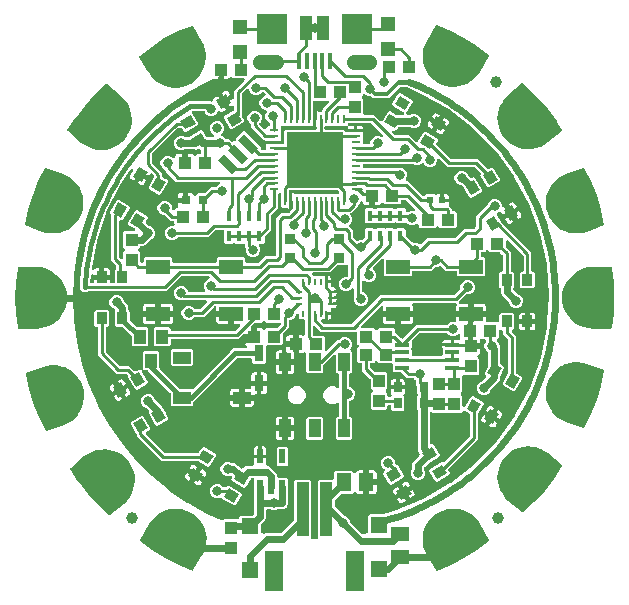
<source format=gbr>
G04 EAGLE Gerber RS-274X export*
G75*
%MOMM*%
%FSLAX34Y34*%
%LPD*%
%INTop Copper*%
%IPPOS*%
%AMOC8*
5,1,8,0,0,1.08239X$1,22.5*%
G01*
%ADD10R,1.000000X1.100000*%
%ADD11R,1.100000X1.000000*%
%ADD12R,1.500000X1.240000*%
%ADD13R,1.200000X1.200000*%
%ADD14R,0.250000X0.800000*%
%ADD15R,0.800000X0.250000*%
%ADD16R,4.700000X4.700000*%
%ADD17R,0.900000X0.900000*%
%ADD18R,2.500000X2.500000*%
%ADD19C,1.308000*%
%ADD20R,0.400000X1.350000*%
%ADD21R,1.000000X2.000000*%
%ADD22C,1.000000*%
%ADD23R,1.000000X4.600000*%
%ADD24R,1.600000X3.400000*%
%ADD25R,1.400000X1.400000*%
%ADD26R,1.240000X1.500000*%
%ADD27C,4.216000*%
%ADD28R,1.000000X1.500000*%
%ADD29R,0.700000X1.700000*%
%ADD30R,2.000000X1.200000*%
%ADD31R,0.850000X1.000000*%
%ADD32R,0.250000X0.500000*%
%ADD33R,0.500000X0.250000*%
%ADD34R,0.800000X0.800000*%
%ADD35R,0.660000X0.900000*%
%ADD36R,0.600000X0.600000*%
%ADD37R,1.000000X1.200000*%
%ADD38R,0.800000X1.350000*%
%ADD39R,0.450000X0.900000*%
%ADD40R,0.550000X1.200000*%
%ADD41R,1.500000X1.000000*%
%ADD42R,1.200000X0.300000*%
%ADD43C,0.254000*%
%ADD44C,0.800100*%
%ADD45C,0.609600*%
%ADD46C,0.406400*%
%ADD47C,1.270000*%
%ADD48C,0.304800*%

G36*
X1757Y-204389D02*
X1757Y-204389D01*
X1845Y-204374D01*
X1935Y-204368D01*
X2001Y-204347D01*
X2070Y-204335D01*
X2152Y-204298D01*
X2237Y-204270D01*
X2296Y-204233D01*
X2360Y-204204D01*
X2430Y-204148D01*
X2506Y-204100D01*
X2554Y-204049D01*
X2608Y-204006D01*
X2662Y-203934D01*
X2724Y-203869D01*
X2758Y-203808D01*
X2800Y-203752D01*
X2834Y-203669D01*
X2878Y-203590D01*
X2895Y-203523D01*
X2922Y-203458D01*
X2935Y-203369D01*
X2957Y-203282D01*
X2965Y-203158D01*
X2967Y-203143D01*
X2966Y-203136D01*
X2967Y-203121D01*
X2967Y-155058D01*
X4158Y-153867D01*
X15288Y-153867D01*
X15406Y-153852D01*
X15525Y-153845D01*
X15563Y-153832D01*
X15604Y-153827D01*
X15714Y-153784D01*
X15827Y-153747D01*
X15862Y-153725D01*
X15899Y-153710D01*
X15995Y-153641D01*
X16096Y-153577D01*
X16124Y-153547D01*
X16157Y-153524D01*
X16233Y-153432D01*
X16314Y-153345D01*
X16334Y-153310D01*
X16359Y-153279D01*
X16410Y-153171D01*
X16468Y-153067D01*
X16478Y-153027D01*
X16495Y-152991D01*
X16517Y-152874D01*
X16547Y-152759D01*
X16551Y-152699D01*
X16555Y-152679D01*
X16553Y-152658D01*
X16557Y-152598D01*
X16557Y-147868D01*
X17748Y-146677D01*
X31832Y-146677D01*
X33197Y-148042D01*
X33296Y-148119D01*
X33391Y-148201D01*
X33421Y-148216D01*
X33448Y-148237D01*
X33563Y-148287D01*
X33676Y-148343D01*
X33709Y-148350D01*
X33740Y-148363D01*
X33864Y-148383D01*
X33987Y-148409D01*
X34021Y-148408D01*
X34054Y-148413D01*
X34179Y-148402D01*
X34305Y-148396D01*
X34337Y-148387D01*
X34371Y-148383D01*
X34489Y-148341D01*
X34609Y-148305D01*
X34638Y-148287D01*
X34670Y-148276D01*
X34774Y-148205D01*
X34882Y-148140D01*
X34905Y-148116D01*
X34933Y-148097D01*
X35016Y-148003D01*
X35104Y-147913D01*
X35131Y-147873D01*
X35144Y-147859D01*
X35154Y-147839D01*
X35194Y-147779D01*
X35557Y-147150D01*
X36030Y-146677D01*
X36609Y-146342D01*
X37256Y-146169D01*
X41251Y-146169D01*
X41251Y-154940D01*
X41266Y-155058D01*
X41273Y-155177D01*
X41286Y-155215D01*
X41291Y-155255D01*
X41334Y-155366D01*
X41371Y-155479D01*
X41393Y-155514D01*
X41408Y-155551D01*
X41478Y-155647D01*
X41541Y-155748D01*
X41571Y-155776D01*
X41595Y-155808D01*
X41686Y-155884D01*
X41773Y-155966D01*
X41808Y-155985D01*
X41839Y-156011D01*
X41947Y-156062D01*
X42051Y-156119D01*
X42091Y-156130D01*
X42127Y-156147D01*
X42244Y-156169D01*
X42359Y-156199D01*
X42420Y-156203D01*
X42440Y-156207D01*
X42460Y-156205D01*
X42520Y-156209D01*
X43791Y-156209D01*
X43791Y-156211D01*
X42520Y-156211D01*
X42402Y-156226D01*
X42283Y-156233D01*
X42245Y-156246D01*
X42205Y-156251D01*
X42094Y-156295D01*
X41981Y-156331D01*
X41946Y-156353D01*
X41909Y-156368D01*
X41813Y-156438D01*
X41712Y-156501D01*
X41684Y-156531D01*
X41651Y-156555D01*
X41576Y-156646D01*
X41494Y-156733D01*
X41474Y-156768D01*
X41449Y-156800D01*
X41398Y-156907D01*
X41340Y-157011D01*
X41330Y-157051D01*
X41313Y-157087D01*
X41291Y-157204D01*
X41261Y-157319D01*
X41257Y-157380D01*
X41253Y-157400D01*
X41255Y-157420D01*
X41253Y-157427D01*
X41254Y-157433D01*
X41251Y-157480D01*
X41251Y-166251D01*
X37256Y-166251D01*
X36609Y-166078D01*
X36030Y-165743D01*
X35557Y-165270D01*
X35194Y-164641D01*
X35118Y-164541D01*
X35047Y-164437D01*
X35022Y-164414D01*
X35001Y-164387D01*
X34903Y-164309D01*
X34809Y-164226D01*
X34779Y-164211D01*
X34752Y-164190D01*
X34637Y-164139D01*
X34525Y-164081D01*
X34492Y-164074D01*
X34462Y-164060D01*
X34337Y-164039D01*
X34215Y-164012D01*
X34181Y-164013D01*
X34148Y-164007D01*
X34023Y-164018D01*
X33897Y-164021D01*
X33865Y-164031D01*
X33831Y-164034D01*
X33712Y-164075D01*
X33592Y-164110D01*
X33563Y-164127D01*
X33531Y-164138D01*
X33426Y-164208D01*
X33318Y-164271D01*
X33281Y-164304D01*
X33266Y-164314D01*
X33251Y-164330D01*
X33197Y-164378D01*
X31832Y-165743D01*
X22968Y-165743D01*
X22870Y-165755D01*
X22771Y-165758D01*
X22713Y-165775D01*
X22653Y-165783D01*
X22561Y-165819D01*
X22466Y-165847D01*
X22413Y-165877D01*
X22357Y-165900D01*
X22277Y-165958D01*
X22192Y-166008D01*
X22116Y-166074D01*
X22100Y-166086D01*
X22092Y-166096D01*
X22071Y-166114D01*
X17404Y-170781D01*
X17344Y-170859D01*
X17276Y-170931D01*
X17247Y-170984D01*
X17210Y-171032D01*
X17170Y-171123D01*
X17122Y-171210D01*
X17107Y-171268D01*
X17083Y-171324D01*
X17068Y-171422D01*
X17043Y-171518D01*
X17037Y-171618D01*
X17033Y-171638D01*
X17035Y-171650D01*
X17033Y-171678D01*
X17033Y-175692D01*
X17045Y-175790D01*
X17048Y-175889D01*
X17065Y-175947D01*
X17073Y-176007D01*
X17109Y-176099D01*
X17137Y-176194D01*
X17167Y-176247D01*
X17190Y-176303D01*
X17248Y-176383D01*
X17298Y-176468D01*
X17364Y-176544D01*
X17376Y-176560D01*
X17386Y-176568D01*
X17404Y-176589D01*
X25069Y-184254D01*
X25077Y-184260D01*
X25083Y-184267D01*
X25202Y-184357D01*
X25321Y-184449D01*
X25329Y-184453D01*
X25337Y-184458D01*
X25481Y-184529D01*
X27548Y-185385D01*
X29245Y-187082D01*
X30101Y-189149D01*
X30105Y-189157D01*
X30108Y-189166D01*
X30184Y-189295D01*
X30258Y-189425D01*
X30265Y-189432D01*
X30269Y-189440D01*
X30376Y-189561D01*
X40498Y-199683D01*
X40567Y-199736D01*
X40628Y-199796D01*
X40692Y-199833D01*
X40750Y-199878D01*
X40829Y-199912D01*
X40904Y-199956D01*
X40974Y-199975D01*
X41042Y-200004D01*
X41127Y-200018D01*
X41210Y-200041D01*
X41283Y-200043D01*
X41356Y-200054D01*
X41442Y-200046D01*
X41528Y-200048D01*
X41661Y-200026D01*
X41672Y-200025D01*
X41677Y-200023D01*
X41687Y-200021D01*
X44599Y-199336D01*
X44722Y-199290D01*
X44847Y-199250D01*
X44871Y-199235D01*
X44897Y-199225D01*
X45005Y-199150D01*
X45116Y-199080D01*
X45135Y-199059D01*
X45158Y-199044D01*
X45244Y-198944D01*
X45334Y-198848D01*
X45347Y-198824D01*
X45365Y-198803D01*
X45424Y-198685D01*
X45488Y-198569D01*
X45494Y-198543D01*
X45507Y-198518D01*
X45534Y-198389D01*
X45567Y-198261D01*
X45570Y-198222D01*
X45573Y-198207D01*
X45572Y-198185D01*
X45577Y-198101D01*
X45577Y-184478D01*
X46768Y-183287D01*
X57935Y-183287D01*
X58034Y-183275D01*
X58134Y-183272D01*
X58230Y-183250D01*
X58250Y-183247D01*
X58262Y-183243D01*
X58291Y-183236D01*
X67377Y-180581D01*
X67393Y-180574D01*
X67503Y-180537D01*
X91990Y-170499D01*
X91997Y-170495D01*
X92004Y-170493D01*
X92148Y-170421D01*
X115000Y-157073D01*
X115006Y-157068D01*
X115014Y-157065D01*
X115146Y-156973D01*
X135918Y-140575D01*
X135923Y-140569D01*
X135930Y-140565D01*
X136049Y-140456D01*
X154336Y-121326D01*
X154341Y-121320D01*
X154347Y-121315D01*
X154449Y-121190D01*
X169896Y-99702D01*
X169900Y-99695D01*
X169905Y-99688D01*
X169989Y-99551D01*
X182295Y-76122D01*
X182298Y-76114D01*
X182302Y-76108D01*
X182366Y-75960D01*
X191291Y-51046D01*
X191293Y-51038D01*
X191297Y-51031D01*
X191339Y-50875D01*
X196711Y-24962D01*
X196711Y-24954D01*
X196714Y-24946D01*
X196734Y-24786D01*
X196930Y-21778D01*
X197835Y-7816D01*
X198329Y-201D01*
X198329Y-200D01*
X198447Y1622D01*
X198446Y1630D01*
X198448Y1638D01*
X198446Y1799D01*
X196466Y28190D01*
X196465Y28198D01*
X196465Y28206D01*
X196441Y28365D01*
X190808Y54223D01*
X190805Y54230D01*
X190804Y54238D01*
X190758Y54393D01*
X181581Y79215D01*
X181577Y79222D01*
X181576Y79230D01*
X181508Y79376D01*
X168966Y102680D01*
X168961Y102686D01*
X168958Y102694D01*
X168872Y102829D01*
X153208Y124161D01*
X153203Y124166D01*
X153198Y124173D01*
X153094Y124296D01*
X134614Y143239D01*
X134607Y143244D01*
X134603Y143251D01*
X134482Y143357D01*
X113545Y159544D01*
X113538Y159549D01*
X113533Y159554D01*
X113524Y159560D01*
X113521Y159562D01*
X113515Y159566D01*
X113398Y159643D01*
X90413Y172759D01*
X90397Y172765D01*
X90294Y172819D01*
X78171Y178143D01*
X78159Y178146D01*
X78131Y178160D01*
X77162Y178545D01*
X77134Y178572D01*
X77073Y178606D01*
X77018Y178647D01*
X76934Y178682D01*
X76855Y178726D01*
X76788Y178743D01*
X76724Y178770D01*
X76634Y178783D01*
X76547Y178805D01*
X76424Y178813D01*
X76409Y178815D01*
X76402Y178814D01*
X76386Y178815D01*
X73246Y178815D01*
X73148Y178803D01*
X73049Y178800D01*
X72991Y178783D01*
X72930Y178775D01*
X72838Y178739D01*
X72743Y178711D01*
X72691Y178681D01*
X72635Y178658D01*
X72555Y178600D01*
X72469Y178550D01*
X72394Y178484D01*
X72377Y178472D01*
X72370Y178462D01*
X72348Y178444D01*
X65523Y171619D01*
X63068Y169163D01*
X49327Y169163D01*
X48365Y170125D01*
X48287Y170186D01*
X48215Y170254D01*
X48162Y170283D01*
X48114Y170320D01*
X48023Y170359D01*
X47936Y170407D01*
X47878Y170422D01*
X47822Y170446D01*
X47724Y170462D01*
X47628Y170487D01*
X47528Y170493D01*
X47508Y170496D01*
X47496Y170495D01*
X47468Y170497D01*
X45790Y170497D01*
X43572Y171415D01*
X42884Y172104D01*
X42790Y172177D01*
X42700Y172256D01*
X42664Y172274D01*
X42632Y172299D01*
X42523Y172346D01*
X42417Y172400D01*
X42378Y172409D01*
X42341Y172425D01*
X42223Y172444D01*
X42107Y172470D01*
X42067Y172469D01*
X42027Y172475D01*
X41908Y172464D01*
X41789Y172460D01*
X41750Y172449D01*
X41710Y172445D01*
X41598Y172405D01*
X41484Y172372D01*
X41449Y172351D01*
X41411Y172338D01*
X41312Y172271D01*
X41210Y172210D01*
X41164Y172171D01*
X41147Y172159D01*
X41134Y172144D01*
X41089Y172104D01*
X40062Y171078D01*
X39989Y170984D01*
X39910Y170894D01*
X39892Y170858D01*
X39867Y170826D01*
X39820Y170717D01*
X39766Y170611D01*
X39757Y170572D01*
X39741Y170534D01*
X39722Y170417D01*
X39696Y170301D01*
X39697Y170260D01*
X39691Y170220D01*
X39702Y170102D01*
X39706Y169983D01*
X39717Y169944D01*
X39721Y169904D01*
X39761Y169791D01*
X39794Y169677D01*
X39815Y169643D01*
X39828Y169604D01*
X39895Y169506D01*
X39956Y169403D01*
X39996Y169358D01*
X40007Y169341D01*
X40022Y169328D01*
X40062Y169283D01*
X41323Y168022D01*
X41323Y156162D01*
X41338Y156044D01*
X41345Y155925D01*
X41358Y155887D01*
X41363Y155846D01*
X41406Y155736D01*
X41443Y155623D01*
X41465Y155588D01*
X41480Y155551D01*
X41549Y155455D01*
X41613Y155354D01*
X41643Y155326D01*
X41666Y155293D01*
X41758Y155217D01*
X41845Y155136D01*
X41880Y155116D01*
X41911Y155091D01*
X42019Y155040D01*
X42123Y154982D01*
X42163Y154972D01*
X42199Y154955D01*
X42316Y154933D01*
X42431Y154903D01*
X42491Y154899D01*
X42511Y154895D01*
X42532Y154897D01*
X42592Y154893D01*
X50438Y154893D01*
X52744Y152586D01*
X55585Y149746D01*
X55684Y149669D01*
X55779Y149587D01*
X55809Y149572D01*
X55836Y149551D01*
X55951Y149501D01*
X56064Y149445D01*
X56097Y149438D01*
X56128Y149425D01*
X56252Y149405D01*
X56375Y149379D01*
X56409Y149380D01*
X56442Y149375D01*
X56567Y149387D01*
X56693Y149392D01*
X56725Y149402D01*
X56758Y149405D01*
X56877Y149447D01*
X56997Y149484D01*
X57026Y149501D01*
X57058Y149512D01*
X57162Y149583D01*
X57269Y149648D01*
X57293Y149672D01*
X57321Y149691D01*
X57404Y149785D01*
X57492Y149875D01*
X57519Y149916D01*
X57531Y149929D01*
X57541Y149949D01*
X57581Y150009D01*
X62015Y157688D01*
X63642Y158124D01*
X69030Y155013D01*
X69115Y154977D01*
X69196Y154933D01*
X69261Y154916D01*
X69323Y154890D01*
X69415Y154876D01*
X69504Y154853D01*
X69621Y154846D01*
X69638Y154843D01*
X69647Y154844D01*
X69665Y154843D01*
X74457Y154843D01*
X74602Y154861D01*
X74747Y154876D01*
X74759Y154881D01*
X74773Y154883D01*
X74908Y154936D01*
X75045Y154987D01*
X75056Y154995D01*
X75068Y155000D01*
X75186Y155085D01*
X75306Y155169D01*
X75315Y155179D01*
X75326Y155187D01*
X75419Y155299D01*
X75514Y155409D01*
X75520Y155421D01*
X75529Y155432D01*
X75590Y155563D01*
X75656Y155694D01*
X75658Y155707D01*
X75664Y155719D01*
X75691Y155861D01*
X75722Y156005D01*
X75721Y156019D01*
X75724Y156032D01*
X75715Y156176D01*
X75709Y156323D01*
X75705Y156336D01*
X75704Y156349D01*
X75659Y156487D01*
X75617Y156627D01*
X75610Y156639D01*
X75606Y156652D01*
X75528Y156774D01*
X75453Y156899D01*
X75443Y156909D01*
X75436Y156920D01*
X75330Y157020D01*
X75226Y157122D01*
X75210Y157132D01*
X75204Y157138D01*
X75189Y157147D01*
X75092Y157211D01*
X66109Y162398D01*
X65673Y164024D01*
X70765Y172844D01*
X72392Y173280D01*
X82510Y167438D01*
X82946Y165811D01*
X77713Y156747D01*
X77661Y156625D01*
X77605Y156505D01*
X77600Y156479D01*
X77589Y156454D01*
X77570Y156322D01*
X77545Y156193D01*
X77547Y156166D01*
X77543Y156139D01*
X77557Y156007D01*
X77565Y155875D01*
X77573Y155850D01*
X77576Y155823D01*
X77622Y155699D01*
X77663Y155573D01*
X77677Y155550D01*
X77687Y155525D01*
X77762Y155416D01*
X77833Y155304D01*
X77853Y155286D01*
X77868Y155263D01*
X77968Y155177D01*
X78065Y155086D01*
X78088Y155073D01*
X78109Y155055D01*
X78228Y154996D01*
X78343Y154933D01*
X78369Y154926D01*
X78394Y154914D01*
X78523Y154886D01*
X78651Y154853D01*
X78689Y154851D01*
X78705Y154848D01*
X78727Y154848D01*
X78812Y154843D01*
X79832Y154843D01*
X79841Y154844D01*
X79850Y154843D01*
X79999Y154864D01*
X80147Y154883D01*
X80156Y154886D01*
X80165Y154888D01*
X80318Y154940D01*
X82620Y155893D01*
X85020Y155893D01*
X87238Y154975D01*
X88935Y153278D01*
X89853Y151060D01*
X89853Y148660D01*
X88935Y146442D01*
X87238Y144745D01*
X85020Y143827D01*
X82620Y143827D01*
X80790Y144585D01*
X80781Y144587D01*
X80773Y144592D01*
X80627Y144629D01*
X80483Y144669D01*
X80474Y144669D01*
X80465Y144671D01*
X80304Y144682D01*
X71480Y144682D01*
X71375Y144668D01*
X71269Y144664D01*
X71217Y144648D01*
X71164Y144642D01*
X71066Y144603D01*
X70965Y144572D01*
X70918Y144544D01*
X70868Y144525D01*
X70783Y144463D01*
X70692Y144408D01*
X70655Y144369D01*
X70611Y144338D01*
X70544Y144256D01*
X70470Y144181D01*
X70422Y144110D01*
X70408Y144093D01*
X70402Y144079D01*
X70380Y144047D01*
X69104Y141836D01*
X67477Y141400D01*
X67434Y141425D01*
X67294Y141484D01*
X67154Y141545D01*
X67148Y141546D01*
X67141Y141548D01*
X66990Y141571D01*
X66840Y141595D01*
X66833Y141594D01*
X66827Y141595D01*
X66675Y141579D01*
X66523Y141565D01*
X66517Y141562D01*
X66510Y141562D01*
X66368Y141509D01*
X66224Y141457D01*
X66219Y141453D01*
X66212Y141451D01*
X66088Y141365D01*
X65961Y141278D01*
X65957Y141273D01*
X65951Y141270D01*
X65852Y141155D01*
X65751Y141040D01*
X65748Y141034D01*
X65743Y141029D01*
X65675Y140892D01*
X65606Y140757D01*
X65605Y140750D01*
X65602Y140744D01*
X65569Y140593D01*
X65536Y140447D01*
X65537Y140440D01*
X65535Y140433D01*
X65541Y140280D01*
X65546Y140129D01*
X65548Y140122D01*
X65548Y140115D01*
X65592Y139970D01*
X65634Y139823D01*
X65638Y139817D01*
X65640Y139811D01*
X65718Y139681D01*
X65796Y139549D01*
X65802Y139542D01*
X65804Y139539D01*
X65812Y139531D01*
X65902Y139428D01*
X67036Y138294D01*
X67114Y138234D01*
X67187Y138166D01*
X67240Y138137D01*
X67288Y138100D01*
X67378Y138060D01*
X67465Y138012D01*
X67524Y137997D01*
X67579Y137973D01*
X67677Y137958D01*
X67773Y137933D01*
X67873Y137927D01*
X67894Y137923D01*
X67906Y137925D01*
X67934Y137923D01*
X80108Y137923D01*
X85855Y132176D01*
X85954Y132099D01*
X86049Y132017D01*
X86080Y132002D01*
X86106Y131981D01*
X86222Y131931D01*
X86334Y131875D01*
X86367Y131868D01*
X86398Y131855D01*
X86522Y131835D01*
X86645Y131809D01*
X86679Y131810D01*
X86712Y131805D01*
X86837Y131816D01*
X86963Y131822D01*
X86995Y131831D01*
X87029Y131835D01*
X87147Y131877D01*
X87267Y131913D01*
X87296Y131931D01*
X87328Y131942D01*
X87432Y132013D01*
X87540Y132078D01*
X87563Y132102D01*
X87591Y132121D01*
X87674Y132215D01*
X87762Y132305D01*
X87789Y132345D01*
X87802Y132359D01*
X87812Y132379D01*
X87852Y132439D01*
X92326Y140188D01*
X93953Y140624D01*
X104071Y134782D01*
X104507Y133156D01*
X103215Y130919D01*
X103172Y130815D01*
X103121Y130715D01*
X103110Y130669D01*
X103092Y130625D01*
X103076Y130514D01*
X103051Y130405D01*
X103052Y130357D01*
X103046Y130311D01*
X103057Y130199D01*
X103061Y130087D01*
X103074Y130041D01*
X103079Y129994D01*
X103118Y129889D01*
X103149Y129781D01*
X103173Y129741D01*
X103189Y129696D01*
X103254Y129604D01*
X103311Y129507D01*
X103359Y129453D01*
X103371Y129435D01*
X103385Y129423D01*
X103417Y129386D01*
X114829Y117974D01*
X114907Y117914D01*
X114979Y117846D01*
X115032Y117817D01*
X115080Y117780D01*
X115171Y117740D01*
X115258Y117692D01*
X115316Y117677D01*
X115372Y117653D01*
X115470Y117638D01*
X115566Y117613D01*
X115666Y117607D01*
X115686Y117603D01*
X115698Y117605D01*
X115726Y117603D01*
X137836Y117603D01*
X145812Y109627D01*
X145901Y109558D01*
X145984Y109483D01*
X146026Y109461D01*
X146063Y109432D01*
X146166Y109387D01*
X146266Y109335D01*
X146312Y109325D01*
X146355Y109306D01*
X146466Y109288D01*
X146575Y109262D01*
X146622Y109263D01*
X146669Y109256D01*
X146781Y109266D01*
X146893Y109269D01*
X146939Y109281D01*
X146986Y109286D01*
X147092Y109324D01*
X147200Y109354D01*
X147265Y109386D01*
X147285Y109393D01*
X147300Y109404D01*
X147344Y109425D01*
X149581Y110717D01*
X151208Y110281D01*
X157050Y100163D01*
X156614Y98536D01*
X147794Y93444D01*
X146168Y93880D01*
X140326Y103998D01*
X140511Y104689D01*
X140525Y104794D01*
X140548Y104897D01*
X140547Y104951D01*
X140554Y105004D01*
X140542Y105109D01*
X140539Y105215D01*
X140524Y105267D01*
X140518Y105320D01*
X140480Y105419D01*
X140450Y105520D01*
X140423Y105567D01*
X140404Y105617D01*
X140342Y105703D01*
X140289Y105794D01*
X140232Y105859D01*
X140219Y105876D01*
X140208Y105886D01*
X140182Y105915D01*
X135472Y110626D01*
X135394Y110686D01*
X135321Y110754D01*
X135268Y110783D01*
X135221Y110820D01*
X135130Y110860D01*
X135043Y110908D01*
X134984Y110923D01*
X134929Y110947D01*
X134831Y110962D01*
X134735Y110987D01*
X134635Y110993D01*
X134615Y110997D01*
X134602Y110995D01*
X134574Y110997D01*
X112465Y110997D01*
X105990Y117472D01*
X105880Y117557D01*
X105773Y117646D01*
X105755Y117654D01*
X105739Y117667D01*
X105611Y117722D01*
X105485Y117781D01*
X105466Y117785D01*
X105447Y117793D01*
X105309Y117815D01*
X105173Y117841D01*
X105153Y117840D01*
X105133Y117843D01*
X104994Y117830D01*
X104856Y117821D01*
X104836Y117815D01*
X104816Y117813D01*
X104685Y117766D01*
X104553Y117723D01*
X104536Y117713D01*
X104517Y117706D01*
X104402Y117628D01*
X104284Y117553D01*
X104270Y117538D01*
X104254Y117527D01*
X104162Y117423D01*
X104066Y117322D01*
X104057Y117304D01*
X104043Y117289D01*
X103980Y117165D01*
X103913Y117043D01*
X103908Y117024D01*
X103899Y117005D01*
X103868Y116870D01*
X103833Y116735D01*
X103832Y116707D01*
X103829Y116695D01*
X103830Y116675D01*
X103823Y116574D01*
X103823Y115640D01*
X102905Y113422D01*
X101208Y111725D01*
X98990Y110807D01*
X96590Y110807D01*
X94372Y111725D01*
X92672Y113425D01*
X92654Y113457D01*
X92637Y113504D01*
X92575Y113595D01*
X92521Y113691D01*
X92487Y113726D01*
X92459Y113767D01*
X92376Y113840D01*
X92300Y113919D01*
X92257Y113945D01*
X92220Y113978D01*
X92122Y114028D01*
X92029Y114085D01*
X91981Y114100D01*
X91937Y114123D01*
X91830Y114147D01*
X91725Y114179D01*
X91675Y114181D01*
X91627Y114192D01*
X91517Y114189D01*
X91407Y114194D01*
X91358Y114184D01*
X91309Y114183D01*
X91203Y114152D01*
X91096Y114130D01*
X91051Y114108D01*
X91003Y114094D01*
X90909Y114038D01*
X90810Y113990D01*
X90772Y113958D01*
X90729Y113933D01*
X90608Y113826D01*
X89778Y112995D01*
X87560Y112077D01*
X85160Y112077D01*
X82942Y112995D01*
X82772Y113166D01*
X82694Y113226D01*
X82622Y113294D01*
X82569Y113323D01*
X82521Y113360D01*
X82430Y113400D01*
X82343Y113448D01*
X82285Y113463D01*
X82229Y113487D01*
X82131Y113502D01*
X82035Y113527D01*
X81935Y113533D01*
X81915Y113537D01*
X81903Y113535D01*
X81875Y113537D01*
X42052Y113537D01*
X41934Y113522D01*
X41815Y113515D01*
X41777Y113502D01*
X41736Y113497D01*
X41626Y113454D01*
X41513Y113417D01*
X41478Y113395D01*
X41441Y113380D01*
X41345Y113311D01*
X41244Y113247D01*
X41216Y113217D01*
X41183Y113194D01*
X41107Y113102D01*
X41026Y113015D01*
X41006Y112980D01*
X40981Y112949D01*
X40930Y112841D01*
X40872Y112737D01*
X40862Y112697D01*
X40845Y112661D01*
X40823Y112544D01*
X40793Y112429D01*
X40789Y112369D01*
X40785Y112349D01*
X40787Y112328D01*
X40783Y112268D01*
X40783Y111412D01*
X40798Y111294D01*
X40805Y111175D01*
X40818Y111137D01*
X40823Y111096D01*
X40867Y110985D01*
X40903Y110873D01*
X40925Y110838D01*
X40940Y110801D01*
X41009Y110705D01*
X41073Y110604D01*
X41103Y110576D01*
X41126Y110543D01*
X41218Y110467D01*
X41305Y110386D01*
X41340Y110366D01*
X41371Y110341D01*
X41479Y110290D01*
X41583Y110232D01*
X41623Y110222D01*
X41659Y110205D01*
X41776Y110183D01*
X41891Y110153D01*
X41951Y110149D01*
X41971Y110145D01*
X41992Y110147D01*
X42052Y110143D01*
X70864Y110143D01*
X70873Y110144D01*
X70883Y110143D01*
X71031Y110164D01*
X71105Y110173D01*
X73590Y110173D01*
X75808Y109255D01*
X77505Y107558D01*
X78423Y105340D01*
X78423Y102940D01*
X77505Y100722D01*
X77502Y100720D01*
X77417Y100610D01*
X77328Y100503D01*
X77319Y100484D01*
X77307Y100468D01*
X77251Y100340D01*
X77192Y100215D01*
X77189Y100195D01*
X77180Y100176D01*
X77159Y100039D01*
X77133Y99902D01*
X77134Y99882D01*
X77131Y99862D01*
X77144Y99724D01*
X77152Y99585D01*
X77159Y99566D01*
X77160Y99546D01*
X77207Y99415D01*
X77250Y99283D01*
X77261Y99265D01*
X77268Y99246D01*
X77346Y99132D01*
X77420Y99014D01*
X77435Y99000D01*
X77447Y98983D01*
X77551Y98891D01*
X77652Y98796D01*
X77670Y98786D01*
X77685Y98773D01*
X77809Y98709D01*
X77931Y98642D01*
X77950Y98637D01*
X77968Y98628D01*
X78104Y98598D01*
X78239Y98563D01*
X78267Y98561D01*
X78278Y98558D01*
X78299Y98559D01*
X78399Y98553D01*
X78838Y98553D01*
X90981Y86410D01*
X91075Y86337D01*
X91164Y86258D01*
X91200Y86240D01*
X91232Y86215D01*
X91341Y86168D01*
X91447Y86114D01*
X91486Y86105D01*
X91524Y86089D01*
X91641Y86070D01*
X91757Y86044D01*
X91798Y86045D01*
X91838Y86039D01*
X91956Y86050D01*
X92075Y86054D01*
X92114Y86065D01*
X92154Y86069D01*
X92267Y86109D01*
X92381Y86142D01*
X92416Y86163D01*
X92454Y86177D01*
X92552Y86243D01*
X92655Y86304D01*
X92700Y86344D01*
X92717Y86355D01*
X92730Y86370D01*
X92776Y86410D01*
X93948Y87583D01*
X101637Y87583D01*
X101708Y87528D01*
X101797Y87450D01*
X101833Y87431D01*
X101865Y87406D01*
X101974Y87359D01*
X102080Y87305D01*
X102119Y87296D01*
X102156Y87280D01*
X102274Y87262D01*
X102390Y87235D01*
X102431Y87237D01*
X102470Y87230D01*
X102589Y87241D01*
X102708Y87245D01*
X102747Y87256D01*
X102787Y87260D01*
X102899Y87300D01*
X103014Y87334D01*
X103048Y87354D01*
X103086Y87368D01*
X103185Y87435D01*
X103288Y87495D01*
X103333Y87535D01*
X103350Y87546D01*
X103363Y87562D01*
X103383Y87579D01*
X103969Y87918D01*
X104616Y88091D01*
X106451Y88091D01*
X106451Y82780D01*
X106466Y82662D01*
X106473Y82543D01*
X106485Y82505D01*
X106491Y82465D01*
X106534Y82354D01*
X106571Y82241D01*
X106593Y82207D01*
X106608Y82169D01*
X106677Y82073D01*
X106741Y81972D01*
X106771Y81944D01*
X106794Y81912D01*
X106886Y81836D01*
X106973Y81754D01*
X107008Y81735D01*
X107039Y81709D01*
X107083Y81689D01*
X107138Y81612D01*
X107201Y81512D01*
X107231Y81484D01*
X107255Y81451D01*
X107346Y81375D01*
X107433Y81294D01*
X107468Y81274D01*
X107500Y81249D01*
X107607Y81198D01*
X107712Y81140D01*
X107751Y81130D01*
X107787Y81113D01*
X107904Y81091D01*
X108020Y81061D01*
X108080Y81057D01*
X108100Y81053D01*
X108120Y81055D01*
X108180Y81051D01*
X113491Y81051D01*
X113491Y79216D01*
X113396Y78862D01*
X113382Y78757D01*
X113359Y78654D01*
X113360Y78601D01*
X113353Y78547D01*
X113365Y78442D01*
X113368Y78336D01*
X113383Y78285D01*
X113389Y78231D01*
X113427Y78133D01*
X113457Y78031D01*
X113484Y77985D01*
X113503Y77934D01*
X113565Y77848D01*
X113618Y77757D01*
X113675Y77693D01*
X113687Y77675D01*
X113699Y77665D01*
X113725Y77636D01*
X115943Y75418D01*
X115943Y74342D01*
X115958Y74224D01*
X115965Y74105D01*
X115978Y74067D01*
X115983Y74026D01*
X116026Y73916D01*
X116063Y73803D01*
X116085Y73768D01*
X116100Y73731D01*
X116169Y73635D01*
X116233Y73534D01*
X116263Y73506D01*
X116286Y73473D01*
X116378Y73397D01*
X116465Y73316D01*
X116500Y73296D01*
X116531Y73271D01*
X116639Y73220D01*
X116743Y73162D01*
X116783Y73152D01*
X116819Y73135D01*
X116936Y73113D01*
X117051Y73083D01*
X117111Y73079D01*
X117131Y73075D01*
X117152Y73077D01*
X117212Y73073D01*
X118982Y73073D01*
X120173Y71882D01*
X120173Y60198D01*
X118982Y59007D01*
X106298Y59007D01*
X105037Y60268D01*
X104943Y60341D01*
X104854Y60420D01*
X104818Y60438D01*
X104786Y60463D01*
X104677Y60510D01*
X104571Y60564D01*
X104532Y60573D01*
X104494Y60589D01*
X104377Y60608D01*
X104261Y60634D01*
X104220Y60633D01*
X104180Y60639D01*
X104062Y60628D01*
X103943Y60624D01*
X103904Y60613D01*
X103864Y60609D01*
X103752Y60569D01*
X103637Y60536D01*
X103602Y60515D01*
X103564Y60502D01*
X103466Y60435D01*
X103363Y60374D01*
X103318Y60334D01*
X103301Y60323D01*
X103288Y60308D01*
X103242Y60268D01*
X101982Y59007D01*
X89298Y59007D01*
X88107Y60198D01*
X88107Y61271D01*
X88090Y61408D01*
X88077Y61547D01*
X88070Y61566D01*
X88067Y61586D01*
X88016Y61715D01*
X87969Y61847D01*
X87958Y61863D01*
X87950Y61882D01*
X87869Y61994D01*
X87791Y62110D01*
X87775Y62123D01*
X87764Y62139D01*
X87656Y62228D01*
X87552Y62320D01*
X87534Y62329D01*
X87519Y62342D01*
X87393Y62401D01*
X87269Y62465D01*
X87249Y62469D01*
X87231Y62478D01*
X87095Y62504D01*
X86959Y62534D01*
X86938Y62534D01*
X86919Y62537D01*
X86780Y62529D01*
X86641Y62525D01*
X86621Y62519D01*
X86601Y62518D01*
X86469Y62475D01*
X86335Y62436D01*
X86318Y62426D01*
X86299Y62420D01*
X86181Y62345D01*
X86061Y62275D01*
X86040Y62256D01*
X86030Y62250D01*
X86016Y62235D01*
X85974Y62198D01*
X83750Y61277D01*
X81350Y61277D01*
X79132Y62195D01*
X77989Y63339D01*
X77895Y63412D01*
X77805Y63491D01*
X77769Y63509D01*
X77737Y63534D01*
X77628Y63581D01*
X77522Y63635D01*
X77483Y63644D01*
X77446Y63660D01*
X77328Y63679D01*
X77212Y63705D01*
X77172Y63704D01*
X77132Y63710D01*
X77013Y63699D01*
X76894Y63695D01*
X76855Y63684D01*
X76815Y63680D01*
X76703Y63640D01*
X76589Y63607D01*
X76554Y63586D01*
X76516Y63573D01*
X76417Y63506D01*
X76315Y63445D01*
X76269Y63406D01*
X76252Y63394D01*
X76239Y63379D01*
X76194Y63339D01*
X75782Y62927D01*
X69598Y62927D01*
X69088Y63438D01*
X68994Y63511D01*
X68904Y63590D01*
X68868Y63608D01*
X68836Y63633D01*
X68727Y63680D01*
X68621Y63734D01*
X68582Y63743D01*
X68544Y63759D01*
X68427Y63778D01*
X68311Y63804D01*
X68270Y63803D01*
X68230Y63809D01*
X68112Y63798D01*
X67993Y63794D01*
X67954Y63783D01*
X67914Y63779D01*
X67802Y63739D01*
X67687Y63706D01*
X67652Y63685D01*
X67614Y63672D01*
X67516Y63605D01*
X67413Y63544D01*
X67368Y63504D01*
X67351Y63493D01*
X67338Y63478D01*
X67293Y63438D01*
X66782Y62927D01*
X60598Y62927D01*
X60588Y62938D01*
X60493Y63011D01*
X60404Y63090D01*
X60368Y63108D01*
X60336Y63133D01*
X60227Y63180D01*
X60121Y63234D01*
X60081Y63243D01*
X60044Y63259D01*
X59927Y63278D01*
X59811Y63304D01*
X59770Y63303D01*
X59730Y63309D01*
X59612Y63298D01*
X59493Y63294D01*
X59454Y63283D01*
X59414Y63279D01*
X59301Y63239D01*
X59187Y63206D01*
X59153Y63185D01*
X59114Y63172D01*
X59016Y63105D01*
X58913Y63044D01*
X58868Y63004D01*
X58851Y62993D01*
X58838Y62978D01*
X58793Y62938D01*
X58782Y62927D01*
X52598Y62927D01*
X52087Y63438D01*
X51993Y63511D01*
X51904Y63590D01*
X51868Y63608D01*
X51836Y63633D01*
X51727Y63680D01*
X51621Y63734D01*
X51582Y63743D01*
X51544Y63759D01*
X51427Y63778D01*
X51311Y63804D01*
X51270Y63803D01*
X51230Y63809D01*
X51112Y63798D01*
X50993Y63794D01*
X50954Y63783D01*
X50914Y63779D01*
X50802Y63739D01*
X50687Y63706D01*
X50652Y63685D01*
X50614Y63672D01*
X50516Y63605D01*
X50413Y63544D01*
X50368Y63504D01*
X50351Y63493D01*
X50338Y63478D01*
X50292Y63438D01*
X49782Y62927D01*
X43598Y62927D01*
X42407Y64118D01*
X42407Y74802D01*
X43598Y75993D01*
X49782Y75993D01*
X50292Y75482D01*
X50386Y75409D01*
X50476Y75330D01*
X50512Y75312D01*
X50544Y75287D01*
X50653Y75240D01*
X50759Y75186D01*
X50798Y75177D01*
X50836Y75161D01*
X50953Y75142D01*
X51069Y75116D01*
X51110Y75117D01*
X51150Y75111D01*
X51268Y75122D01*
X51387Y75126D01*
X51426Y75137D01*
X51466Y75141D01*
X51578Y75181D01*
X51693Y75214D01*
X51728Y75235D01*
X51766Y75248D01*
X51864Y75315D01*
X51967Y75376D01*
X52012Y75416D01*
X52029Y75427D01*
X52042Y75442D01*
X52087Y75482D01*
X52598Y75993D01*
X58782Y75993D01*
X58793Y75982D01*
X58887Y75909D01*
X58976Y75830D01*
X59012Y75812D01*
X59044Y75787D01*
X59153Y75740D01*
X59259Y75686D01*
X59299Y75677D01*
X59336Y75661D01*
X59453Y75642D01*
X59569Y75616D01*
X59610Y75617D01*
X59650Y75611D01*
X59769Y75622D01*
X59887Y75626D01*
X59926Y75637D01*
X59966Y75641D01*
X60078Y75681D01*
X60193Y75714D01*
X60228Y75735D01*
X60266Y75748D01*
X60364Y75815D01*
X60467Y75876D01*
X60512Y75916D01*
X60529Y75927D01*
X60542Y75942D01*
X60588Y75982D01*
X60598Y75993D01*
X66782Y75993D01*
X67293Y75482D01*
X67387Y75409D01*
X67476Y75330D01*
X67512Y75312D01*
X67544Y75287D01*
X67653Y75240D01*
X67759Y75186D01*
X67798Y75177D01*
X67836Y75161D01*
X67953Y75142D01*
X68069Y75116D01*
X68110Y75117D01*
X68150Y75111D01*
X68268Y75122D01*
X68387Y75126D01*
X68426Y75137D01*
X68466Y75141D01*
X68578Y75181D01*
X68693Y75214D01*
X68728Y75235D01*
X68766Y75248D01*
X68864Y75315D01*
X68967Y75376D01*
X69012Y75416D01*
X69029Y75427D01*
X69042Y75442D01*
X69088Y75482D01*
X69598Y75993D01*
X75782Y75993D01*
X76973Y74802D01*
X76973Y74032D01*
X76988Y73914D01*
X76995Y73795D01*
X77008Y73757D01*
X77013Y73716D01*
X77056Y73606D01*
X77093Y73493D01*
X77115Y73458D01*
X77130Y73421D01*
X77199Y73325D01*
X77263Y73224D01*
X77293Y73196D01*
X77316Y73163D01*
X77408Y73087D01*
X77495Y73006D01*
X77530Y72986D01*
X77561Y72961D01*
X77669Y72910D01*
X77773Y72852D01*
X77813Y72842D01*
X77849Y72825D01*
X77966Y72803D01*
X78081Y72773D01*
X78141Y72769D01*
X78161Y72765D01*
X78182Y72767D01*
X78242Y72763D01*
X79696Y72763D01*
X79705Y72764D01*
X79714Y72763D01*
X79863Y72784D01*
X80012Y72803D01*
X80020Y72806D01*
X80029Y72807D01*
X80182Y72859D01*
X81350Y73343D01*
X83853Y73343D01*
X83856Y73342D01*
X83926Y73341D01*
X83995Y73330D01*
X84084Y73339D01*
X84174Y73337D01*
X84242Y73353D01*
X84312Y73360D01*
X84396Y73390D01*
X84483Y73411D01*
X84545Y73444D01*
X84611Y73468D01*
X84685Y73518D01*
X84764Y73560D01*
X84816Y73607D01*
X84874Y73646D01*
X84934Y73714D01*
X85000Y73774D01*
X85038Y73832D01*
X85085Y73885D01*
X85125Y73964D01*
X85175Y74039D01*
X85197Y74106D01*
X85229Y74168D01*
X85249Y74255D01*
X85278Y74340D01*
X85284Y74410D01*
X85299Y74478D01*
X85296Y74568D01*
X85303Y74657D01*
X85291Y74726D01*
X85289Y74796D01*
X85264Y74882D01*
X85249Y74970D01*
X85220Y75034D01*
X85201Y75102D01*
X85155Y75179D01*
X85119Y75260D01*
X85075Y75315D01*
X85039Y75376D01*
X84933Y75496D01*
X77744Y82686D01*
X77665Y82746D01*
X77593Y82814D01*
X77540Y82843D01*
X77492Y82880D01*
X77401Y82920D01*
X77315Y82968D01*
X77256Y82983D01*
X77201Y83007D01*
X77103Y83022D01*
X77007Y83047D01*
X76907Y83053D01*
X76886Y83057D01*
X76874Y83055D01*
X76846Y83057D01*
X74452Y83057D01*
X74334Y83042D01*
X74215Y83035D01*
X74177Y83022D01*
X74136Y83017D01*
X74026Y82974D01*
X73913Y82937D01*
X73878Y82915D01*
X73841Y82900D01*
X73745Y82831D01*
X73644Y82767D01*
X73616Y82737D01*
X73583Y82714D01*
X73507Y82622D01*
X73426Y82535D01*
X73406Y82500D01*
X73381Y82469D01*
X73330Y82361D01*
X73272Y82257D01*
X73262Y82217D01*
X73245Y82181D01*
X73223Y82064D01*
X73193Y81949D01*
X73189Y81889D01*
X73185Y81869D01*
X73187Y81848D01*
X73183Y81788D01*
X73183Y80518D01*
X71992Y79327D01*
X59308Y79327D01*
X58324Y80312D01*
X58224Y80389D01*
X58129Y80471D01*
X58099Y80486D01*
X58072Y80507D01*
X57957Y80557D01*
X57844Y80613D01*
X57811Y80620D01*
X57780Y80633D01*
X57656Y80653D01*
X57533Y80679D01*
X57500Y80678D01*
X57466Y80683D01*
X57341Y80671D01*
X57216Y80666D01*
X57183Y80656D01*
X57150Y80653D01*
X57031Y80611D01*
X56911Y80574D01*
X56882Y80557D01*
X56850Y80546D01*
X56746Y80475D01*
X56639Y80410D01*
X56615Y80386D01*
X56587Y80367D01*
X56504Y80273D01*
X56416Y80183D01*
X56389Y80142D01*
X56377Y80129D01*
X56367Y80109D01*
X56327Y80049D01*
X56183Y79800D01*
X55710Y79327D01*
X55131Y78992D01*
X54484Y78819D01*
X51149Y78819D01*
X51149Y85130D01*
X51134Y85248D01*
X51127Y85367D01*
X51114Y85405D01*
X51109Y85445D01*
X51066Y85556D01*
X51029Y85669D01*
X51007Y85703D01*
X50992Y85741D01*
X50923Y85837D01*
X50859Y85938D01*
X50829Y85966D01*
X50806Y85998D01*
X50714Y86074D01*
X50627Y86156D01*
X50592Y86175D01*
X50561Y86201D01*
X50453Y86252D01*
X50349Y86309D01*
X50309Y86319D01*
X50273Y86337D01*
X50156Y86359D01*
X50041Y86389D01*
X49981Y86393D01*
X49961Y86396D01*
X49940Y86395D01*
X49880Y86399D01*
X47420Y86399D01*
X47302Y86384D01*
X47183Y86377D01*
X47145Y86364D01*
X47104Y86359D01*
X46994Y86315D01*
X46881Y86279D01*
X46846Y86257D01*
X46809Y86242D01*
X46712Y86172D01*
X46612Y86109D01*
X46584Y86079D01*
X46551Y86055D01*
X46475Y85964D01*
X46394Y85877D01*
X46374Y85842D01*
X46349Y85810D01*
X46298Y85703D01*
X46240Y85598D01*
X46230Y85559D01*
X46213Y85523D01*
X46191Y85406D01*
X46161Y85290D01*
X46157Y85230D01*
X46153Y85210D01*
X46155Y85190D01*
X46151Y85130D01*
X46151Y78819D01*
X42816Y78819D01*
X42169Y78992D01*
X41590Y79327D01*
X41117Y79800D01*
X40782Y80379D01*
X40706Y80663D01*
X40683Y80721D01*
X40668Y80783D01*
X40623Y80868D01*
X40586Y80958D01*
X40549Y81008D01*
X40519Y81064D01*
X40454Y81135D01*
X40397Y81213D01*
X40348Y81253D01*
X40305Y81299D01*
X40225Y81352D01*
X40150Y81413D01*
X40092Y81439D01*
X40039Y81474D01*
X39948Y81505D01*
X39860Y81546D01*
X39798Y81557D01*
X39739Y81577D01*
X39643Y81585D01*
X39547Y81602D01*
X39484Y81597D01*
X39422Y81602D01*
X39327Y81586D01*
X39230Y81579D01*
X39170Y81559D01*
X39108Y81548D01*
X39020Y81508D01*
X38929Y81478D01*
X38876Y81443D01*
X38818Y81417D01*
X38743Y81357D01*
X38662Y81305D01*
X38619Y81258D01*
X38570Y81219D01*
X38512Y81142D01*
X38446Y81071D01*
X38417Y81015D01*
X38379Y80965D01*
X38308Y80820D01*
X38135Y80402D01*
X36694Y78962D01*
X36634Y78884D01*
X36566Y78812D01*
X36537Y78759D01*
X36500Y78711D01*
X36460Y78620D01*
X36412Y78533D01*
X36397Y78475D01*
X36373Y78419D01*
X36358Y78321D01*
X36333Y78225D01*
X36327Y78125D01*
X36323Y78105D01*
X36325Y78093D01*
X36323Y78065D01*
X36323Y77372D01*
X34017Y75066D01*
X34016Y75066D01*
X32630Y73680D01*
X30550Y71599D01*
X30476Y71505D01*
X30398Y71415D01*
X30379Y71379D01*
X30355Y71347D01*
X30307Y71238D01*
X30253Y71132D01*
X30244Y71093D01*
X30228Y71056D01*
X30210Y70938D01*
X30184Y70822D01*
X30185Y70782D01*
X30178Y70742D01*
X30190Y70623D01*
X30193Y70504D01*
X30204Y70465D01*
X30208Y70425D01*
X30249Y70313D01*
X30282Y70199D01*
X30302Y70164D01*
X30316Y70126D01*
X30383Y70027D01*
X30443Y69925D01*
X30483Y69879D01*
X30494Y69863D01*
X30510Y69849D01*
X30511Y69847D01*
X31433Y67621D01*
X31433Y65221D01*
X30515Y63003D01*
X29534Y62022D01*
X29460Y61928D01*
X29382Y61839D01*
X29363Y61803D01*
X29339Y61771D01*
X29291Y61661D01*
X29237Y61556D01*
X29228Y61516D01*
X29212Y61479D01*
X29194Y61361D01*
X29168Y61245D01*
X29169Y61205D01*
X29162Y61165D01*
X29174Y61046D01*
X29177Y60927D01*
X29188Y60889D01*
X29192Y60848D01*
X29232Y60736D01*
X29266Y60622D01*
X29286Y60587D01*
X29300Y60549D01*
X29367Y60451D01*
X29427Y60348D01*
X29467Y60303D01*
X29478Y60286D01*
X29494Y60273D01*
X29534Y60227D01*
X30206Y59554D01*
X32513Y57248D01*
X32513Y51424D01*
X32525Y51326D01*
X32528Y51227D01*
X32545Y51168D01*
X32553Y51108D01*
X32589Y51016D01*
X32617Y50921D01*
X32647Y50869D01*
X32670Y50813D01*
X32728Y50733D01*
X32778Y50647D01*
X32844Y50572D01*
X32856Y50555D01*
X32866Y50547D01*
X32884Y50526D01*
X34761Y48649D01*
X34785Y48631D01*
X34804Y48609D01*
X34910Y48534D01*
X35013Y48454D01*
X35040Y48443D01*
X35064Y48426D01*
X35185Y48380D01*
X35304Y48328D01*
X35334Y48324D01*
X35361Y48313D01*
X35490Y48299D01*
X35619Y48278D01*
X35648Y48281D01*
X35677Y48278D01*
X35806Y48296D01*
X35935Y48308D01*
X35963Y48318D01*
X35992Y48322D01*
X36145Y48374D01*
X38170Y49213D01*
X40207Y49213D01*
X40305Y49226D01*
X40404Y49229D01*
X40462Y49245D01*
X40522Y49253D01*
X40614Y49290D01*
X40709Y49317D01*
X40762Y49348D01*
X40818Y49370D01*
X40898Y49428D01*
X40983Y49479D01*
X41059Y49545D01*
X41075Y49557D01*
X41083Y49566D01*
X41104Y49585D01*
X42036Y50516D01*
X42096Y50595D01*
X42164Y50667D01*
X42193Y50720D01*
X42230Y50768D01*
X42270Y50859D01*
X42318Y50945D01*
X42333Y51004D01*
X42357Y51059D01*
X42372Y51157D01*
X42397Y51253D01*
X42403Y51353D01*
X42407Y51374D01*
X42405Y51386D01*
X42407Y51414D01*
X42407Y57802D01*
X43598Y58993D01*
X49782Y58993D01*
X50293Y58482D01*
X50387Y58409D01*
X50476Y58330D01*
X50512Y58312D01*
X50544Y58287D01*
X50653Y58240D01*
X50759Y58186D01*
X50798Y58177D01*
X50836Y58161D01*
X50953Y58142D01*
X51069Y58116D01*
X51110Y58117D01*
X51150Y58111D01*
X51268Y58122D01*
X51387Y58126D01*
X51426Y58137D01*
X51466Y58141D01*
X51578Y58181D01*
X51693Y58214D01*
X51728Y58235D01*
X51766Y58248D01*
X51864Y58315D01*
X51967Y58376D01*
X52012Y58416D01*
X52029Y58427D01*
X52042Y58442D01*
X52088Y58482D01*
X52598Y58993D01*
X58782Y58993D01*
X58793Y58982D01*
X58887Y58909D01*
X58976Y58830D01*
X59012Y58812D01*
X59044Y58787D01*
X59153Y58740D01*
X59259Y58686D01*
X59299Y58677D01*
X59336Y58661D01*
X59453Y58642D01*
X59569Y58616D01*
X59610Y58617D01*
X59650Y58611D01*
X59769Y58622D01*
X59887Y58626D01*
X59926Y58637D01*
X59966Y58641D01*
X60078Y58681D01*
X60193Y58714D01*
X60228Y58735D01*
X60266Y58748D01*
X60364Y58815D01*
X60467Y58876D01*
X60512Y58916D01*
X60529Y58927D01*
X60542Y58942D01*
X60588Y58982D01*
X60598Y58993D01*
X66782Y58993D01*
X67293Y58482D01*
X67387Y58409D01*
X67476Y58330D01*
X67512Y58312D01*
X67544Y58287D01*
X67653Y58240D01*
X67759Y58186D01*
X67798Y58177D01*
X67836Y58161D01*
X67953Y58142D01*
X68069Y58116D01*
X68110Y58117D01*
X68150Y58111D01*
X68268Y58122D01*
X68387Y58126D01*
X68426Y58137D01*
X68466Y58141D01*
X68578Y58181D01*
X68693Y58214D01*
X68728Y58235D01*
X68766Y58248D01*
X68864Y58315D01*
X68967Y58376D01*
X69012Y58416D01*
X69029Y58427D01*
X69042Y58442D01*
X69088Y58482D01*
X69598Y58993D01*
X75782Y58993D01*
X76973Y57802D01*
X76973Y53374D01*
X76985Y53276D01*
X76988Y53177D01*
X77005Y53118D01*
X77013Y53058D01*
X77049Y52966D01*
X77077Y52871D01*
X77107Y52819D01*
X77130Y52763D01*
X77188Y52683D01*
X77238Y52597D01*
X77304Y52522D01*
X77316Y52505D01*
X77326Y52497D01*
X77344Y52476D01*
X82776Y47045D01*
X82854Y46984D01*
X82926Y46916D01*
X82979Y46887D01*
X83027Y46850D01*
X83118Y46811D01*
X83205Y46763D01*
X83263Y46748D01*
X83319Y46724D01*
X83417Y46708D01*
X83513Y46683D01*
X83613Y46677D01*
X83633Y46674D01*
X83645Y46675D01*
X83673Y46673D01*
X86290Y46673D01*
X88508Y45755D01*
X88663Y45599D01*
X88757Y45526D01*
X88847Y45447D01*
X88883Y45429D01*
X88915Y45404D01*
X89024Y45357D01*
X89130Y45303D01*
X89169Y45294D01*
X89206Y45278D01*
X89324Y45259D01*
X89440Y45233D01*
X89480Y45234D01*
X89520Y45228D01*
X89639Y45239D01*
X89758Y45243D01*
X89797Y45254D01*
X89837Y45258D01*
X89949Y45298D01*
X90063Y45331D01*
X90098Y45352D01*
X90136Y45365D01*
X90235Y45432D01*
X90337Y45493D01*
X90383Y45532D01*
X90400Y45544D01*
X90413Y45559D01*
X90458Y45599D01*
X95152Y50293D01*
X118756Y50293D01*
X118854Y50305D01*
X118953Y50308D01*
X119012Y50325D01*
X119072Y50333D01*
X119164Y50369D01*
X119259Y50397D01*
X119311Y50427D01*
X119367Y50450D01*
X119447Y50508D01*
X119533Y50558D01*
X119608Y50624D01*
X119625Y50636D01*
X119633Y50646D01*
X119654Y50664D01*
X126902Y57913D01*
X133996Y57913D01*
X134094Y57925D01*
X134193Y57928D01*
X134252Y57945D01*
X134312Y57953D01*
X134404Y57989D01*
X134499Y58017D01*
X134551Y58047D01*
X134607Y58070D01*
X134687Y58128D01*
X134773Y58178D01*
X134848Y58244D01*
X134865Y58256D01*
X134873Y58266D01*
X134894Y58284D01*
X136026Y59416D01*
X136086Y59495D01*
X136154Y59567D01*
X136183Y59620D01*
X136220Y59668D01*
X136260Y59759D01*
X136308Y59845D01*
X136323Y59904D01*
X136347Y59959D01*
X136362Y60057D01*
X136387Y60153D01*
X136393Y60253D01*
X136397Y60274D01*
X136395Y60286D01*
X136397Y60314D01*
X136397Y68678D01*
X138703Y70984D01*
X138704Y70984D01*
X146172Y78453D01*
X146178Y78460D01*
X146185Y78466D01*
X146275Y78585D01*
X146367Y78704D01*
X146371Y78713D01*
X146377Y78720D01*
X146447Y78865D01*
X147285Y80888D01*
X148982Y82585D01*
X151200Y83503D01*
X153600Y83503D01*
X155818Y82585D01*
X157515Y80888D01*
X158433Y78670D01*
X158433Y78198D01*
X158450Y78067D01*
X158461Y77935D01*
X158470Y77909D01*
X158473Y77883D01*
X158522Y77760D01*
X158565Y77635D01*
X158580Y77612D01*
X158590Y77587D01*
X158668Y77480D01*
X158741Y77369D01*
X158761Y77351D01*
X158777Y77330D01*
X158879Y77245D01*
X158977Y77157D01*
X159001Y77144D01*
X159022Y77127D01*
X159142Y77070D01*
X159259Y77009D01*
X159285Y77003D01*
X159310Y76991D01*
X159439Y76966D01*
X159568Y76936D01*
X159596Y76937D01*
X159622Y76931D01*
X159754Y76940D01*
X159886Y76942D01*
X159912Y76950D01*
X159939Y76951D01*
X160065Y76992D01*
X160193Y77027D01*
X160227Y77044D01*
X160242Y77049D01*
X160260Y77061D01*
X160337Y77099D01*
X160578Y77238D01*
X163286Y72547D01*
X159245Y70214D01*
X158034Y72312D01*
X157957Y72412D01*
X157887Y72516D01*
X157862Y72538D01*
X157841Y72565D01*
X157743Y72643D01*
X157648Y72726D01*
X157618Y72742D01*
X157592Y72763D01*
X157477Y72814D01*
X157365Y72871D01*
X157332Y72878D01*
X157302Y72892D01*
X157177Y72913D01*
X157055Y72941D01*
X157021Y72939D01*
X156988Y72945D01*
X156863Y72935D01*
X156737Y72931D01*
X156705Y72921D01*
X156671Y72919D01*
X156552Y72877D01*
X156432Y72842D01*
X156403Y72825D01*
X156371Y72814D01*
X156266Y72745D01*
X156158Y72681D01*
X156121Y72649D01*
X156106Y72638D01*
X156091Y72622D01*
X156037Y72575D01*
X155818Y72355D01*
X154798Y71933D01*
X154760Y71912D01*
X154720Y71897D01*
X154623Y71833D01*
X154521Y71775D01*
X154491Y71745D01*
X154455Y71722D01*
X154377Y71635D01*
X154293Y71554D01*
X154270Y71517D01*
X154242Y71485D01*
X154188Y71382D01*
X154127Y71283D01*
X154114Y71242D01*
X154094Y71204D01*
X154067Y71090D01*
X154033Y70979D01*
X154031Y70936D01*
X154021Y70894D01*
X154024Y70778D01*
X154018Y70661D01*
X154027Y70619D01*
X154028Y70576D01*
X154059Y70464D01*
X154082Y70350D01*
X154101Y70311D01*
X154113Y70270D01*
X154184Y70126D01*
X157473Y64429D01*
X157525Y64360D01*
X157569Y64286D01*
X157659Y64184D01*
X157666Y64175D01*
X157669Y64173D01*
X157675Y64166D01*
X181196Y40644D01*
X183503Y38338D01*
X183503Y23262D01*
X183518Y23144D01*
X183525Y23025D01*
X183538Y22987D01*
X183543Y22946D01*
X183586Y22836D01*
X183623Y22723D01*
X183645Y22688D01*
X183660Y22651D01*
X183729Y22555D01*
X183793Y22454D01*
X183823Y22426D01*
X183846Y22393D01*
X183938Y22317D01*
X184025Y22236D01*
X184060Y22216D01*
X184091Y22191D01*
X184199Y22140D01*
X184303Y22082D01*
X184343Y22072D01*
X184379Y22055D01*
X184496Y22033D01*
X184611Y22003D01*
X184671Y21999D01*
X184691Y21995D01*
X184712Y21997D01*
X184772Y21993D01*
X185292Y21993D01*
X186483Y20802D01*
X186483Y9118D01*
X185292Y7927D01*
X175108Y7927D01*
X173917Y9118D01*
X173917Y20802D01*
X175108Y21993D01*
X175628Y21993D01*
X175746Y22008D01*
X175865Y22015D01*
X175903Y22028D01*
X175944Y22033D01*
X176054Y22076D01*
X176167Y22113D01*
X176202Y22135D01*
X176239Y22150D01*
X176335Y22219D01*
X176436Y22283D01*
X176464Y22313D01*
X176497Y22336D01*
X176573Y22428D01*
X176654Y22515D01*
X176674Y22550D01*
X176699Y22581D01*
X176750Y22689D01*
X176808Y22793D01*
X176818Y22833D01*
X176835Y22869D01*
X176857Y22986D01*
X176887Y23101D01*
X176891Y23161D01*
X176895Y23181D01*
X176893Y23202D01*
X176897Y23262D01*
X176897Y35076D01*
X176885Y35174D01*
X176882Y35273D01*
X176865Y35332D01*
X176857Y35392D01*
X176821Y35484D01*
X176793Y35579D01*
X176763Y35631D01*
X176740Y35687D01*
X176682Y35767D01*
X176632Y35853D01*
X176566Y35928D01*
X176554Y35945D01*
X176544Y35953D01*
X176526Y35974D01*
X164249Y48250D01*
X164140Y48335D01*
X164033Y48424D01*
X164014Y48432D01*
X163998Y48445D01*
X163870Y48500D01*
X163745Y48559D01*
X163725Y48563D01*
X163706Y48571D01*
X163568Y48593D01*
X163432Y48619D01*
X163412Y48618D01*
X163392Y48621D01*
X163253Y48608D01*
X163115Y48599D01*
X163096Y48593D01*
X163076Y48591D01*
X162944Y48544D01*
X162813Y48501D01*
X162795Y48490D01*
X162776Y48483D01*
X162661Y48405D01*
X162544Y48331D01*
X162530Y48316D01*
X162513Y48305D01*
X162421Y48201D01*
X162326Y48099D01*
X162316Y48082D01*
X162303Y48066D01*
X162239Y47943D01*
X162172Y47821D01*
X162167Y47801D01*
X162158Y47783D01*
X162128Y47647D01*
X162093Y47513D01*
X162091Y47485D01*
X162088Y47473D01*
X162089Y47452D01*
X162083Y47352D01*
X162083Y43384D01*
X162095Y43286D01*
X162098Y43187D01*
X162115Y43128D01*
X162123Y43068D01*
X162159Y42976D01*
X162187Y42881D01*
X162217Y42829D01*
X162240Y42773D01*
X162298Y42693D01*
X162348Y42607D01*
X162414Y42532D01*
X162426Y42515D01*
X162436Y42507D01*
X162454Y42486D01*
X166003Y38938D01*
X166003Y23262D01*
X166018Y23144D01*
X166025Y23025D01*
X166038Y22987D01*
X166043Y22946D01*
X166086Y22836D01*
X166123Y22723D01*
X166145Y22688D01*
X166160Y22651D01*
X166229Y22555D01*
X166293Y22454D01*
X166323Y22426D01*
X166346Y22393D01*
X166438Y22317D01*
X166525Y22236D01*
X166560Y22216D01*
X166591Y22191D01*
X166699Y22140D01*
X166803Y22082D01*
X166843Y22072D01*
X166879Y22055D01*
X166996Y22033D01*
X167111Y22003D01*
X167171Y21999D01*
X167191Y21995D01*
X167212Y21997D01*
X167272Y21993D01*
X167792Y21993D01*
X168983Y20802D01*
X168983Y9118D01*
X168242Y8378D01*
X168170Y8284D01*
X168091Y8194D01*
X168072Y8158D01*
X168048Y8126D01*
X168000Y8017D01*
X167946Y7911D01*
X167937Y7872D01*
X167921Y7835D01*
X167902Y7717D01*
X167876Y7601D01*
X167878Y7561D01*
X167871Y7521D01*
X167882Y7402D01*
X167886Y7283D01*
X167897Y7244D01*
X167901Y7204D01*
X167941Y7092D01*
X167975Y6978D01*
X167995Y6943D01*
X168009Y6905D01*
X168076Y6806D01*
X168136Y6704D01*
X168176Y6658D01*
X168187Y6642D01*
X168203Y6628D01*
X168242Y6583D01*
X171119Y3706D01*
X171127Y3700D01*
X171133Y3693D01*
X171252Y3603D01*
X171371Y3511D01*
X171379Y3507D01*
X171387Y3502D01*
X171531Y3431D01*
X173598Y2575D01*
X175295Y878D01*
X176213Y-1340D01*
X176213Y-3740D01*
X175295Y-5958D01*
X173598Y-7655D01*
X171380Y-8573D01*
X168980Y-8573D01*
X166762Y-7655D01*
X165065Y-5958D01*
X164209Y-3891D01*
X164205Y-3883D01*
X164202Y-3874D01*
X164127Y-3746D01*
X164052Y-3615D01*
X164045Y-3608D01*
X164041Y-3600D01*
X163934Y-3479D01*
X158393Y2062D01*
X157619Y3929D01*
X157619Y7390D01*
X157607Y7488D01*
X157604Y7588D01*
X157587Y7646D01*
X157579Y7706D01*
X157543Y7798D01*
X157515Y7893D01*
X157485Y7945D01*
X157462Y8002D01*
X157404Y8082D01*
X157354Y8167D01*
X157288Y8242D01*
X157276Y8259D01*
X157266Y8267D01*
X157247Y8288D01*
X156417Y9118D01*
X156417Y20802D01*
X157608Y21993D01*
X158128Y21993D01*
X158246Y22008D01*
X158365Y22015D01*
X158403Y22028D01*
X158444Y22033D01*
X158554Y22076D01*
X158667Y22113D01*
X158702Y22135D01*
X158739Y22150D01*
X158835Y22219D01*
X158936Y22283D01*
X158964Y22313D01*
X158997Y22336D01*
X159073Y22428D01*
X159154Y22515D01*
X159174Y22550D01*
X159199Y22581D01*
X159250Y22689D01*
X159308Y22793D01*
X159318Y22833D01*
X159335Y22869D01*
X159357Y22986D01*
X159387Y23101D01*
X159391Y23161D01*
X159395Y23181D01*
X159393Y23202D01*
X159397Y23262D01*
X159397Y35676D01*
X159385Y35774D01*
X159382Y35873D01*
X159365Y35932D01*
X159357Y35992D01*
X159321Y36084D01*
X159293Y36179D01*
X159263Y36231D01*
X159240Y36287D01*
X159182Y36367D01*
X159132Y36453D01*
X159066Y36528D01*
X159054Y36545D01*
X159044Y36553D01*
X159026Y36574D01*
X157284Y38316D01*
X157205Y38376D01*
X157133Y38444D01*
X157080Y38473D01*
X157032Y38510D01*
X156941Y38550D01*
X156855Y38598D01*
X156796Y38613D01*
X156741Y38637D01*
X156643Y38652D01*
X156547Y38677D01*
X156447Y38683D01*
X156426Y38687D01*
X156414Y38685D01*
X156386Y38687D01*
X148208Y38687D01*
X146948Y39948D01*
X146853Y40021D01*
X146764Y40100D01*
X146728Y40118D01*
X146696Y40143D01*
X146587Y40190D01*
X146481Y40244D01*
X146442Y40253D01*
X146404Y40269D01*
X146287Y40288D01*
X146171Y40314D01*
X146130Y40313D01*
X146090Y40319D01*
X145972Y40308D01*
X145853Y40304D01*
X145814Y40293D01*
X145774Y40289D01*
X145661Y40249D01*
X145547Y40216D01*
X145513Y40195D01*
X145474Y40182D01*
X145376Y40115D01*
X145273Y40054D01*
X145228Y40014D01*
X145211Y40003D01*
X145198Y39988D01*
X145153Y39948D01*
X143892Y38687D01*
X142122Y38687D01*
X142004Y38672D01*
X141885Y38665D01*
X141847Y38652D01*
X141806Y38647D01*
X141696Y38604D01*
X141583Y38567D01*
X141548Y38545D01*
X141511Y38530D01*
X141415Y38461D01*
X141314Y38397D01*
X141286Y38367D01*
X141253Y38344D01*
X141177Y38252D01*
X141096Y38165D01*
X141076Y38130D01*
X141051Y38099D01*
X141000Y37991D01*
X140942Y37887D01*
X140932Y37847D01*
X140915Y37811D01*
X140893Y37694D01*
X140863Y37579D01*
X140859Y37519D01*
X140855Y37499D01*
X140857Y37478D01*
X140853Y37418D01*
X140853Y35652D01*
X140868Y35534D01*
X140875Y35415D01*
X140888Y35377D01*
X140893Y35336D01*
X140936Y35226D01*
X140973Y35113D01*
X140995Y35078D01*
X141010Y35041D01*
X141079Y34945D01*
X141143Y34844D01*
X141173Y34816D01*
X141196Y34783D01*
X141288Y34707D01*
X141375Y34626D01*
X141410Y34606D01*
X141441Y34581D01*
X141549Y34530D01*
X141653Y34472D01*
X141693Y34462D01*
X141729Y34445D01*
X141846Y34423D01*
X141961Y34393D01*
X142021Y34389D01*
X142041Y34385D01*
X142062Y34387D01*
X142122Y34383D01*
X143442Y34383D01*
X144633Y33192D01*
X144633Y19508D01*
X143442Y18317D01*
X121758Y18317D01*
X120567Y19508D01*
X120567Y21778D01*
X120552Y21896D01*
X120545Y22015D01*
X120532Y22053D01*
X120527Y22094D01*
X120484Y22204D01*
X120447Y22317D01*
X120425Y22352D01*
X120410Y22389D01*
X120341Y22485D01*
X120277Y22586D01*
X120247Y22614D01*
X120224Y22647D01*
X120132Y22723D01*
X120045Y22804D01*
X120010Y22824D01*
X119979Y22849D01*
X119871Y22900D01*
X119767Y22958D01*
X119727Y22968D01*
X119691Y22985D01*
X119574Y23007D01*
X119459Y23037D01*
X119399Y23041D01*
X119379Y23045D01*
X119358Y23043D01*
X119298Y23047D01*
X110912Y23047D01*
X107620Y26339D01*
X107597Y26357D01*
X107578Y26380D01*
X107472Y26454D01*
X107369Y26534D01*
X107342Y26546D01*
X107318Y26563D01*
X107196Y26609D01*
X107077Y26660D01*
X107048Y26665D01*
X107020Y26676D01*
X106891Y26690D01*
X106763Y26710D01*
X106733Y26708D01*
X106704Y26711D01*
X106576Y26693D01*
X106446Y26680D01*
X106418Y26670D01*
X106389Y26666D01*
X106237Y26614D01*
X104070Y25717D01*
X102033Y25717D01*
X101935Y25704D01*
X101836Y25701D01*
X101778Y25685D01*
X101718Y25677D01*
X101626Y25640D01*
X101531Y25613D01*
X101478Y25582D01*
X101422Y25560D01*
X101342Y25502D01*
X101257Y25451D01*
X101181Y25385D01*
X101165Y25373D01*
X101157Y25364D01*
X101136Y25345D01*
X98838Y23047D01*
X83902Y23047D01*
X83784Y23032D01*
X83665Y23025D01*
X83627Y23012D01*
X83586Y23007D01*
X83476Y22964D01*
X83363Y22927D01*
X83328Y22905D01*
X83291Y22890D01*
X83195Y22821D01*
X83094Y22757D01*
X83066Y22727D01*
X83033Y22704D01*
X82957Y22612D01*
X82876Y22525D01*
X82856Y22490D01*
X82831Y22459D01*
X82780Y22351D01*
X82722Y22247D01*
X82712Y22207D01*
X82695Y22171D01*
X82673Y22054D01*
X82643Y21939D01*
X82639Y21879D01*
X82635Y21859D01*
X82637Y21838D01*
X82633Y21778D01*
X82633Y19508D01*
X81442Y18317D01*
X59758Y18317D01*
X58567Y19508D01*
X58567Y31782D01*
X58550Y31920D01*
X58537Y32059D01*
X58530Y32078D01*
X58527Y32098D01*
X58476Y32227D01*
X58429Y32358D01*
X58418Y32375D01*
X58410Y32393D01*
X58329Y32506D01*
X58251Y32621D01*
X58235Y32634D01*
X58224Y32651D01*
X58116Y32740D01*
X58012Y32832D01*
X57994Y32841D01*
X57979Y32854D01*
X57853Y32913D01*
X57729Y32976D01*
X57709Y32981D01*
X57691Y32989D01*
X57555Y33015D01*
X57419Y33046D01*
X57398Y33045D01*
X57379Y33049D01*
X57240Y33040D01*
X57101Y33036D01*
X57081Y33030D01*
X57061Y33029D01*
X56929Y32986D01*
X56795Y32948D01*
X56778Y32937D01*
X56759Y32931D01*
X56641Y32857D01*
X56521Y32786D01*
X56500Y32768D01*
X56490Y32761D01*
X56476Y32746D01*
X56401Y32680D01*
X49409Y25688D01*
X49336Y25594D01*
X49257Y25505D01*
X49239Y25469D01*
X49214Y25437D01*
X49167Y25327D01*
X49113Y25222D01*
X49104Y25182D01*
X49088Y25145D01*
X49069Y25027D01*
X49043Y24911D01*
X49044Y24871D01*
X49038Y24831D01*
X49049Y24712D01*
X49053Y24593D01*
X49064Y24555D01*
X49068Y24514D01*
X49108Y24402D01*
X49141Y24288D01*
X49162Y24253D01*
X49175Y24215D01*
X49242Y24117D01*
X49303Y24014D01*
X49342Y23969D01*
X49354Y23952D01*
X49369Y23938D01*
X49409Y23893D01*
X50835Y22468D01*
X51753Y20250D01*
X51753Y17850D01*
X50835Y15632D01*
X49138Y13935D01*
X46920Y13017D01*
X44520Y13017D01*
X42302Y13935D01*
X42300Y13938D01*
X42190Y14023D01*
X42083Y14112D01*
X42064Y14121D01*
X42048Y14133D01*
X41920Y14189D01*
X41795Y14248D01*
X41775Y14251D01*
X41756Y14260D01*
X41619Y14281D01*
X41482Y14307D01*
X41462Y14306D01*
X41442Y14309D01*
X41304Y14296D01*
X41165Y14288D01*
X41146Y14281D01*
X41126Y14280D01*
X40995Y14233D01*
X40863Y14190D01*
X40845Y14179D01*
X40826Y14172D01*
X40712Y14094D01*
X40594Y14020D01*
X40580Y14005D01*
X40563Y13993D01*
X40471Y13889D01*
X40376Y13788D01*
X40366Y13770D01*
X40353Y13755D01*
X40289Y13631D01*
X40222Y13509D01*
X40217Y13490D01*
X40208Y13472D01*
X40178Y13336D01*
X40143Y13201D01*
X40141Y13173D01*
X40138Y13162D01*
X40139Y13141D01*
X40133Y13041D01*
X40133Y5792D01*
X40136Y5763D01*
X40134Y5734D01*
X40156Y5606D01*
X40173Y5477D01*
X40183Y5450D01*
X40188Y5420D01*
X40242Y5302D01*
X40290Y5181D01*
X40307Y5157D01*
X40319Y5130D01*
X40400Y5029D01*
X40476Y4924D01*
X40499Y4905D01*
X40518Y4882D01*
X40621Y4804D01*
X40721Y4721D01*
X40748Y4709D01*
X40772Y4691D01*
X40916Y4620D01*
X42788Y3845D01*
X44485Y2148D01*
X45403Y-70D01*
X45403Y-2470D01*
X44485Y-4688D01*
X42788Y-6385D01*
X40570Y-7303D01*
X38170Y-7303D01*
X35952Y-6385D01*
X34255Y-4688D01*
X33337Y-2470D01*
X33337Y-70D01*
X33431Y157D01*
X33433Y166D01*
X33438Y174D01*
X33475Y318D01*
X33515Y463D01*
X33515Y473D01*
X33517Y482D01*
X33527Y642D01*
X33527Y6691D01*
X33510Y6829D01*
X33497Y6967D01*
X33490Y6986D01*
X33487Y7006D01*
X33436Y7135D01*
X33389Y7266D01*
X33378Y7283D01*
X33370Y7302D01*
X33289Y7414D01*
X33211Y7530D01*
X33195Y7543D01*
X33184Y7559D01*
X33076Y7648D01*
X32972Y7740D01*
X32954Y7749D01*
X32939Y7762D01*
X32813Y7821D01*
X32689Y7885D01*
X32669Y7889D01*
X32651Y7898D01*
X32514Y7924D01*
X32379Y7954D01*
X32358Y7954D01*
X32339Y7957D01*
X32200Y7949D01*
X32061Y7945D01*
X32041Y7939D01*
X32021Y7938D01*
X31889Y7895D01*
X31755Y7856D01*
X31738Y7846D01*
X31719Y7840D01*
X31601Y7765D01*
X31481Y7695D01*
X31460Y7676D01*
X31450Y7670D01*
X31436Y7655D01*
X31361Y7588D01*
X30088Y6315D01*
X27870Y5397D01*
X25470Y5397D01*
X23252Y6315D01*
X21555Y8012D01*
X20637Y10230D01*
X20637Y12630D01*
X21555Y14848D01*
X23252Y16545D01*
X25470Y17463D01*
X27178Y17463D01*
X27296Y17478D01*
X27415Y17486D01*
X27453Y17498D01*
X27494Y17503D01*
X27604Y17547D01*
X27717Y17584D01*
X27752Y17605D01*
X27789Y17620D01*
X27885Y17690D01*
X27986Y17754D01*
X28014Y17783D01*
X28047Y17807D01*
X28123Y17899D01*
X28204Y17985D01*
X28224Y18021D01*
X28249Y18052D01*
X28300Y18160D01*
X28358Y18264D01*
X28368Y18303D01*
X28385Y18340D01*
X28407Y18456D01*
X28437Y18572D01*
X28441Y18632D01*
X28445Y18652D01*
X28443Y18672D01*
X28447Y18732D01*
X28447Y26918D01*
X28430Y27056D01*
X28417Y27195D01*
X28410Y27214D01*
X28407Y27234D01*
X28356Y27363D01*
X28309Y27494D01*
X28298Y27511D01*
X28290Y27530D01*
X28209Y27642D01*
X28131Y27757D01*
X28115Y27770D01*
X28104Y27787D01*
X27996Y27876D01*
X27892Y27968D01*
X27874Y27977D01*
X27859Y27990D01*
X27733Y28049D01*
X27609Y28112D01*
X27589Y28117D01*
X27571Y28125D01*
X27434Y28151D01*
X27299Y28182D01*
X27278Y28181D01*
X27259Y28185D01*
X27120Y28176D01*
X26981Y28172D01*
X26961Y28167D01*
X26941Y28165D01*
X26809Y28123D01*
X26675Y28084D01*
X26658Y28073D01*
X26639Y28067D01*
X26521Y27993D01*
X26401Y27922D01*
X26380Y27904D01*
X26370Y27897D01*
X26356Y27882D01*
X26281Y27816D01*
X25842Y27377D01*
X19239Y27377D01*
X19141Y27365D01*
X19042Y27362D01*
X18983Y27345D01*
X18923Y27337D01*
X18831Y27301D01*
X18736Y27273D01*
X18684Y27243D01*
X18628Y27220D01*
X18548Y27162D01*
X18462Y27112D01*
X18387Y27046D01*
X18370Y27034D01*
X18362Y27024D01*
X18341Y27006D01*
X12798Y21462D01*
X-1027Y21462D01*
X-1165Y21445D01*
X-1304Y21432D01*
X-1323Y21425D01*
X-1343Y21422D01*
X-1472Y21371D01*
X-1603Y21324D01*
X-1620Y21313D01*
X-1638Y21305D01*
X-1751Y21224D01*
X-1866Y21146D01*
X-1879Y21130D01*
X-1896Y21119D01*
X-1985Y21011D01*
X-2077Y20907D01*
X-2086Y20889D01*
X-2099Y20874D01*
X-2158Y20748D01*
X-2221Y20624D01*
X-2226Y20604D01*
X-2234Y20586D01*
X-2260Y20450D01*
X-2291Y20314D01*
X-2290Y20293D01*
X-2294Y20274D01*
X-2285Y20135D01*
X-2281Y19996D01*
X-2275Y19976D01*
X-2274Y19956D01*
X-2231Y19824D01*
X-2193Y19690D01*
X-2182Y19673D01*
X-2176Y19654D01*
X-2102Y19536D01*
X-2031Y19416D01*
X-2013Y19395D01*
X-2006Y19385D01*
X-2001Y19381D01*
X-2001Y19380D01*
X-1990Y19369D01*
X-1925Y19295D01*
X-1666Y19036D01*
X-1662Y19027D01*
X-1657Y18986D01*
X-1614Y18876D01*
X-1577Y18763D01*
X-1555Y18728D01*
X-1540Y18691D01*
X-1471Y18595D01*
X-1407Y18494D01*
X-1377Y18466D01*
X-1354Y18433D01*
X-1262Y18357D01*
X-1175Y18276D01*
X-1140Y18256D01*
X-1109Y18231D01*
X-1001Y18180D01*
X-897Y18122D01*
X-857Y18112D01*
X-821Y18095D01*
X-704Y18073D01*
X-589Y18043D01*
X-529Y18039D01*
X-509Y18035D01*
X-488Y18037D01*
X-428Y18033D01*
X6849Y18033D01*
X6941Y18044D01*
X7033Y18046D01*
X7098Y18064D01*
X7165Y18073D01*
X7251Y18107D01*
X7340Y18131D01*
X7445Y18183D01*
X7460Y18190D01*
X7467Y18195D01*
X7484Y18203D01*
X7769Y18368D01*
X8416Y18541D01*
X8731Y18541D01*
X8731Y13500D01*
X8746Y13382D01*
X8753Y13263D01*
X8765Y13225D01*
X8770Y13185D01*
X8814Y13074D01*
X8851Y12961D01*
X8873Y12927D01*
X8887Y12889D01*
X8957Y12793D01*
X9021Y12692D01*
X9022Y12692D01*
X9051Y12664D01*
X9074Y12632D01*
X9075Y12631D01*
X9167Y12555D01*
X9253Y12474D01*
X9289Y12454D01*
X9320Y12428D01*
X9427Y12378D01*
X9532Y12320D01*
X9571Y12310D01*
X9607Y12293D01*
X9724Y12271D01*
X9840Y12241D01*
X9900Y12237D01*
X9920Y12233D01*
X9940Y12234D01*
X10000Y12231D01*
X13791Y12231D01*
X13791Y10666D01*
X13716Y10389D01*
X13699Y10264D01*
X13676Y10140D01*
X13678Y10107D01*
X13673Y10073D01*
X13688Y9948D01*
X13696Y9823D01*
X13706Y9791D01*
X13710Y9758D01*
X13755Y9640D01*
X13794Y9520D01*
X13812Y9492D01*
X13824Y9461D01*
X13897Y9358D01*
X13964Y9252D01*
X13988Y9229D01*
X14008Y9201D01*
X14104Y9120D01*
X14195Y9034D01*
X14225Y9018D01*
X14251Y8996D01*
X14364Y8941D01*
X14474Y8880D01*
X14507Y8872D01*
X14537Y8857D01*
X14660Y8832D01*
X14782Y8801D01*
X14830Y8798D01*
X14849Y8794D01*
X14870Y8795D01*
X14943Y8791D01*
X16334Y8791D01*
X16981Y8618D01*
X17560Y8283D01*
X18033Y7810D01*
X18368Y7231D01*
X18541Y6584D01*
X18541Y6269D01*
X16725Y6269D01*
X16721Y6269D01*
X16717Y6269D01*
X16564Y6249D01*
X16409Y6230D01*
X16406Y6228D01*
X16402Y6228D01*
X16259Y6170D01*
X16114Y6113D01*
X16110Y6110D01*
X16107Y6109D01*
X15981Y6016D01*
X15856Y5926D01*
X15854Y5923D01*
X15851Y5920D01*
X15752Y5800D01*
X15653Y5681D01*
X15652Y5677D01*
X15649Y5674D01*
X15583Y5532D01*
X15518Y5393D01*
X15517Y5389D01*
X15516Y5385D01*
X15487Y5229D01*
X15458Y5081D01*
X15458Y5077D01*
X15458Y5073D01*
X15468Y4916D01*
X15478Y4763D01*
X15479Y4759D01*
X15479Y4755D01*
X15529Y4606D01*
X15576Y4461D01*
X15578Y4457D01*
X15579Y4454D01*
X15665Y4320D01*
X15746Y4192D01*
X15749Y4189D01*
X15751Y4186D01*
X15865Y4080D01*
X15978Y3974D01*
X15981Y3972D01*
X15984Y3969D01*
X16120Y3896D01*
X16256Y3821D01*
X16260Y3820D01*
X16264Y3818D01*
X16417Y3769D01*
X16418Y3768D01*
X16493Y3760D01*
X16564Y3741D01*
X16565Y3741D01*
X16726Y3731D01*
X18541Y3731D01*
X18541Y3416D01*
X18383Y2829D01*
X18371Y2737D01*
X18349Y2647D01*
X18349Y2580D01*
X18340Y2513D01*
X18351Y2422D01*
X18352Y2329D01*
X18375Y2214D01*
X18377Y2198D01*
X18380Y2190D01*
X18383Y2171D01*
X18541Y1584D01*
X18541Y1269D01*
X16726Y1269D01*
X16704Y1267D01*
X16684Y1269D01*
X16648Y1263D01*
X16610Y1264D01*
X16451Y1239D01*
X16450Y1239D01*
X16431Y1232D01*
X16410Y1230D01*
X16391Y1222D01*
X16370Y1219D01*
X16262Y1171D01*
X16151Y1132D01*
X16133Y1120D01*
X16115Y1113D01*
X16098Y1101D01*
X16078Y1092D01*
X15985Y1020D01*
X15887Y953D01*
X15873Y937D01*
X15857Y926D01*
X15845Y910D01*
X15827Y897D01*
X15755Y804D01*
X15677Y715D01*
X15667Y695D01*
X15655Y681D01*
X15646Y663D01*
X15632Y645D01*
X15586Y537D01*
X15532Y432D01*
X15527Y410D01*
X15519Y393D01*
X15516Y375D01*
X15506Y353D01*
X15488Y237D01*
X15462Y122D01*
X15463Y98D01*
X15459Y81D01*
X15459Y80D01*
X15460Y62D01*
X15457Y39D01*
X15468Y-78D01*
X15471Y-196D01*
X15478Y-219D01*
X15479Y-237D01*
X15485Y-254D01*
X15487Y-277D01*
X15527Y-388D01*
X15560Y-502D01*
X15571Y-522D01*
X15577Y-540D01*
X15587Y-555D01*
X15595Y-577D01*
X15661Y-674D01*
X15721Y-776D01*
X15737Y-792D01*
X15747Y-808D01*
X15761Y-821D01*
X15773Y-840D01*
X15862Y-918D01*
X15945Y-1001D01*
X15964Y-1012D01*
X15979Y-1026D01*
X15996Y-1036D01*
X16012Y-1050D01*
X16117Y-1103D01*
X16219Y-1164D01*
X16239Y-1170D01*
X16257Y-1180D01*
X16277Y-1185D01*
X16295Y-1194D01*
X16450Y-1239D01*
X16451Y-1239D01*
X16488Y-1243D01*
X16524Y-1253D01*
X16545Y-1254D01*
X16565Y-1259D01*
X16726Y-1269D01*
X18541Y-1269D01*
X18541Y-1584D01*
X18383Y-2171D01*
X18371Y-2263D01*
X18349Y-2353D01*
X18349Y-2420D01*
X18340Y-2487D01*
X18351Y-2578D01*
X18352Y-2671D01*
X18375Y-2786D01*
X18377Y-2802D01*
X18380Y-2810D01*
X18383Y-2829D01*
X18541Y-3416D01*
X18541Y-3731D01*
X16726Y-3731D01*
X16652Y-3740D01*
X16577Y-3739D01*
X16418Y-3768D01*
X16417Y-3769D01*
X16414Y-3770D01*
X16411Y-3770D01*
X16410Y-3771D01*
X16409Y-3771D01*
X16266Y-3827D01*
X16121Y-3884D01*
X16117Y-3886D01*
X16114Y-3888D01*
X15990Y-3977D01*
X15862Y-4069D01*
X15859Y-4072D01*
X15856Y-4075D01*
X15757Y-4195D01*
X15658Y-4313D01*
X15656Y-4316D01*
X15653Y-4320D01*
X15587Y-4461D01*
X15520Y-4600D01*
X15520Y-4604D01*
X15518Y-4607D01*
X15489Y-4759D01*
X15459Y-4912D01*
X15459Y-4916D01*
X15458Y-4920D01*
X15468Y-5074D01*
X15476Y-5229D01*
X15478Y-5233D01*
X15478Y-5237D01*
X15525Y-5384D01*
X15573Y-5532D01*
X15575Y-5536D01*
X15576Y-5540D01*
X15659Y-5671D01*
X15741Y-5802D01*
X15744Y-5805D01*
X15746Y-5808D01*
X15858Y-5914D01*
X15971Y-6022D01*
X15975Y-6023D01*
X15978Y-6026D01*
X16113Y-6101D01*
X16249Y-6177D01*
X16253Y-6178D01*
X16256Y-6180D01*
X16406Y-6218D01*
X16556Y-6258D01*
X16560Y-6258D01*
X16564Y-6259D01*
X16725Y-6269D01*
X18541Y-6269D01*
X18541Y-6584D01*
X18368Y-7231D01*
X18033Y-7810D01*
X17560Y-8283D01*
X16981Y-8618D01*
X16334Y-8791D01*
X14942Y-8791D01*
X14818Y-8807D01*
X14692Y-8816D01*
X14660Y-8826D01*
X14627Y-8831D01*
X14510Y-8877D01*
X14391Y-8917D01*
X14363Y-8935D01*
X14331Y-8948D01*
X14230Y-9021D01*
X14124Y-9090D01*
X14101Y-9115D01*
X14074Y-9134D01*
X13994Y-9231D01*
X13909Y-9324D01*
X13893Y-9353D01*
X13871Y-9379D01*
X13818Y-9493D01*
X13758Y-9604D01*
X13750Y-9637D01*
X13736Y-9667D01*
X13712Y-9790D01*
X13682Y-9913D01*
X13682Y-9946D01*
X13676Y-9979D01*
X13684Y-10105D01*
X13685Y-10231D01*
X13694Y-10279D01*
X13696Y-10297D01*
X13702Y-10317D01*
X13717Y-10389D01*
X13791Y-10665D01*
X13791Y-12231D01*
X10000Y-12231D01*
X9882Y-12246D01*
X9763Y-12253D01*
X9725Y-12265D01*
X9685Y-12270D01*
X9574Y-12314D01*
X9461Y-12351D01*
X9427Y-12373D01*
X9389Y-12387D01*
X9293Y-12457D01*
X9192Y-12521D01*
X9192Y-12522D01*
X9164Y-12551D01*
X9132Y-12574D01*
X9131Y-12575D01*
X9055Y-12667D01*
X8974Y-12753D01*
X8954Y-12789D01*
X8928Y-12820D01*
X8878Y-12927D01*
X8820Y-13032D01*
X8810Y-13071D01*
X8793Y-13107D01*
X8771Y-13224D01*
X8741Y-13340D01*
X8737Y-13400D01*
X8733Y-13420D01*
X8734Y-13440D01*
X8731Y-13500D01*
X8731Y-18541D01*
X8416Y-18541D01*
X7769Y-18368D01*
X7484Y-18203D01*
X7399Y-18167D01*
X7318Y-18122D01*
X7253Y-18106D01*
X7191Y-18080D01*
X7099Y-18066D01*
X7010Y-18043D01*
X6893Y-18036D01*
X6876Y-18033D01*
X6868Y-18034D01*
X6849Y-18033D01*
X6718Y-18033D01*
X6580Y-18050D01*
X6441Y-18063D01*
X6422Y-18070D01*
X6402Y-18073D01*
X6273Y-18124D01*
X6142Y-18171D01*
X6125Y-18182D01*
X6107Y-18190D01*
X5994Y-18271D01*
X5879Y-18349D01*
X5866Y-18365D01*
X5849Y-18376D01*
X5760Y-18484D01*
X5668Y-18588D01*
X5659Y-18606D01*
X5646Y-18621D01*
X5587Y-18747D01*
X5524Y-18871D01*
X5519Y-18891D01*
X5511Y-18909D01*
X5485Y-19046D01*
X5454Y-19181D01*
X5455Y-19202D01*
X5451Y-19221D01*
X5460Y-19360D01*
X5464Y-19499D01*
X5470Y-19519D01*
X5471Y-19539D01*
X5514Y-19671D01*
X5552Y-19805D01*
X5563Y-19822D01*
X5569Y-19841D01*
X5643Y-19959D01*
X5714Y-20079D01*
X5732Y-20100D01*
X5739Y-20110D01*
X5754Y-20124D01*
X5820Y-20199D01*
X7346Y-21726D01*
X7425Y-21786D01*
X7497Y-21854D01*
X7550Y-21883D01*
X7598Y-21920D01*
X7689Y-21960D01*
X7775Y-22008D01*
X7834Y-22023D01*
X7889Y-22047D01*
X7987Y-22062D01*
X8083Y-22087D01*
X8183Y-22093D01*
X8204Y-22097D01*
X8216Y-22095D01*
X8244Y-22097D01*
X31126Y-22097D01*
X31224Y-22085D01*
X31323Y-22082D01*
X31382Y-22065D01*
X31442Y-22057D01*
X31534Y-22021D01*
X31629Y-21993D01*
X31681Y-21963D01*
X31737Y-21940D01*
X31817Y-21882D01*
X31903Y-21832D01*
X31978Y-21766D01*
X31995Y-21754D01*
X32003Y-21744D01*
X32024Y-21726D01*
X53476Y-274D01*
X55782Y2033D01*
X117486Y2033D01*
X117584Y2045D01*
X117683Y2048D01*
X117742Y2065D01*
X117802Y2073D01*
X117894Y2109D01*
X117989Y2137D01*
X118041Y2167D01*
X118097Y2190D01*
X118177Y2248D01*
X118263Y2298D01*
X118338Y2364D01*
X118355Y2376D01*
X118363Y2386D01*
X118384Y2404D01*
X123135Y7156D01*
X123196Y7234D01*
X123264Y7306D01*
X123293Y7359D01*
X123330Y7407D01*
X123369Y7498D01*
X123417Y7585D01*
X123432Y7643D01*
X123456Y7699D01*
X123472Y7797D01*
X123497Y7893D01*
X123503Y7993D01*
X123506Y8013D01*
X123505Y8025D01*
X123507Y8053D01*
X123507Y10090D01*
X124425Y12308D01*
X126122Y14005D01*
X128340Y14923D01*
X130740Y14923D01*
X132958Y14005D01*
X134655Y12308D01*
X135573Y10090D01*
X135573Y7690D01*
X134655Y5472D01*
X132958Y3775D01*
X130740Y2857D01*
X128703Y2857D01*
X128605Y2844D01*
X128506Y2841D01*
X128448Y2825D01*
X128388Y2817D01*
X128296Y2780D01*
X128201Y2753D01*
X128148Y2722D01*
X128092Y2700D01*
X128012Y2642D01*
X127927Y2591D01*
X127851Y2525D01*
X127835Y2513D01*
X127827Y2504D01*
X127806Y2485D01*
X122378Y-2943D01*
X122293Y-3052D01*
X122204Y-3159D01*
X122196Y-3178D01*
X122183Y-3194D01*
X122128Y-3322D01*
X122069Y-3447D01*
X122065Y-3467D01*
X122057Y-3486D01*
X122035Y-3624D01*
X122009Y-3760D01*
X122010Y-3780D01*
X122007Y-3800D01*
X122020Y-3939D01*
X122029Y-4077D01*
X122035Y-4096D01*
X122037Y-4116D01*
X122084Y-4248D01*
X122127Y-4379D01*
X122138Y-4397D01*
X122145Y-4416D01*
X122223Y-4531D01*
X122297Y-4648D01*
X122312Y-4662D01*
X122323Y-4679D01*
X122427Y-4771D01*
X122529Y-4866D01*
X122546Y-4876D01*
X122562Y-4889D01*
X122686Y-4953D01*
X122807Y-5020D01*
X122827Y-5025D01*
X122845Y-5034D01*
X122981Y-5064D01*
X123115Y-5099D01*
X123143Y-5101D01*
X123155Y-5104D01*
X123176Y-5103D01*
X123276Y-5109D01*
X130061Y-5109D01*
X130061Y-11111D01*
X120059Y-11111D01*
X120059Y-7316D01*
X120232Y-6669D01*
X120344Y-6477D01*
X120395Y-6354D01*
X120451Y-6235D01*
X120456Y-6208D01*
X120467Y-6183D01*
X120486Y-6052D01*
X120511Y-5922D01*
X120509Y-5896D01*
X120513Y-5869D01*
X120500Y-5737D01*
X120491Y-5605D01*
X120483Y-5579D01*
X120480Y-5553D01*
X120434Y-5429D01*
X120393Y-5303D01*
X120379Y-5280D01*
X120370Y-5254D01*
X120294Y-5146D01*
X120223Y-5034D01*
X120204Y-5015D01*
X120188Y-4993D01*
X120088Y-4907D01*
X119992Y-4816D01*
X119968Y-4803D01*
X119948Y-4785D01*
X119829Y-4726D01*
X119713Y-4662D01*
X119687Y-4656D01*
X119663Y-4644D01*
X119533Y-4616D01*
X119405Y-4583D01*
X119367Y-4581D01*
X119352Y-4577D01*
X119330Y-4578D01*
X119244Y-4573D01*
X83956Y-4573D01*
X83824Y-4589D01*
X83692Y-4600D01*
X83667Y-4609D01*
X83640Y-4613D01*
X83517Y-4661D01*
X83392Y-4705D01*
X83369Y-4720D01*
X83344Y-4730D01*
X83237Y-4807D01*
X83127Y-4881D01*
X83109Y-4901D01*
X83087Y-4916D01*
X83003Y-5018D01*
X82914Y-5117D01*
X82901Y-5141D01*
X82884Y-5161D01*
X82828Y-5281D01*
X82766Y-5398D01*
X82760Y-5425D01*
X82749Y-5449D01*
X82724Y-5579D01*
X82693Y-5708D01*
X82694Y-5735D01*
X82689Y-5761D01*
X82697Y-5893D01*
X82700Y-6026D01*
X82707Y-6052D01*
X82709Y-6079D01*
X82749Y-6205D01*
X82785Y-6332D01*
X82802Y-6367D01*
X82807Y-6381D01*
X82818Y-6400D01*
X82856Y-6477D01*
X82968Y-6669D01*
X83141Y-7316D01*
X83141Y-11111D01*
X71870Y-11111D01*
X71752Y-11126D01*
X71633Y-11133D01*
X71595Y-11146D01*
X71555Y-11151D01*
X71444Y-11194D01*
X71331Y-11231D01*
X71296Y-11253D01*
X71259Y-11268D01*
X71163Y-11338D01*
X71062Y-11401D01*
X71034Y-11431D01*
X71002Y-11455D01*
X70926Y-11546D01*
X70844Y-11633D01*
X70825Y-11668D01*
X70799Y-11699D01*
X70748Y-11807D01*
X70691Y-11911D01*
X70680Y-11951D01*
X70663Y-11987D01*
X70641Y-12104D01*
X70611Y-12219D01*
X70607Y-12280D01*
X70603Y-12300D01*
X70605Y-12320D01*
X70601Y-12380D01*
X70601Y-13651D01*
X70599Y-13651D01*
X70599Y-12380D01*
X70584Y-12262D01*
X70577Y-12143D01*
X70564Y-12105D01*
X70559Y-12065D01*
X70515Y-11954D01*
X70479Y-11841D01*
X70457Y-11806D01*
X70442Y-11769D01*
X70372Y-11673D01*
X70309Y-11572D01*
X70279Y-11544D01*
X70255Y-11511D01*
X70164Y-11436D01*
X70077Y-11354D01*
X70042Y-11334D01*
X70010Y-11309D01*
X69903Y-11258D01*
X69799Y-11200D01*
X69759Y-11190D01*
X69723Y-11173D01*
X69606Y-11151D01*
X69491Y-11121D01*
X69430Y-11117D01*
X69410Y-11113D01*
X69390Y-11115D01*
X69330Y-11111D01*
X58059Y-11111D01*
X58059Y-8096D01*
X58042Y-7958D01*
X58029Y-7819D01*
X58022Y-7800D01*
X58019Y-7780D01*
X57968Y-7651D01*
X57921Y-7520D01*
X57910Y-7503D01*
X57902Y-7485D01*
X57821Y-7372D01*
X57743Y-7257D01*
X57727Y-7244D01*
X57716Y-7227D01*
X57608Y-7138D01*
X57504Y-7046D01*
X57486Y-7037D01*
X57471Y-7024D01*
X57345Y-6965D01*
X57221Y-6902D01*
X57201Y-6897D01*
X57183Y-6889D01*
X57047Y-6863D01*
X56911Y-6832D01*
X56890Y-6833D01*
X56871Y-6829D01*
X56732Y-6838D01*
X56593Y-6842D01*
X56573Y-6848D01*
X56553Y-6849D01*
X56421Y-6892D01*
X56287Y-6930D01*
X56270Y-6941D01*
X56251Y-6947D01*
X56133Y-7021D01*
X56013Y-7092D01*
X55992Y-7110D01*
X55982Y-7117D01*
X55968Y-7132D01*
X55893Y-7198D01*
X39270Y-23821D01*
X39185Y-23930D01*
X39096Y-24037D01*
X39088Y-24056D01*
X39075Y-24072D01*
X39020Y-24200D01*
X38961Y-24325D01*
X38957Y-24345D01*
X38949Y-24364D01*
X38927Y-24502D01*
X38901Y-24638D01*
X38902Y-24658D01*
X38899Y-24678D01*
X38912Y-24817D01*
X38921Y-24955D01*
X38927Y-24974D01*
X38929Y-24994D01*
X38976Y-25126D01*
X39019Y-25257D01*
X39030Y-25275D01*
X39037Y-25294D01*
X39115Y-25409D01*
X39189Y-25526D01*
X39204Y-25540D01*
X39215Y-25557D01*
X39319Y-25649D01*
X39421Y-25744D01*
X39438Y-25754D01*
X39454Y-25767D01*
X39577Y-25831D01*
X39699Y-25898D01*
X39719Y-25903D01*
X39737Y-25912D01*
X39873Y-25942D01*
X40007Y-25977D01*
X40035Y-25979D01*
X40047Y-25982D01*
X40068Y-25981D01*
X40168Y-25987D01*
X49912Y-25987D01*
X51173Y-27248D01*
X51267Y-27321D01*
X51356Y-27400D01*
X51392Y-27418D01*
X51424Y-27443D01*
X51533Y-27490D01*
X51639Y-27544D01*
X51678Y-27553D01*
X51716Y-27569D01*
X51833Y-27588D01*
X51949Y-27614D01*
X51990Y-27613D01*
X52030Y-27619D01*
X52148Y-27608D01*
X52267Y-27604D01*
X52306Y-27593D01*
X52346Y-27589D01*
X52458Y-27549D01*
X52573Y-27516D01*
X52608Y-27495D01*
X52646Y-27482D01*
X52744Y-27415D01*
X52847Y-27354D01*
X52892Y-27314D01*
X52909Y-27303D01*
X52922Y-27288D01*
X52968Y-27248D01*
X54228Y-25987D01*
X66912Y-25987D01*
X68103Y-27178D01*
X68103Y-28556D01*
X68115Y-28654D01*
X68118Y-28753D01*
X68135Y-28812D01*
X68143Y-28872D01*
X68179Y-28964D01*
X68207Y-29059D01*
X68237Y-29111D01*
X68260Y-29167D01*
X68318Y-29247D01*
X68368Y-29333D01*
X68434Y-29408D01*
X68446Y-29425D01*
X68456Y-29433D01*
X68474Y-29454D01*
X73222Y-34202D01*
X73317Y-34275D01*
X73406Y-34353D01*
X73442Y-34372D01*
X73474Y-34397D01*
X73583Y-34444D01*
X73689Y-34498D01*
X73728Y-34507D01*
X73766Y-34523D01*
X73883Y-34542D01*
X73999Y-34568D01*
X74040Y-34567D01*
X74080Y-34573D01*
X74198Y-34562D01*
X74317Y-34558D01*
X74356Y-34547D01*
X74396Y-34543D01*
X74509Y-34503D01*
X74623Y-34470D01*
X74657Y-34449D01*
X74696Y-34435D01*
X74794Y-34369D01*
X74897Y-34308D01*
X74942Y-34268D01*
X74959Y-34257D01*
X74972Y-34242D01*
X75017Y-34202D01*
X85852Y-23367D01*
X111085Y-23367D01*
X111183Y-23355D01*
X111282Y-23352D01*
X111340Y-23335D01*
X111400Y-23327D01*
X111492Y-23291D01*
X111587Y-23263D01*
X111640Y-23233D01*
X111696Y-23210D01*
X111776Y-23152D01*
X111861Y-23102D01*
X111937Y-23036D01*
X111953Y-23024D01*
X111961Y-23014D01*
X111982Y-22996D01*
X113422Y-21555D01*
X115640Y-20637D01*
X118040Y-20637D01*
X118304Y-20746D01*
X118352Y-20759D01*
X118397Y-20780D01*
X118505Y-20801D01*
X118611Y-20830D01*
X118661Y-20831D01*
X118710Y-20840D01*
X118819Y-20833D01*
X118929Y-20835D01*
X118977Y-20824D01*
X119027Y-20821D01*
X119131Y-20787D01*
X119238Y-20761D01*
X119282Y-20738D01*
X119329Y-20722D01*
X119422Y-20664D01*
X119519Y-20612D01*
X119556Y-20579D01*
X119598Y-20552D01*
X119673Y-20472D01*
X119755Y-20398D01*
X119782Y-20357D01*
X119816Y-20321D01*
X119869Y-20224D01*
X119929Y-20133D01*
X119946Y-20086D01*
X119970Y-20042D01*
X119997Y-19936D01*
X120033Y-19832D01*
X120037Y-19782D01*
X120049Y-19734D01*
X120059Y-19574D01*
X120059Y-16189D01*
X130061Y-16189D01*
X130061Y-22191D01*
X129970Y-22191D01*
X129852Y-22206D01*
X129733Y-22213D01*
X129695Y-22225D01*
X129654Y-22231D01*
X129544Y-22274D01*
X129431Y-22311D01*
X129396Y-22333D01*
X129359Y-22348D01*
X129262Y-22417D01*
X129162Y-22481D01*
X129134Y-22511D01*
X129101Y-22534D01*
X129025Y-22626D01*
X128944Y-22713D01*
X128924Y-22748D01*
X128899Y-22779D01*
X128848Y-22887D01*
X128790Y-22991D01*
X128780Y-23031D01*
X128763Y-23067D01*
X128741Y-23184D01*
X128711Y-23299D01*
X128707Y-23359D01*
X128703Y-23379D01*
X128705Y-23400D01*
X128701Y-23460D01*
X128701Y-26710D01*
X128716Y-26828D01*
X128723Y-26947D01*
X128735Y-26985D01*
X128741Y-27025D01*
X128784Y-27136D01*
X128821Y-27249D01*
X128843Y-27283D01*
X128858Y-27321D01*
X128927Y-27417D01*
X128991Y-27518D01*
X129021Y-27546D01*
X129044Y-27578D01*
X129136Y-27654D01*
X129223Y-27736D01*
X129258Y-27755D01*
X129289Y-27781D01*
X129397Y-27832D01*
X129501Y-27889D01*
X129541Y-27899D01*
X129577Y-27917D01*
X129684Y-27937D01*
X129654Y-27941D01*
X129544Y-27985D01*
X129431Y-28021D01*
X129396Y-28043D01*
X129359Y-28058D01*
X129262Y-28128D01*
X129162Y-28191D01*
X129134Y-28221D01*
X129101Y-28245D01*
X129025Y-28336D01*
X128944Y-28423D01*
X128924Y-28458D01*
X128899Y-28490D01*
X128848Y-28597D01*
X128790Y-28702D01*
X128780Y-28741D01*
X128763Y-28777D01*
X128741Y-28894D01*
X128711Y-29010D01*
X128707Y-29070D01*
X128703Y-29090D01*
X128705Y-29110D01*
X128701Y-29170D01*
X128701Y-31720D01*
X128716Y-31838D01*
X128723Y-31957D01*
X128735Y-31995D01*
X128741Y-32036D01*
X128784Y-32146D01*
X128821Y-32259D01*
X128843Y-32294D01*
X128858Y-32331D01*
X128927Y-32427D01*
X128991Y-32528D01*
X129021Y-32556D01*
X129044Y-32589D01*
X129136Y-32665D01*
X129223Y-32746D01*
X129258Y-32766D01*
X129289Y-32791D01*
X129397Y-32842D01*
X129501Y-32900D01*
X129541Y-32910D01*
X129577Y-32927D01*
X129581Y-32928D01*
X129581Y-39800D01*
X129596Y-39918D01*
X129603Y-40037D01*
X129615Y-40075D01*
X129621Y-40115D01*
X129664Y-40226D01*
X129701Y-40339D01*
X129723Y-40373D01*
X129738Y-40411D01*
X129807Y-40507D01*
X129871Y-40608D01*
X129901Y-40636D01*
X129924Y-40668D01*
X130016Y-40744D01*
X130103Y-40826D01*
X130138Y-40845D01*
X130169Y-40871D01*
X130277Y-40922D01*
X130381Y-40979D01*
X130421Y-40989D01*
X130457Y-41007D01*
X130574Y-41029D01*
X130689Y-41059D01*
X130749Y-41063D01*
X130769Y-41066D01*
X130790Y-41065D01*
X130850Y-41069D01*
X132041Y-41069D01*
X132041Y-42260D01*
X132056Y-42378D01*
X132063Y-42497D01*
X132076Y-42535D01*
X132081Y-42576D01*
X132125Y-42686D01*
X132161Y-42799D01*
X132183Y-42834D01*
X132198Y-42871D01*
X132268Y-42967D01*
X132331Y-43068D01*
X132361Y-43096D01*
X132385Y-43129D01*
X132476Y-43205D01*
X132563Y-43286D01*
X132598Y-43306D01*
X132630Y-43331D01*
X132737Y-43382D01*
X132842Y-43440D01*
X132881Y-43450D01*
X132917Y-43467D01*
X133034Y-43489D01*
X133150Y-43519D01*
X133210Y-43523D01*
X133230Y-43527D01*
X133250Y-43525D01*
X133310Y-43529D01*
X139621Y-43529D01*
X139621Y-46864D01*
X139448Y-47511D01*
X139113Y-48090D01*
X138640Y-48563D01*
X138391Y-48707D01*
X138291Y-48783D01*
X138187Y-48853D01*
X138165Y-48879D01*
X138138Y-48899D01*
X138060Y-48998D01*
X137976Y-49092D01*
X137961Y-49122D01*
X137940Y-49148D01*
X137889Y-49263D01*
X137832Y-49375D01*
X137824Y-49408D01*
X137811Y-49439D01*
X137790Y-49563D01*
X137762Y-49685D01*
X137763Y-49719D01*
X137758Y-49752D01*
X137768Y-49878D01*
X137772Y-50003D01*
X137781Y-50036D01*
X137784Y-50069D01*
X137825Y-50188D01*
X137860Y-50309D01*
X137877Y-50338D01*
X137888Y-50370D01*
X137958Y-50474D01*
X138022Y-50583D01*
X138054Y-50619D01*
X138064Y-50635D01*
X138080Y-50649D01*
X138128Y-50704D01*
X139113Y-51688D01*
X139113Y-64372D01*
X137922Y-65563D01*
X126412Y-65563D01*
X126294Y-65578D01*
X126175Y-65585D01*
X126137Y-65598D01*
X126096Y-65603D01*
X125986Y-65646D01*
X125873Y-65683D01*
X125838Y-65705D01*
X125801Y-65720D01*
X125705Y-65789D01*
X125604Y-65853D01*
X125576Y-65883D01*
X125543Y-65906D01*
X125467Y-65998D01*
X125386Y-66085D01*
X125366Y-66120D01*
X125341Y-66151D01*
X125290Y-66259D01*
X125232Y-66363D01*
X125222Y-66403D01*
X125205Y-66439D01*
X125183Y-66556D01*
X125153Y-66671D01*
X125149Y-66732D01*
X125145Y-66751D01*
X125147Y-66772D01*
X125143Y-66832D01*
X125143Y-79122D01*
X123882Y-80382D01*
X123809Y-80477D01*
X123730Y-80566D01*
X123712Y-80602D01*
X123687Y-80634D01*
X123640Y-80743D01*
X123586Y-80849D01*
X123577Y-80888D01*
X123561Y-80926D01*
X123542Y-81043D01*
X123516Y-81159D01*
X123517Y-81200D01*
X123511Y-81240D01*
X123522Y-81358D01*
X123526Y-81477D01*
X123537Y-81516D01*
X123541Y-81556D01*
X123581Y-81669D01*
X123614Y-81783D01*
X123635Y-81817D01*
X123648Y-81856D01*
X123715Y-81954D01*
X123776Y-82057D01*
X123816Y-82102D01*
X123827Y-82119D01*
X123842Y-82132D01*
X123882Y-82177D01*
X125143Y-83438D01*
X125143Y-91489D01*
X125161Y-91633D01*
X125176Y-91778D01*
X125181Y-91791D01*
X125183Y-91804D01*
X125236Y-91940D01*
X125287Y-92076D01*
X125295Y-92088D01*
X125300Y-92100D01*
X125385Y-92218D01*
X125468Y-92338D01*
X125479Y-92347D01*
X125486Y-92357D01*
X125598Y-92450D01*
X125709Y-92546D01*
X125721Y-92552D01*
X125731Y-92560D01*
X125863Y-92622D01*
X125994Y-92687D01*
X126007Y-92690D01*
X126019Y-92696D01*
X126161Y-92723D01*
X126305Y-92754D01*
X126318Y-92753D01*
X126331Y-92756D01*
X126476Y-92747D01*
X126622Y-92741D01*
X126635Y-92737D01*
X126649Y-92736D01*
X126787Y-92691D01*
X126927Y-92649D01*
X126939Y-92642D01*
X126951Y-92638D01*
X127074Y-92560D01*
X127199Y-92485D01*
X127209Y-92475D01*
X127220Y-92468D01*
X127320Y-92362D01*
X127422Y-92258D01*
X127432Y-92242D01*
X127438Y-92236D01*
X127446Y-92221D01*
X127511Y-92124D01*
X132282Y-83860D01*
X133909Y-83424D01*
X142728Y-88516D01*
X143164Y-90143D01*
X138275Y-98611D01*
X138239Y-98696D01*
X138195Y-98777D01*
X138178Y-98842D01*
X138152Y-98904D01*
X138138Y-98995D01*
X138115Y-99085D01*
X138108Y-99202D01*
X138105Y-99219D01*
X138106Y-99227D01*
X138105Y-99245D01*
X138105Y-119874D01*
X113437Y-144542D01*
X113368Y-144631D01*
X113293Y-144714D01*
X113271Y-144756D01*
X113242Y-144793D01*
X113197Y-144897D01*
X113145Y-144996D01*
X113135Y-145042D01*
X113116Y-145085D01*
X113098Y-145196D01*
X113072Y-145305D01*
X113073Y-145352D01*
X113066Y-145399D01*
X113076Y-145511D01*
X113079Y-145623D01*
X113091Y-145669D01*
X113096Y-145716D01*
X113134Y-145822D01*
X113164Y-145930D01*
X113196Y-145995D01*
X113203Y-146015D01*
X113214Y-146030D01*
X113235Y-146074D01*
X114527Y-148311D01*
X114091Y-149938D01*
X103973Y-155780D01*
X102346Y-155344D01*
X97254Y-146524D01*
X97690Y-144898D01*
X107808Y-139056D01*
X108499Y-139241D01*
X108604Y-139255D01*
X108707Y-139278D01*
X108761Y-139277D01*
X108814Y-139284D01*
X108919Y-139272D01*
X109025Y-139269D01*
X109077Y-139254D01*
X109130Y-139248D01*
X109229Y-139210D01*
X109330Y-139180D01*
X109377Y-139153D01*
X109427Y-139134D01*
X109513Y-139073D01*
X109604Y-139019D01*
X109669Y-138962D01*
X109686Y-138949D01*
X109696Y-138938D01*
X109725Y-138912D01*
X131128Y-117510D01*
X131188Y-117431D01*
X131256Y-117359D01*
X131286Y-117306D01*
X131323Y-117258D01*
X131362Y-117167D01*
X131410Y-117081D01*
X131425Y-117022D01*
X131449Y-116966D01*
X131465Y-116869D01*
X131489Y-116773D01*
X131496Y-116673D01*
X131499Y-116652D01*
X131498Y-116640D01*
X131500Y-116612D01*
X131500Y-99007D01*
X131486Y-98902D01*
X131482Y-98797D01*
X131466Y-98745D01*
X131460Y-98692D01*
X131421Y-98593D01*
X131390Y-98492D01*
X131362Y-98446D01*
X131343Y-98396D01*
X131281Y-98310D01*
X131226Y-98220D01*
X131187Y-98182D01*
X131156Y-98139D01*
X131074Y-98071D01*
X130999Y-97997D01*
X130928Y-97950D01*
X130911Y-97936D01*
X130897Y-97929D01*
X130865Y-97908D01*
X126948Y-95647D01*
X126845Y-95603D01*
X126745Y-95552D01*
X126699Y-95542D01*
X126655Y-95523D01*
X126544Y-95507D01*
X126434Y-95482D01*
X126387Y-95484D01*
X126341Y-95477D01*
X126229Y-95489D01*
X126117Y-95492D01*
X126071Y-95505D01*
X126024Y-95510D01*
X125919Y-95549D01*
X125811Y-95580D01*
X125771Y-95604D01*
X125726Y-95621D01*
X125634Y-95685D01*
X125537Y-95742D01*
X125483Y-95790D01*
X125465Y-95802D01*
X125453Y-95816D01*
X125416Y-95848D01*
X123952Y-97313D01*
X99568Y-97313D01*
X99478Y-97222D01*
X99368Y-97137D01*
X99261Y-97048D01*
X99242Y-97040D01*
X99226Y-97027D01*
X99098Y-96972D01*
X98973Y-96913D01*
X98953Y-96909D01*
X98934Y-96901D01*
X98796Y-96879D01*
X98660Y-96853D01*
X98640Y-96854D01*
X98620Y-96851D01*
X98481Y-96864D01*
X98343Y-96873D01*
X98324Y-96879D01*
X98304Y-96881D01*
X98173Y-96928D01*
X98041Y-96971D01*
X98023Y-96982D01*
X98004Y-96988D01*
X97890Y-97066D01*
X97772Y-97141D01*
X97758Y-97156D01*
X97741Y-97167D01*
X97649Y-97271D01*
X97554Y-97373D01*
X97544Y-97390D01*
X97531Y-97405D01*
X97467Y-97530D01*
X97400Y-97651D01*
X97395Y-97671D01*
X97386Y-97689D01*
X97356Y-97825D01*
X97321Y-97959D01*
X97319Y-97987D01*
X97316Y-97999D01*
X97317Y-98019D01*
X97311Y-98120D01*
X97311Y-122711D01*
X97327Y-122842D01*
X97338Y-122974D01*
X97347Y-123000D01*
X97351Y-123026D01*
X97399Y-123149D01*
X97443Y-123275D01*
X97458Y-123297D01*
X97468Y-123322D01*
X97545Y-123429D01*
X97619Y-123540D01*
X97639Y-123558D01*
X97654Y-123579D01*
X97757Y-123664D01*
X97855Y-123753D01*
X97879Y-123765D01*
X97899Y-123782D01*
X98019Y-123839D01*
X98136Y-123900D01*
X98163Y-123906D01*
X98187Y-123918D01*
X98317Y-123943D01*
X98446Y-123973D01*
X98473Y-123973D01*
X98499Y-123978D01*
X98631Y-123969D01*
X98764Y-123967D01*
X98790Y-123959D01*
X98817Y-123958D01*
X98943Y-123917D01*
X99030Y-123893D01*
X100685Y-124336D01*
X105777Y-133156D01*
X105341Y-134782D01*
X97121Y-139528D01*
X97053Y-139580D01*
X96979Y-139623D01*
X96876Y-139714D01*
X96868Y-139720D01*
X96865Y-139724D01*
X96858Y-139730D01*
X93082Y-143505D01*
X93022Y-143584D01*
X92954Y-143656D01*
X92925Y-143709D01*
X92888Y-143757D01*
X92848Y-143848D01*
X92800Y-143934D01*
X92785Y-143993D01*
X92761Y-144049D01*
X92746Y-144147D01*
X92721Y-144242D01*
X92715Y-144342D01*
X92711Y-144363D01*
X92713Y-144375D01*
X92711Y-144403D01*
X92711Y-144838D01*
X92712Y-144847D01*
X92711Y-144856D01*
X92729Y-144984D01*
X92733Y-145051D01*
X92741Y-145075D01*
X92751Y-145153D01*
X92754Y-145162D01*
X92755Y-145171D01*
X92807Y-145324D01*
X93663Y-147390D01*
X93663Y-149790D01*
X92745Y-152008D01*
X91048Y-153705D01*
X88830Y-154623D01*
X86430Y-154623D01*
X84212Y-153705D01*
X82515Y-152008D01*
X81597Y-149790D01*
X81597Y-147390D01*
X82453Y-145324D01*
X82455Y-145315D01*
X82460Y-145307D01*
X82483Y-145216D01*
X82487Y-145207D01*
X82492Y-145181D01*
X82497Y-145161D01*
X82537Y-145017D01*
X82537Y-145008D01*
X82539Y-144999D01*
X82545Y-144903D01*
X82547Y-144895D01*
X82546Y-144887D01*
X82549Y-144838D01*
X82549Y-140762D01*
X83323Y-138895D01*
X84931Y-137287D01*
X88673Y-133544D01*
X88742Y-133455D01*
X88818Y-133372D01*
X88839Y-133330D01*
X88868Y-133293D01*
X88913Y-133189D01*
X88965Y-133090D01*
X88976Y-133044D01*
X88995Y-133001D01*
X89012Y-132890D01*
X89038Y-132780D01*
X89037Y-132733D01*
X89045Y-132687D01*
X89034Y-132575D01*
X89032Y-132463D01*
X89019Y-132417D01*
X89015Y-132370D01*
X88977Y-132264D01*
X88947Y-132156D01*
X88915Y-132091D01*
X88907Y-132071D01*
X88897Y-132056D01*
X88875Y-132012D01*
X88475Y-131319D01*
X88463Y-131216D01*
X88460Y-131111D01*
X88445Y-131059D01*
X88439Y-131006D01*
X88401Y-130907D01*
X88372Y-130805D01*
X88344Y-130759D01*
X88325Y-130709D01*
X88264Y-130623D01*
X88210Y-130532D01*
X88153Y-130467D01*
X88141Y-130450D01*
X88129Y-130439D01*
X88104Y-130411D01*
X87923Y-130230D01*
X87149Y-128362D01*
X87149Y-95420D01*
X87137Y-95321D01*
X87134Y-95222D01*
X87117Y-95164D01*
X87109Y-95104D01*
X87073Y-95012D01*
X87045Y-94917D01*
X87015Y-94865D01*
X86992Y-94808D01*
X86934Y-94728D01*
X86897Y-94666D01*
X86897Y-83937D01*
X86906Y-83927D01*
X86935Y-83874D01*
X86972Y-83827D01*
X87012Y-83736D01*
X87060Y-83649D01*
X87075Y-83590D01*
X87099Y-83535D01*
X87114Y-83437D01*
X87139Y-83341D01*
X87145Y-83241D01*
X87149Y-83221D01*
X87147Y-83209D01*
X87149Y-83180D01*
X87149Y-81920D01*
X87137Y-81822D01*
X87134Y-81723D01*
X87117Y-81664D01*
X87109Y-81604D01*
X87073Y-81512D01*
X87045Y-81417D01*
X87015Y-81365D01*
X86992Y-81309D01*
X86934Y-81228D01*
X86897Y-81166D01*
X86897Y-75664D01*
X86885Y-75566D01*
X86882Y-75467D01*
X86865Y-75408D01*
X86857Y-75348D01*
X86821Y-75256D01*
X86793Y-75161D01*
X86763Y-75109D01*
X86740Y-75053D01*
X86682Y-74973D01*
X86632Y-74887D01*
X86566Y-74812D01*
X86554Y-74795D01*
X86544Y-74787D01*
X86526Y-74766D01*
X85597Y-73838D01*
X85597Y-70525D01*
X85585Y-70427D01*
X85582Y-70328D01*
X85565Y-70270D01*
X85557Y-70210D01*
X85521Y-70118D01*
X85493Y-70023D01*
X85463Y-69970D01*
X85440Y-69914D01*
X85382Y-69834D01*
X85332Y-69749D01*
X85266Y-69673D01*
X85254Y-69657D01*
X85244Y-69649D01*
X85226Y-69628D01*
X84042Y-68444D01*
X83964Y-68384D01*
X83892Y-68316D01*
X83839Y-68287D01*
X83791Y-68250D01*
X83700Y-68210D01*
X83613Y-68162D01*
X83555Y-68147D01*
X83499Y-68123D01*
X83401Y-68108D01*
X83305Y-68083D01*
X83205Y-68077D01*
X83185Y-68073D01*
X83173Y-68075D01*
X83145Y-68073D01*
X78252Y-68073D01*
X73354Y-63174D01*
X73275Y-63114D01*
X73203Y-63046D01*
X73150Y-63017D01*
X73102Y-62980D01*
X73011Y-62940D01*
X72925Y-62892D01*
X72866Y-62877D01*
X72811Y-62853D01*
X72713Y-62838D01*
X72617Y-62813D01*
X72517Y-62807D01*
X72496Y-62803D01*
X72484Y-62805D01*
X72456Y-62803D01*
X67278Y-62803D01*
X66087Y-61612D01*
X66087Y-56562D01*
X66072Y-56444D01*
X66065Y-56325D01*
X66052Y-56287D01*
X66047Y-56246D01*
X66004Y-56136D01*
X65967Y-56023D01*
X65945Y-55988D01*
X65930Y-55951D01*
X65861Y-55855D01*
X65797Y-55754D01*
X65767Y-55726D01*
X65744Y-55693D01*
X65652Y-55617D01*
X65565Y-55536D01*
X65530Y-55516D01*
X65499Y-55491D01*
X65391Y-55440D01*
X65287Y-55382D01*
X65247Y-55372D01*
X65211Y-55355D01*
X65094Y-55333D01*
X64979Y-55303D01*
X64919Y-55299D01*
X64899Y-55295D01*
X64878Y-55297D01*
X64818Y-55293D01*
X54228Y-55293D01*
X52967Y-54032D01*
X52873Y-53959D01*
X52784Y-53880D01*
X52748Y-53862D01*
X52716Y-53837D01*
X52607Y-53790D01*
X52501Y-53736D01*
X52462Y-53727D01*
X52424Y-53711D01*
X52307Y-53692D01*
X52191Y-53666D01*
X52150Y-53667D01*
X52110Y-53661D01*
X51992Y-53672D01*
X51873Y-53676D01*
X51834Y-53687D01*
X51794Y-53691D01*
X51682Y-53731D01*
X51567Y-53764D01*
X51532Y-53785D01*
X51494Y-53798D01*
X51396Y-53865D01*
X51293Y-53926D01*
X51248Y-53966D01*
X51231Y-53977D01*
X51218Y-53992D01*
X51172Y-54032D01*
X49912Y-55293D01*
X48142Y-55293D01*
X48024Y-55308D01*
X47905Y-55315D01*
X47867Y-55328D01*
X47826Y-55333D01*
X47716Y-55376D01*
X47603Y-55413D01*
X47568Y-55435D01*
X47531Y-55450D01*
X47435Y-55519D01*
X47334Y-55583D01*
X47306Y-55613D01*
X47273Y-55636D01*
X47197Y-55728D01*
X47116Y-55815D01*
X47096Y-55850D01*
X47071Y-55881D01*
X47020Y-55989D01*
X46962Y-56093D01*
X46952Y-56133D01*
X46935Y-56169D01*
X46913Y-56286D01*
X46883Y-56401D01*
X46879Y-56461D01*
X46875Y-56481D01*
X46877Y-56502D01*
X46873Y-56562D01*
X46873Y-58576D01*
X46885Y-58674D01*
X46888Y-58773D01*
X46905Y-58832D01*
X46913Y-58892D01*
X46949Y-58984D01*
X46977Y-59079D01*
X47007Y-59131D01*
X47030Y-59187D01*
X47088Y-59267D01*
X47138Y-59353D01*
X47204Y-59428D01*
X47216Y-59445D01*
X47226Y-59453D01*
X47244Y-59474D01*
X50106Y-62336D01*
X50185Y-62396D01*
X50257Y-62464D01*
X50310Y-62493D01*
X50358Y-62530D01*
X50449Y-62570D01*
X50535Y-62618D01*
X50594Y-62633D01*
X50649Y-62657D01*
X50747Y-62672D01*
X50843Y-62697D01*
X50943Y-62703D01*
X50963Y-62707D01*
X50976Y-62705D01*
X51004Y-62707D01*
X60452Y-62707D01*
X61643Y-63898D01*
X61643Y-76582D01*
X60382Y-77843D01*
X60309Y-77937D01*
X60230Y-78026D01*
X60212Y-78062D01*
X60187Y-78094D01*
X60140Y-78203D01*
X60086Y-78309D01*
X60077Y-78348D01*
X60061Y-78386D01*
X60042Y-78503D01*
X60016Y-78619D01*
X60017Y-78660D01*
X60011Y-78700D01*
X60022Y-78818D01*
X60026Y-78937D01*
X60037Y-78976D01*
X60041Y-79016D01*
X60081Y-79128D01*
X60114Y-79243D01*
X60135Y-79278D01*
X60148Y-79316D01*
X60215Y-79414D01*
X60276Y-79517D01*
X60316Y-79562D01*
X60327Y-79579D01*
X60342Y-79592D01*
X60382Y-79638D01*
X61643Y-80898D01*
X61643Y-82668D01*
X61658Y-82786D01*
X61665Y-82905D01*
X61678Y-82943D01*
X61683Y-82984D01*
X61726Y-83094D01*
X61763Y-83207D01*
X61785Y-83242D01*
X61800Y-83279D01*
X61869Y-83375D01*
X61933Y-83476D01*
X61963Y-83504D01*
X61986Y-83537D01*
X62078Y-83613D01*
X62165Y-83694D01*
X62200Y-83714D01*
X62231Y-83739D01*
X62339Y-83790D01*
X62443Y-83848D01*
X62483Y-83858D01*
X62519Y-83875D01*
X62636Y-83897D01*
X62751Y-83927D01*
X62811Y-83931D01*
X62831Y-83935D01*
X62852Y-83933D01*
X62912Y-83937D01*
X64010Y-83937D01*
X64148Y-83920D01*
X64287Y-83907D01*
X64306Y-83900D01*
X64325Y-83897D01*
X64455Y-83846D01*
X64586Y-83799D01*
X64603Y-83788D01*
X64621Y-83780D01*
X64734Y-83699D01*
X64849Y-83620D01*
X64862Y-83605D01*
X64878Y-83594D01*
X64968Y-83486D01*
X65060Y-83382D01*
X65069Y-83364D01*
X65081Y-83349D01*
X65141Y-83223D01*
X65204Y-83098D01*
X65208Y-83079D01*
X65217Y-83061D01*
X65243Y-82924D01*
X65273Y-82788D01*
X65273Y-82768D01*
X65277Y-82749D01*
X65268Y-82609D01*
X65264Y-82470D01*
X65258Y-82451D01*
X65257Y-82431D01*
X65214Y-82298D01*
X65175Y-82165D01*
X65165Y-82148D01*
X65159Y-82129D01*
X65084Y-82011D01*
X65070Y-81987D01*
X64662Y-81281D01*
X64489Y-80634D01*
X64489Y-77449D01*
X69950Y-77449D01*
X70068Y-77434D01*
X70187Y-77427D01*
X70225Y-77414D01*
X70265Y-77409D01*
X70321Y-77388D01*
X70434Y-77409D01*
X70550Y-77439D01*
X70610Y-77443D01*
X70630Y-77447D01*
X70650Y-77445D01*
X70710Y-77449D01*
X76171Y-77449D01*
X76171Y-80634D01*
X75998Y-81281D01*
X75663Y-81860D01*
X75511Y-82012D01*
X75438Y-82106D01*
X75360Y-82195D01*
X75341Y-82231D01*
X75316Y-82263D01*
X75269Y-82372D01*
X75215Y-82478D01*
X75206Y-82518D01*
X75190Y-82555D01*
X75172Y-82672D01*
X75145Y-82789D01*
X75147Y-82829D01*
X75140Y-82869D01*
X75151Y-82987D01*
X75155Y-83106D01*
X75166Y-83145D01*
X75170Y-83185D01*
X75210Y-83298D01*
X75243Y-83412D01*
X75264Y-83447D01*
X75278Y-83485D01*
X75344Y-83583D01*
X75405Y-83686D01*
X75445Y-83731D01*
X75456Y-83748D01*
X75472Y-83761D01*
X75511Y-83807D01*
X75663Y-83958D01*
X75663Y-94642D01*
X74472Y-95833D01*
X66188Y-95833D01*
X64997Y-94642D01*
X64997Y-91812D01*
X64982Y-91694D01*
X64975Y-91575D01*
X64962Y-91537D01*
X64957Y-91496D01*
X64914Y-91386D01*
X64877Y-91273D01*
X64855Y-91238D01*
X64840Y-91201D01*
X64771Y-91105D01*
X64707Y-91004D01*
X64677Y-90976D01*
X64654Y-90943D01*
X64562Y-90867D01*
X64475Y-90786D01*
X64440Y-90766D01*
X64409Y-90741D01*
X64301Y-90690D01*
X64197Y-90632D01*
X64157Y-90622D01*
X64121Y-90605D01*
X64004Y-90583D01*
X63889Y-90553D01*
X63829Y-90549D01*
X63809Y-90545D01*
X63788Y-90547D01*
X63728Y-90543D01*
X62912Y-90543D01*
X62794Y-90558D01*
X62675Y-90565D01*
X62637Y-90578D01*
X62596Y-90583D01*
X62486Y-90626D01*
X62373Y-90663D01*
X62338Y-90685D01*
X62301Y-90700D01*
X62205Y-90769D01*
X62104Y-90833D01*
X62076Y-90863D01*
X62043Y-90886D01*
X61967Y-90978D01*
X61886Y-91065D01*
X61866Y-91100D01*
X61841Y-91131D01*
X61790Y-91239D01*
X61732Y-91343D01*
X61722Y-91383D01*
X61705Y-91419D01*
X61683Y-91536D01*
X61653Y-91651D01*
X61649Y-91711D01*
X61645Y-91731D01*
X61647Y-91752D01*
X61643Y-91812D01*
X61643Y-93582D01*
X60452Y-94773D01*
X48768Y-94773D01*
X47577Y-93582D01*
X47577Y-80898D01*
X48838Y-79638D01*
X48911Y-79543D01*
X48990Y-79454D01*
X49008Y-79418D01*
X49033Y-79386D01*
X49080Y-79277D01*
X49134Y-79171D01*
X49143Y-79132D01*
X49159Y-79094D01*
X49178Y-78977D01*
X49204Y-78861D01*
X49203Y-78820D01*
X49209Y-78780D01*
X49198Y-78662D01*
X49194Y-78543D01*
X49183Y-78504D01*
X49179Y-78464D01*
X49139Y-78351D01*
X49106Y-78237D01*
X49085Y-78203D01*
X49072Y-78164D01*
X49005Y-78066D01*
X48944Y-77963D01*
X48904Y-77918D01*
X48893Y-77901D01*
X48878Y-77888D01*
X48838Y-77843D01*
X47577Y-76582D01*
X47577Y-69674D01*
X47565Y-69576D01*
X47562Y-69477D01*
X47545Y-69418D01*
X47537Y-69358D01*
X47501Y-69266D01*
X47473Y-69171D01*
X47443Y-69119D01*
X47420Y-69063D01*
X47362Y-68982D01*
X47312Y-68897D01*
X47246Y-68822D01*
X47234Y-68805D01*
X47224Y-68797D01*
X47206Y-68776D01*
X40267Y-61838D01*
X40267Y-56562D01*
X40252Y-56444D01*
X40245Y-56325D01*
X40232Y-56287D01*
X40227Y-56246D01*
X40184Y-56136D01*
X40147Y-56023D01*
X40125Y-55988D01*
X40110Y-55951D01*
X40041Y-55855D01*
X39977Y-55754D01*
X39947Y-55726D01*
X39924Y-55693D01*
X39832Y-55617D01*
X39745Y-55536D01*
X39710Y-55516D01*
X39679Y-55491D01*
X39571Y-55440D01*
X39467Y-55382D01*
X39427Y-55372D01*
X39391Y-55355D01*
X39274Y-55333D01*
X39159Y-55303D01*
X39099Y-55299D01*
X39079Y-55295D01*
X39058Y-55297D01*
X38998Y-55293D01*
X37228Y-55293D01*
X36037Y-54102D01*
X36037Y-42418D01*
X36918Y-41538D01*
X36991Y-41444D01*
X37070Y-41354D01*
X37088Y-41318D01*
X37113Y-41286D01*
X37160Y-41177D01*
X37214Y-41071D01*
X37223Y-41032D01*
X37239Y-40994D01*
X37258Y-40877D01*
X37284Y-40761D01*
X37283Y-40720D01*
X37289Y-40680D01*
X37278Y-40562D01*
X37274Y-40443D01*
X37263Y-40404D01*
X37259Y-40364D01*
X37219Y-40251D01*
X37186Y-40137D01*
X37165Y-40103D01*
X37152Y-40064D01*
X37085Y-39966D01*
X37024Y-39863D01*
X36984Y-39818D01*
X36973Y-39801D01*
X36958Y-39788D01*
X36918Y-39743D01*
X36037Y-38862D01*
X36037Y-29972D01*
X36022Y-29854D01*
X36015Y-29735D01*
X36002Y-29697D01*
X35997Y-29656D01*
X35954Y-29546D01*
X35917Y-29433D01*
X35895Y-29398D01*
X35880Y-29361D01*
X35811Y-29265D01*
X35747Y-29164D01*
X35717Y-29136D01*
X35694Y-29103D01*
X35602Y-29027D01*
X35515Y-28946D01*
X35480Y-28926D01*
X35449Y-28901D01*
X35341Y-28850D01*
X35237Y-28792D01*
X35197Y-28782D01*
X35161Y-28765D01*
X35044Y-28743D01*
X34929Y-28713D01*
X34869Y-28709D01*
X34849Y-28705D01*
X34828Y-28707D01*
X34768Y-28703D01*
X4982Y-28703D01*
X2676Y-26396D01*
X2675Y-26396D01*
X470Y-24190D01*
X360Y-24105D01*
X253Y-24016D01*
X234Y-24008D01*
X218Y-23995D01*
X91Y-23940D01*
X-35Y-23881D01*
X-55Y-23877D01*
X-74Y-23869D01*
X-212Y-23847D01*
X-348Y-23821D01*
X-368Y-23822D01*
X-388Y-23819D01*
X-527Y-23832D01*
X-665Y-23841D01*
X-684Y-23847D01*
X-704Y-23849D01*
X-836Y-23896D01*
X-967Y-23939D01*
X-985Y-23950D01*
X-1004Y-23957D01*
X-1119Y-24035D01*
X-1236Y-24109D01*
X-1250Y-24124D01*
X-1267Y-24135D01*
X-1359Y-24239D01*
X-1454Y-24341D01*
X-1464Y-24358D01*
X-1477Y-24374D01*
X-1540Y-24497D01*
X-1608Y-24619D01*
X-1613Y-24639D01*
X-1622Y-24657D01*
X-1652Y-24793D01*
X-1687Y-24927D01*
X-1689Y-24955D01*
X-1692Y-24967D01*
X-1691Y-24988D01*
X-1697Y-25088D01*
X-1697Y-31068D01*
X-1682Y-31186D01*
X-1675Y-31305D01*
X-1662Y-31343D01*
X-1657Y-31384D01*
X-1614Y-31494D01*
X-1577Y-31607D01*
X-1555Y-31642D01*
X-1540Y-31679D01*
X-1471Y-31775D01*
X-1407Y-31876D01*
X-1377Y-31904D01*
X-1354Y-31937D01*
X-1262Y-32013D01*
X-1175Y-32094D01*
X-1140Y-32114D01*
X-1109Y-32139D01*
X-1001Y-32190D01*
X-897Y-32248D01*
X-857Y-32258D01*
X-821Y-32275D01*
X-704Y-32297D01*
X-589Y-32327D01*
X-529Y-32331D01*
X-509Y-32335D01*
X-488Y-32333D01*
X-428Y-32337D01*
X7222Y-32337D01*
X8413Y-33528D01*
X8413Y-43482D01*
X8430Y-43620D01*
X8443Y-43759D01*
X8450Y-43778D01*
X8453Y-43798D01*
X8504Y-43927D01*
X8551Y-44058D01*
X8562Y-44075D01*
X8570Y-44093D01*
X8651Y-44206D01*
X8729Y-44321D01*
X8745Y-44334D01*
X8756Y-44351D01*
X8864Y-44439D01*
X8968Y-44532D01*
X8986Y-44541D01*
X9001Y-44554D01*
X9127Y-44613D01*
X9251Y-44676D01*
X9271Y-44681D01*
X9289Y-44689D01*
X9425Y-44715D01*
X9561Y-44746D01*
X9582Y-44745D01*
X9601Y-44749D01*
X9740Y-44740D01*
X9879Y-44736D01*
X9899Y-44730D01*
X9919Y-44729D01*
X10051Y-44686D01*
X10185Y-44648D01*
X10202Y-44637D01*
X10221Y-44631D01*
X10339Y-44557D01*
X10459Y-44486D01*
X10480Y-44468D01*
X10490Y-44461D01*
X10504Y-44446D01*
X10579Y-44380D01*
X18892Y-36067D01*
X19645Y-36067D01*
X19743Y-36055D01*
X19842Y-36052D01*
X19900Y-36035D01*
X19960Y-36027D01*
X20052Y-35991D01*
X20147Y-35963D01*
X20200Y-35933D01*
X20256Y-35910D01*
X20336Y-35852D01*
X20421Y-35802D01*
X20497Y-35736D01*
X20513Y-35724D01*
X20521Y-35714D01*
X20542Y-35696D01*
X21982Y-34255D01*
X24200Y-33337D01*
X26600Y-33337D01*
X28818Y-34255D01*
X30515Y-35952D01*
X31433Y-38170D01*
X31433Y-40570D01*
X30515Y-42787D01*
X30452Y-42850D01*
X30367Y-42960D01*
X30278Y-43067D01*
X30269Y-43086D01*
X30257Y-43102D01*
X30202Y-43229D01*
X30142Y-43355D01*
X30139Y-43375D01*
X30130Y-43394D01*
X30109Y-43531D01*
X30083Y-43668D01*
X30084Y-43688D01*
X30081Y-43708D01*
X30094Y-43846D01*
X30102Y-43985D01*
X30109Y-44004D01*
X30110Y-44024D01*
X30158Y-44155D01*
X30200Y-44287D01*
X30211Y-44305D01*
X30218Y-44324D01*
X30296Y-44439D01*
X30370Y-44556D01*
X30385Y-44570D01*
X30397Y-44587D01*
X30501Y-44679D01*
X30546Y-44721D01*
X32033Y-46208D01*
X32033Y-62892D01*
X30842Y-64083D01*
X30334Y-64083D01*
X30216Y-64098D01*
X30097Y-64105D01*
X30059Y-64118D01*
X30018Y-64123D01*
X29908Y-64166D01*
X29795Y-64203D01*
X29760Y-64225D01*
X29723Y-64240D01*
X29627Y-64309D01*
X29526Y-64373D01*
X29498Y-64403D01*
X29465Y-64426D01*
X29389Y-64518D01*
X29308Y-64605D01*
X29288Y-64640D01*
X29263Y-64671D01*
X29212Y-64779D01*
X29154Y-64883D01*
X29144Y-64923D01*
X29127Y-64959D01*
X29105Y-65076D01*
X29075Y-65191D01*
X29071Y-65252D01*
X29067Y-65271D01*
X29069Y-65292D01*
X29065Y-65352D01*
X29065Y-74367D01*
X29068Y-74397D01*
X29066Y-74426D01*
X29088Y-74554D01*
X29105Y-74683D01*
X29115Y-74710D01*
X29120Y-74740D01*
X29174Y-74858D01*
X29222Y-74979D01*
X29239Y-75003D01*
X29251Y-75030D01*
X29332Y-75131D01*
X29408Y-75236D01*
X29431Y-75255D01*
X29450Y-75278D01*
X29553Y-75356D01*
X29653Y-75439D01*
X29680Y-75451D01*
X29704Y-75469D01*
X29848Y-75540D01*
X31358Y-76165D01*
X33055Y-77862D01*
X33973Y-80080D01*
X33973Y-82480D01*
X33055Y-84698D01*
X31358Y-86395D01*
X29848Y-87020D01*
X29823Y-87035D01*
X29795Y-87044D01*
X29685Y-87113D01*
X29572Y-87177D01*
X29551Y-87198D01*
X29526Y-87214D01*
X29437Y-87308D01*
X29344Y-87399D01*
X29328Y-87424D01*
X29308Y-87445D01*
X29245Y-87559D01*
X29177Y-87670D01*
X29169Y-87698D01*
X29154Y-87724D01*
X29122Y-87850D01*
X29084Y-87974D01*
X29082Y-88003D01*
X29075Y-88032D01*
X29065Y-88193D01*
X29065Y-99748D01*
X29080Y-99866D01*
X29087Y-99985D01*
X29100Y-100023D01*
X29105Y-100064D01*
X29148Y-100174D01*
X29185Y-100287D01*
X29207Y-100322D01*
X29222Y-100359D01*
X29291Y-100455D01*
X29355Y-100556D01*
X29385Y-100584D01*
X29408Y-100617D01*
X29500Y-100693D01*
X29587Y-100774D01*
X29622Y-100794D01*
X29653Y-100819D01*
X29761Y-100870D01*
X29865Y-100928D01*
X29905Y-100938D01*
X29941Y-100955D01*
X30058Y-100977D01*
X30173Y-101007D01*
X30233Y-101011D01*
X30253Y-101015D01*
X30274Y-101013D01*
X30334Y-101017D01*
X30842Y-101017D01*
X32033Y-102208D01*
X32033Y-118892D01*
X30842Y-120083D01*
X19158Y-120083D01*
X17967Y-118892D01*
X17967Y-102208D01*
X19158Y-101017D01*
X19666Y-101017D01*
X19784Y-101002D01*
X19903Y-100995D01*
X19941Y-100982D01*
X19982Y-100977D01*
X20092Y-100934D01*
X20205Y-100897D01*
X20240Y-100875D01*
X20277Y-100860D01*
X20373Y-100791D01*
X20474Y-100727D01*
X20502Y-100697D01*
X20535Y-100674D01*
X20611Y-100582D01*
X20692Y-100495D01*
X20712Y-100460D01*
X20737Y-100429D01*
X20788Y-100321D01*
X20846Y-100217D01*
X20856Y-100177D01*
X20873Y-100141D01*
X20895Y-100024D01*
X20925Y-99909D01*
X20929Y-99849D01*
X20933Y-99829D01*
X20931Y-99808D01*
X20935Y-99748D01*
X20935Y-90153D01*
X20929Y-90104D01*
X20931Y-90054D01*
X20909Y-89947D01*
X20895Y-89838D01*
X20877Y-89791D01*
X20867Y-89743D01*
X20819Y-89644D01*
X20778Y-89542D01*
X20749Y-89502D01*
X20727Y-89457D01*
X20656Y-89374D01*
X20592Y-89285D01*
X20553Y-89253D01*
X20521Y-89215D01*
X20431Y-89152D01*
X20347Y-89082D01*
X20302Y-89061D01*
X20261Y-89032D01*
X20158Y-88993D01*
X20059Y-88946D01*
X20010Y-88937D01*
X19964Y-88919D01*
X19854Y-88907D01*
X19747Y-88886D01*
X19697Y-88890D01*
X19648Y-88884D01*
X19539Y-88899D01*
X19429Y-88906D01*
X19382Y-88921D01*
X19333Y-88928D01*
X19180Y-88980D01*
X16500Y-90091D01*
X13500Y-90091D01*
X10729Y-88943D01*
X8607Y-86821D01*
X7459Y-84050D01*
X7459Y-81050D01*
X8607Y-78279D01*
X10729Y-76157D01*
X13500Y-75009D01*
X16500Y-75009D01*
X19180Y-76120D01*
X19228Y-76133D01*
X19273Y-76154D01*
X19381Y-76174D01*
X19487Y-76203D01*
X19537Y-76204D01*
X19586Y-76214D01*
X19695Y-76207D01*
X19805Y-76209D01*
X19853Y-76197D01*
X19903Y-76194D01*
X20007Y-76160D01*
X20114Y-76134D01*
X20158Y-76111D01*
X20205Y-76096D01*
X20298Y-76037D01*
X20395Y-75986D01*
X20432Y-75952D01*
X20474Y-75926D01*
X20549Y-75846D01*
X20631Y-75772D01*
X20658Y-75730D01*
X20692Y-75694D01*
X20745Y-75598D01*
X20805Y-75506D01*
X20822Y-75459D01*
X20846Y-75416D01*
X20873Y-75309D01*
X20909Y-75205D01*
X20913Y-75156D01*
X20925Y-75108D01*
X20935Y-74947D01*
X20935Y-65352D01*
X20920Y-65234D01*
X20913Y-65115D01*
X20900Y-65077D01*
X20895Y-65036D01*
X20852Y-64926D01*
X20815Y-64813D01*
X20793Y-64778D01*
X20778Y-64741D01*
X20709Y-64645D01*
X20645Y-64544D01*
X20615Y-64516D01*
X20592Y-64483D01*
X20500Y-64407D01*
X20413Y-64326D01*
X20378Y-64306D01*
X20347Y-64281D01*
X20239Y-64230D01*
X20135Y-64172D01*
X20095Y-64162D01*
X20059Y-64145D01*
X19942Y-64123D01*
X19827Y-64093D01*
X19767Y-64089D01*
X19747Y-64085D01*
X19726Y-64087D01*
X19666Y-64083D01*
X19158Y-64083D01*
X17967Y-62892D01*
X17967Y-49398D01*
X17950Y-49260D01*
X17937Y-49121D01*
X17930Y-49102D01*
X17927Y-49082D01*
X17876Y-48953D01*
X17829Y-48822D01*
X17818Y-48805D01*
X17810Y-48787D01*
X17729Y-48674D01*
X17651Y-48559D01*
X17635Y-48546D01*
X17624Y-48529D01*
X17516Y-48440D01*
X17412Y-48348D01*
X17394Y-48339D01*
X17379Y-48326D01*
X17253Y-48267D01*
X17129Y-48204D01*
X17109Y-48199D01*
X17091Y-48191D01*
X16955Y-48165D01*
X16819Y-48134D01*
X16798Y-48135D01*
X16779Y-48131D01*
X16640Y-48140D01*
X16501Y-48144D01*
X16481Y-48150D01*
X16461Y-48151D01*
X16329Y-48194D01*
X16195Y-48232D01*
X16178Y-48243D01*
X16159Y-48249D01*
X16041Y-48323D01*
X15921Y-48394D01*
X15900Y-48412D01*
X15890Y-48419D01*
X15876Y-48434D01*
X15801Y-48500D01*
X8754Y-55546D01*
X7404Y-56896D01*
X7344Y-56975D01*
X7276Y-57047D01*
X7247Y-57100D01*
X7210Y-57148D01*
X7170Y-57239D01*
X7122Y-57325D01*
X7107Y-57384D01*
X7083Y-57439D01*
X7068Y-57537D01*
X7043Y-57633D01*
X7037Y-57733D01*
X7033Y-57754D01*
X7035Y-57766D01*
X7033Y-57794D01*
X7033Y-62892D01*
X5842Y-64083D01*
X-5842Y-64083D01*
X-7033Y-62892D01*
X-7033Y-47431D01*
X-7049Y-47300D01*
X-7060Y-47168D01*
X-7069Y-47142D01*
X-7073Y-47116D01*
X-7121Y-46993D01*
X-7165Y-46867D01*
X-7180Y-46845D01*
X-7190Y-46820D01*
X-7267Y-46713D01*
X-7341Y-46602D01*
X-7361Y-46584D01*
X-7376Y-46562D01*
X-7479Y-46478D01*
X-7577Y-46389D01*
X-7601Y-46377D01*
X-7621Y-46360D01*
X-7741Y-46303D01*
X-7858Y-46242D01*
X-7885Y-46236D01*
X-7909Y-46224D01*
X-8039Y-46199D01*
X-8168Y-46169D01*
X-8195Y-46169D01*
X-8221Y-46164D01*
X-8353Y-46173D01*
X-8486Y-46175D01*
X-8512Y-46182D01*
X-8539Y-46184D01*
X-8665Y-46225D01*
X-8792Y-46260D01*
X-8827Y-46277D01*
X-8841Y-46282D01*
X-8860Y-46294D01*
X-8937Y-46332D01*
X-9639Y-46738D01*
X-10286Y-46911D01*
X-13621Y-46911D01*
X-13621Y-40600D01*
X-13636Y-40482D01*
X-13643Y-40363D01*
X-13655Y-40325D01*
X-13661Y-40285D01*
X-13704Y-40174D01*
X-13741Y-40061D01*
X-13763Y-40027D01*
X-13778Y-39989D01*
X-13847Y-39893D01*
X-13911Y-39792D01*
X-13941Y-39764D01*
X-13964Y-39732D01*
X-14056Y-39656D01*
X-14143Y-39574D01*
X-14178Y-39555D01*
X-14209Y-39529D01*
X-14317Y-39478D01*
X-14421Y-39421D01*
X-14461Y-39411D01*
X-14497Y-39393D01*
X-14604Y-39373D01*
X-14574Y-39369D01*
X-14464Y-39325D01*
X-14351Y-39289D01*
X-14316Y-39267D01*
X-14279Y-39252D01*
X-14182Y-39182D01*
X-14082Y-39119D01*
X-14054Y-39089D01*
X-14021Y-39065D01*
X-13945Y-38974D01*
X-13864Y-38887D01*
X-13844Y-38852D01*
X-13819Y-38820D01*
X-13768Y-38713D01*
X-13710Y-38608D01*
X-13700Y-38569D01*
X-13683Y-38533D01*
X-13661Y-38416D01*
X-13631Y-38300D01*
X-13627Y-38240D01*
X-13623Y-38220D01*
X-13625Y-38200D01*
X-13621Y-38140D01*
X-13621Y-31829D01*
X-10286Y-31829D01*
X-9901Y-31932D01*
X-9776Y-31950D01*
X-9652Y-31973D01*
X-9619Y-31971D01*
X-9585Y-31976D01*
X-9460Y-31961D01*
X-9335Y-31953D01*
X-9303Y-31943D01*
X-9270Y-31939D01*
X-9152Y-31894D01*
X-9033Y-31855D01*
X-9004Y-31837D01*
X-8973Y-31825D01*
X-8870Y-31753D01*
X-8764Y-31685D01*
X-8741Y-31661D01*
X-8713Y-31641D01*
X-8632Y-31545D01*
X-8546Y-31454D01*
X-8530Y-31424D01*
X-8508Y-31398D01*
X-8453Y-31285D01*
X-8392Y-31175D01*
X-8384Y-31143D01*
X-8369Y-31112D01*
X-8344Y-30989D01*
X-8313Y-30867D01*
X-8310Y-30818D01*
X-8306Y-30800D01*
X-8307Y-30779D01*
X-8303Y-30706D01*
X-8303Y-19302D01*
X-8318Y-19184D01*
X-8325Y-19065D01*
X-8338Y-19027D01*
X-8343Y-18986D01*
X-8386Y-18876D01*
X-8423Y-18763D01*
X-8445Y-18728D01*
X-8460Y-18691D01*
X-8529Y-18595D01*
X-8593Y-18494D01*
X-8623Y-18466D01*
X-8646Y-18433D01*
X-8738Y-18357D01*
X-8825Y-18276D01*
X-8860Y-18256D01*
X-8891Y-18231D01*
X-8999Y-18180D01*
X-9103Y-18122D01*
X-9143Y-18112D01*
X-9179Y-18095D01*
X-9296Y-18073D01*
X-9411Y-18043D01*
X-9471Y-18039D01*
X-9491Y-18035D01*
X-9512Y-18037D01*
X-9572Y-18033D01*
X-12092Y-18033D01*
X-13283Y-16842D01*
X-13283Y-14791D01*
X-13291Y-14722D01*
X-13290Y-14652D01*
X-13311Y-14565D01*
X-13323Y-14475D01*
X-13348Y-14411D01*
X-13365Y-14343D01*
X-13407Y-14263D01*
X-13440Y-14180D01*
X-13481Y-14123D01*
X-13513Y-14062D01*
X-13574Y-13995D01*
X-13626Y-13922D01*
X-13680Y-13878D01*
X-13727Y-13826D01*
X-13802Y-13777D01*
X-13871Y-13720D01*
X-13935Y-13690D01*
X-13993Y-13652D01*
X-14078Y-13622D01*
X-14159Y-13584D01*
X-14228Y-13571D01*
X-14294Y-13548D01*
X-14383Y-13541D01*
X-14471Y-13524D01*
X-14541Y-13529D01*
X-14611Y-13523D01*
X-14699Y-13538D01*
X-14789Y-13544D01*
X-14855Y-13566D01*
X-14924Y-13577D01*
X-15006Y-13614D01*
X-15091Y-13642D01*
X-15150Y-13679D01*
X-15214Y-13708D01*
X-15284Y-13764D01*
X-15360Y-13812D01*
X-15408Y-13863D01*
X-15462Y-13907D01*
X-15517Y-13978D01*
X-15578Y-14044D01*
X-15612Y-14105D01*
X-15654Y-14161D01*
X-15725Y-14305D01*
X-16475Y-16118D01*
X-18172Y-17815D01*
X-20390Y-18733D01*
X-20828Y-18733D01*
X-20946Y-18748D01*
X-21065Y-18756D01*
X-21103Y-18768D01*
X-21144Y-18773D01*
X-21254Y-18817D01*
X-21367Y-18854D01*
X-21402Y-18875D01*
X-21439Y-18890D01*
X-21535Y-18960D01*
X-21636Y-19024D01*
X-21664Y-19053D01*
X-21697Y-19077D01*
X-21773Y-19169D01*
X-21854Y-19255D01*
X-21874Y-19291D01*
X-21899Y-19322D01*
X-21950Y-19430D01*
X-22008Y-19534D01*
X-22018Y-19573D01*
X-22035Y-19610D01*
X-22057Y-19726D01*
X-22087Y-19842D01*
X-22091Y-19902D01*
X-22095Y-19922D01*
X-22093Y-19942D01*
X-22097Y-20002D01*
X-22097Y-25498D01*
X-26776Y-30176D01*
X-26836Y-30255D01*
X-26904Y-30327D01*
X-26933Y-30380D01*
X-26970Y-30428D01*
X-27010Y-30519D01*
X-27058Y-30605D01*
X-27073Y-30664D01*
X-27097Y-30719D01*
X-27112Y-30817D01*
X-27137Y-30913D01*
X-27143Y-31013D01*
X-27147Y-31034D01*
X-27145Y-31046D01*
X-27147Y-31074D01*
X-27147Y-38862D01*
X-28338Y-40053D01*
X-39688Y-40053D01*
X-39806Y-40068D01*
X-39925Y-40075D01*
X-39963Y-40088D01*
X-40004Y-40093D01*
X-40114Y-40136D01*
X-40227Y-40173D01*
X-40262Y-40195D01*
X-40299Y-40210D01*
X-40395Y-40279D01*
X-40496Y-40343D01*
X-40524Y-40373D01*
X-40557Y-40396D01*
X-40633Y-40488D01*
X-40714Y-40575D01*
X-40734Y-40610D01*
X-40759Y-40641D01*
X-40810Y-40749D01*
X-40868Y-40853D01*
X-40878Y-40893D01*
X-40895Y-40929D01*
X-40917Y-41046D01*
X-40947Y-41161D01*
X-40951Y-41221D01*
X-40955Y-41241D01*
X-40953Y-41262D01*
X-40957Y-41322D01*
X-40957Y-54582D01*
X-42148Y-55773D01*
X-51832Y-55773D01*
X-53023Y-54582D01*
X-53023Y-52324D01*
X-53038Y-52206D01*
X-53045Y-52087D01*
X-53058Y-52049D01*
X-53063Y-52008D01*
X-53106Y-51898D01*
X-53143Y-51785D01*
X-53165Y-51750D01*
X-53180Y-51713D01*
X-53249Y-51617D01*
X-53313Y-51516D01*
X-53343Y-51488D01*
X-53366Y-51455D01*
X-53458Y-51379D01*
X-53545Y-51298D01*
X-53580Y-51278D01*
X-53611Y-51253D01*
X-53719Y-51202D01*
X-53823Y-51144D01*
X-53863Y-51134D01*
X-53899Y-51117D01*
X-54016Y-51095D01*
X-54131Y-51065D01*
X-54191Y-51061D01*
X-54211Y-51057D01*
X-54232Y-51059D01*
X-54292Y-51055D01*
X-65101Y-51055D01*
X-65199Y-51067D01*
X-65298Y-51070D01*
X-65356Y-51087D01*
X-65416Y-51095D01*
X-65508Y-51131D01*
X-65603Y-51159D01*
X-65655Y-51189D01*
X-65712Y-51212D01*
X-65792Y-51270D01*
X-65877Y-51320D01*
X-65953Y-51386D01*
X-65969Y-51398D01*
X-65977Y-51408D01*
X-65998Y-51426D01*
X-100464Y-85892D01*
X-102456Y-87884D01*
X-102516Y-87962D01*
X-102584Y-88034D01*
X-102613Y-88087D01*
X-102650Y-88135D01*
X-102690Y-88226D01*
X-102738Y-88313D01*
X-102753Y-88371D01*
X-102777Y-88427D01*
X-102792Y-88525D01*
X-102817Y-88621D01*
X-102823Y-88721D01*
X-102827Y-88741D01*
X-102825Y-88753D01*
X-102827Y-88781D01*
X-102827Y-90422D01*
X-104018Y-91613D01*
X-120702Y-91613D01*
X-121893Y-90422D01*
X-121893Y-81321D01*
X-121905Y-81223D01*
X-121908Y-81124D01*
X-121925Y-81066D01*
X-121933Y-81006D01*
X-121969Y-80914D01*
X-121997Y-80819D01*
X-122027Y-80767D01*
X-122050Y-80710D01*
X-122108Y-80630D01*
X-122158Y-80545D01*
X-122224Y-80469D01*
X-122236Y-80453D01*
X-122246Y-80445D01*
X-122264Y-80424D01*
X-141104Y-61584D01*
X-141182Y-61524D01*
X-141254Y-61456D01*
X-141307Y-61427D01*
X-141355Y-61390D01*
X-141446Y-61350D01*
X-141533Y-61302D01*
X-141591Y-61287D01*
X-141647Y-61263D01*
X-141745Y-61248D01*
X-141841Y-61223D01*
X-141941Y-61217D01*
X-141961Y-61213D01*
X-141973Y-61215D01*
X-142001Y-61213D01*
X-144272Y-61213D01*
X-144423Y-61062D01*
X-144544Y-60968D01*
X-144662Y-60874D01*
X-144669Y-60871D01*
X-144674Y-60867D01*
X-144814Y-60806D01*
X-144953Y-60745D01*
X-144960Y-60743D01*
X-144966Y-60741D01*
X-145116Y-60717D01*
X-145266Y-60691D01*
X-145273Y-60692D01*
X-145280Y-60691D01*
X-145432Y-60705D01*
X-145583Y-60718D01*
X-145590Y-60720D01*
X-145597Y-60721D01*
X-145736Y-60771D01*
X-145706Y-60739D01*
X-145690Y-60709D01*
X-145668Y-60683D01*
X-145613Y-60570D01*
X-145552Y-60460D01*
X-145544Y-60428D01*
X-145529Y-60397D01*
X-145504Y-60274D01*
X-145473Y-60152D01*
X-145470Y-60104D01*
X-145466Y-60085D01*
X-145467Y-60064D01*
X-145463Y-59992D01*
X-145463Y-46338D01*
X-144272Y-45147D01*
X-132588Y-45147D01*
X-131397Y-46338D01*
X-131397Y-59269D01*
X-131385Y-59367D01*
X-131382Y-59466D01*
X-131365Y-59524D01*
X-131357Y-59584D01*
X-131321Y-59676D01*
X-131293Y-59771D01*
X-131263Y-59823D01*
X-131240Y-59880D01*
X-131182Y-59960D01*
X-131132Y-60045D01*
X-131066Y-60121D01*
X-131054Y-60137D01*
X-131044Y-60145D01*
X-131026Y-60166D01*
X-114016Y-77176D01*
X-113938Y-77236D01*
X-113866Y-77304D01*
X-113813Y-77333D01*
X-113765Y-77370D01*
X-113674Y-77410D01*
X-113587Y-77458D01*
X-113529Y-77473D01*
X-113473Y-77497D01*
X-113375Y-77512D01*
X-113279Y-77537D01*
X-113179Y-77543D01*
X-113159Y-77547D01*
X-113147Y-77545D01*
X-113119Y-77547D01*
X-104141Y-77547D01*
X-104043Y-77535D01*
X-103944Y-77532D01*
X-103886Y-77515D01*
X-103826Y-77507D01*
X-103734Y-77471D01*
X-103639Y-77443D01*
X-103586Y-77413D01*
X-103530Y-77390D01*
X-103450Y-77332D01*
X-103365Y-77282D01*
X-103289Y-77216D01*
X-103273Y-77204D01*
X-103271Y-77201D01*
X-103270Y-77201D01*
X-103263Y-77192D01*
X-103244Y-77176D01*
X-71746Y-45678D01*
X-68994Y-42925D01*
X-58331Y-42925D01*
X-58180Y-42906D01*
X-58028Y-42889D01*
X-58022Y-42886D01*
X-58015Y-42885D01*
X-57874Y-42830D01*
X-57731Y-42775D01*
X-57726Y-42771D01*
X-57720Y-42768D01*
X-57596Y-42679D01*
X-57472Y-42591D01*
X-57468Y-42586D01*
X-57462Y-42582D01*
X-57365Y-42464D01*
X-57267Y-42348D01*
X-57264Y-42342D01*
X-57259Y-42337D01*
X-57195Y-42200D01*
X-57128Y-42062D01*
X-57127Y-42055D01*
X-57124Y-42049D01*
X-57095Y-41900D01*
X-57065Y-41750D01*
X-57065Y-41743D01*
X-57064Y-41737D01*
X-57073Y-41586D01*
X-57081Y-41432D01*
X-57083Y-41426D01*
X-57084Y-41419D01*
X-57130Y-41276D01*
X-57176Y-41129D01*
X-57180Y-41123D01*
X-57182Y-41117D01*
X-57263Y-40988D01*
X-57344Y-40858D01*
X-57348Y-40854D01*
X-57352Y-40848D01*
X-57463Y-40743D01*
X-57573Y-40638D01*
X-57579Y-40635D01*
X-57584Y-40630D01*
X-57716Y-40557D01*
X-57850Y-40481D01*
X-57858Y-40479D01*
X-57862Y-40476D01*
X-57872Y-40474D01*
X-58002Y-40430D01*
X-58161Y-40388D01*
X-58740Y-40053D01*
X-59213Y-39580D01*
X-59548Y-39001D01*
X-59721Y-38354D01*
X-59721Y-35519D01*
X-52910Y-35519D01*
X-52792Y-35504D01*
X-52673Y-35497D01*
X-52635Y-35484D01*
X-52595Y-35479D01*
X-52484Y-35436D01*
X-52371Y-35399D01*
X-52337Y-35377D01*
X-52299Y-35362D01*
X-52203Y-35293D01*
X-52102Y-35229D01*
X-52074Y-35199D01*
X-52042Y-35176D01*
X-51966Y-35084D01*
X-51884Y-34997D01*
X-51865Y-34962D01*
X-51839Y-34931D01*
X-51788Y-34823D01*
X-51731Y-34719D01*
X-51721Y-34679D01*
X-51703Y-34643D01*
X-51681Y-34526D01*
X-51651Y-34411D01*
X-51647Y-34351D01*
X-51644Y-34331D01*
X-51645Y-34310D01*
X-51641Y-34250D01*
X-51641Y-33059D01*
X-50450Y-33059D01*
X-50332Y-33044D01*
X-50213Y-33037D01*
X-50175Y-33024D01*
X-50134Y-33019D01*
X-50024Y-32975D01*
X-49911Y-32939D01*
X-49876Y-32917D01*
X-49839Y-32902D01*
X-49742Y-32832D01*
X-49642Y-32769D01*
X-49614Y-32739D01*
X-49581Y-32715D01*
X-49505Y-32624D01*
X-49424Y-32537D01*
X-49404Y-32502D01*
X-49379Y-32470D01*
X-49328Y-32363D01*
X-49270Y-32258D01*
X-49260Y-32219D01*
X-49243Y-32183D01*
X-49221Y-32066D01*
X-49191Y-31950D01*
X-49187Y-31890D01*
X-49183Y-31870D01*
X-49185Y-31850D01*
X-49181Y-31790D01*
X-49181Y-25479D01*
X-45846Y-25479D01*
X-45199Y-25652D01*
X-44620Y-25987D01*
X-44147Y-26460D01*
X-44003Y-26709D01*
X-43927Y-26809D01*
X-43857Y-26913D01*
X-43831Y-26935D01*
X-43811Y-26962D01*
X-43712Y-27040D01*
X-43618Y-27124D01*
X-43588Y-27139D01*
X-43562Y-27160D01*
X-43447Y-27211D01*
X-43335Y-27268D01*
X-43302Y-27276D01*
X-43271Y-27289D01*
X-43147Y-27310D01*
X-43025Y-27338D01*
X-42991Y-27337D01*
X-42958Y-27342D01*
X-42832Y-27332D01*
X-42707Y-27328D01*
X-42674Y-27319D01*
X-42641Y-27316D01*
X-42522Y-27275D01*
X-42401Y-27240D01*
X-42372Y-27223D01*
X-42340Y-27212D01*
X-42236Y-27142D01*
X-42127Y-27078D01*
X-42091Y-27046D01*
X-42075Y-27036D01*
X-42061Y-27020D01*
X-42006Y-26972D01*
X-41022Y-25987D01*
X-32454Y-25987D01*
X-32356Y-25975D01*
X-32257Y-25972D01*
X-32198Y-25955D01*
X-32138Y-25947D01*
X-32046Y-25911D01*
X-31951Y-25883D01*
X-31899Y-25853D01*
X-31843Y-25830D01*
X-31763Y-25772D01*
X-31677Y-25722D01*
X-31602Y-25656D01*
X-31585Y-25644D01*
X-31577Y-25634D01*
X-31556Y-25616D01*
X-29110Y-23169D01*
X-29025Y-23060D01*
X-28936Y-22953D01*
X-28928Y-22934D01*
X-28915Y-22918D01*
X-28860Y-22790D01*
X-28801Y-22665D01*
X-28797Y-22645D01*
X-28789Y-22626D01*
X-28767Y-22488D01*
X-28741Y-22352D01*
X-28742Y-22332D01*
X-28739Y-22312D01*
X-28752Y-22173D01*
X-28761Y-22035D01*
X-28767Y-22016D01*
X-28769Y-21996D01*
X-28816Y-21864D01*
X-28859Y-21733D01*
X-28870Y-21715D01*
X-28877Y-21696D01*
X-28955Y-21581D01*
X-29029Y-21464D01*
X-29044Y-21450D01*
X-29055Y-21433D01*
X-29159Y-21341D01*
X-29261Y-21246D01*
X-29278Y-21236D01*
X-29294Y-21223D01*
X-29418Y-21159D01*
X-29539Y-21092D01*
X-29559Y-21087D01*
X-29577Y-21078D01*
X-29713Y-21048D01*
X-29847Y-21013D01*
X-29875Y-21011D01*
X-29887Y-21008D01*
X-29908Y-21009D01*
X-30008Y-21003D01*
X-41022Y-21003D01*
X-42283Y-19742D01*
X-42377Y-19669D01*
X-42466Y-19590D01*
X-42502Y-19572D01*
X-42534Y-19547D01*
X-42643Y-19500D01*
X-42749Y-19446D01*
X-42788Y-19437D01*
X-42826Y-19421D01*
X-42943Y-19402D01*
X-43059Y-19376D01*
X-43100Y-19377D01*
X-43140Y-19371D01*
X-43258Y-19382D01*
X-43377Y-19386D01*
X-43416Y-19397D01*
X-43456Y-19401D01*
X-43568Y-19441D01*
X-43683Y-19474D01*
X-43718Y-19495D01*
X-43756Y-19508D01*
X-43854Y-19575D01*
X-43957Y-19636D01*
X-44002Y-19676D01*
X-44019Y-19687D01*
X-44032Y-19702D01*
X-44078Y-19742D01*
X-45338Y-21003D01*
X-50096Y-21003D01*
X-50194Y-21015D01*
X-50293Y-21018D01*
X-50352Y-21035D01*
X-50412Y-21043D01*
X-50504Y-21079D01*
X-50599Y-21107D01*
X-50651Y-21137D01*
X-50707Y-21160D01*
X-50787Y-21218D01*
X-50873Y-21268D01*
X-50948Y-21334D01*
X-50965Y-21346D01*
X-50973Y-21356D01*
X-50994Y-21374D01*
X-53808Y-24188D01*
X-53868Y-24267D01*
X-53936Y-24339D01*
X-53965Y-24392D01*
X-54002Y-24440D01*
X-54042Y-24531D01*
X-54090Y-24617D01*
X-54105Y-24676D01*
X-54129Y-24731D01*
X-54144Y-24829D01*
X-54169Y-24925D01*
X-54175Y-25025D01*
X-54179Y-25045D01*
X-54177Y-25058D01*
X-54179Y-25086D01*
X-54179Y-30521D01*
X-59614Y-30521D01*
X-59712Y-30533D01*
X-59811Y-30536D01*
X-59870Y-30553D01*
X-59930Y-30561D01*
X-60022Y-30597D01*
X-60117Y-30625D01*
X-60169Y-30655D01*
X-60225Y-30678D01*
X-60306Y-30736D01*
X-60391Y-30786D01*
X-60466Y-30852D01*
X-60483Y-30864D01*
X-60491Y-30874D01*
X-60512Y-30892D01*
X-64672Y-35053D01*
X-120628Y-35053D01*
X-120746Y-35068D01*
X-120865Y-35075D01*
X-120903Y-35088D01*
X-120944Y-35093D01*
X-121054Y-35136D01*
X-121167Y-35173D01*
X-121202Y-35195D01*
X-121239Y-35210D01*
X-121335Y-35279D01*
X-121436Y-35343D01*
X-121464Y-35373D01*
X-121497Y-35396D01*
X-121573Y-35488D01*
X-121654Y-35575D01*
X-121674Y-35610D01*
X-121699Y-35641D01*
X-121750Y-35749D01*
X-121808Y-35853D01*
X-121818Y-35893D01*
X-121835Y-35929D01*
X-121857Y-36046D01*
X-121887Y-36161D01*
X-121891Y-36221D01*
X-121895Y-36241D01*
X-121893Y-36262D01*
X-121897Y-36322D01*
X-121897Y-40022D01*
X-123088Y-41213D01*
X-134772Y-41213D01*
X-135963Y-40022D01*
X-135963Y-26338D01*
X-134772Y-25147D01*
X-123088Y-25147D01*
X-121897Y-26338D01*
X-121897Y-27178D01*
X-121882Y-27296D01*
X-121875Y-27415D01*
X-121862Y-27453D01*
X-121857Y-27494D01*
X-121814Y-27604D01*
X-121777Y-27717D01*
X-121755Y-27752D01*
X-121740Y-27789D01*
X-121671Y-27885D01*
X-121607Y-27986D01*
X-121577Y-28014D01*
X-121554Y-28047D01*
X-121462Y-28123D01*
X-121375Y-28204D01*
X-121340Y-28224D01*
X-121309Y-28249D01*
X-121201Y-28300D01*
X-121097Y-28358D01*
X-121057Y-28368D01*
X-121021Y-28385D01*
X-120904Y-28407D01*
X-120789Y-28437D01*
X-120729Y-28441D01*
X-120709Y-28445D01*
X-120688Y-28443D01*
X-120628Y-28447D01*
X-67934Y-28447D01*
X-67836Y-28435D01*
X-67737Y-28432D01*
X-67678Y-28415D01*
X-67618Y-28407D01*
X-67526Y-28371D01*
X-67431Y-28343D01*
X-67379Y-28313D01*
X-67323Y-28290D01*
X-67243Y-28232D01*
X-67157Y-28182D01*
X-67082Y-28116D01*
X-67065Y-28104D01*
X-67057Y-28094D01*
X-67036Y-28076D01*
X-63318Y-24357D01*
X-63233Y-24248D01*
X-63144Y-24141D01*
X-63136Y-24122D01*
X-63123Y-24106D01*
X-63068Y-23978D01*
X-63009Y-23853D01*
X-63005Y-23833D01*
X-62997Y-23814D01*
X-62975Y-23676D01*
X-62949Y-23540D01*
X-62950Y-23520D01*
X-62947Y-23500D01*
X-62960Y-23362D01*
X-62969Y-23223D01*
X-62975Y-23204D01*
X-62977Y-23184D01*
X-63024Y-23052D01*
X-63067Y-22921D01*
X-63078Y-22903D01*
X-63085Y-22884D01*
X-63163Y-22769D01*
X-63237Y-22652D01*
X-63252Y-22638D01*
X-63263Y-22621D01*
X-63367Y-22529D01*
X-63469Y-22434D01*
X-63486Y-22424D01*
X-63502Y-22411D01*
X-63626Y-22347D01*
X-63747Y-22280D01*
X-63767Y-22275D01*
X-63785Y-22266D01*
X-63921Y-22236D01*
X-64055Y-22201D01*
X-64083Y-22199D01*
X-64095Y-22196D01*
X-64116Y-22197D01*
X-64216Y-22191D01*
X-68061Y-22191D01*
X-68061Y-14920D01*
X-68076Y-14802D01*
X-68083Y-14683D01*
X-68096Y-14645D01*
X-68101Y-14605D01*
X-68144Y-14494D01*
X-68181Y-14381D01*
X-68203Y-14346D01*
X-68218Y-14309D01*
X-68288Y-14213D01*
X-68351Y-14112D01*
X-68381Y-14084D01*
X-68405Y-14052D01*
X-68496Y-13976D01*
X-68583Y-13894D01*
X-68618Y-13875D01*
X-68649Y-13849D01*
X-68757Y-13798D01*
X-68861Y-13741D01*
X-68901Y-13730D01*
X-68937Y-13713D01*
X-69054Y-13691D01*
X-69169Y-13661D01*
X-69230Y-13657D01*
X-69250Y-13653D01*
X-69270Y-13655D01*
X-69330Y-13651D01*
X-70601Y-13651D01*
X-70601Y-12380D01*
X-70616Y-12262D01*
X-70623Y-12143D01*
X-70636Y-12105D01*
X-70641Y-12065D01*
X-70685Y-11954D01*
X-70721Y-11841D01*
X-70743Y-11806D01*
X-70758Y-11769D01*
X-70828Y-11673D01*
X-70891Y-11572D01*
X-70921Y-11544D01*
X-70945Y-11511D01*
X-71036Y-11436D01*
X-71123Y-11354D01*
X-71158Y-11334D01*
X-71190Y-11309D01*
X-71297Y-11258D01*
X-71401Y-11200D01*
X-71441Y-11190D01*
X-71477Y-11173D01*
X-71594Y-11151D01*
X-71709Y-11121D01*
X-71770Y-11117D01*
X-71790Y-11113D01*
X-71810Y-11115D01*
X-71870Y-11111D01*
X-83141Y-11111D01*
X-83141Y-8382D01*
X-83156Y-8264D01*
X-83163Y-8145D01*
X-83176Y-8107D01*
X-83181Y-8066D01*
X-83224Y-7956D01*
X-83261Y-7843D01*
X-83283Y-7808D01*
X-83298Y-7771D01*
X-83367Y-7675D01*
X-83431Y-7574D01*
X-83461Y-7546D01*
X-83484Y-7513D01*
X-83576Y-7437D01*
X-83663Y-7356D01*
X-83698Y-7336D01*
X-83729Y-7311D01*
X-83837Y-7260D01*
X-83941Y-7202D01*
X-83981Y-7192D01*
X-84017Y-7175D01*
X-84134Y-7153D01*
X-84249Y-7123D01*
X-84309Y-7119D01*
X-84329Y-7115D01*
X-84350Y-7117D01*
X-84410Y-7113D01*
X-84466Y-7113D01*
X-84564Y-7125D01*
X-84663Y-7128D01*
X-84722Y-7145D01*
X-84782Y-7153D01*
X-84874Y-7189D01*
X-84969Y-7217D01*
X-85021Y-7247D01*
X-85077Y-7270D01*
X-85157Y-7328D01*
X-85243Y-7378D01*
X-85318Y-7444D01*
X-85335Y-7456D01*
X-85343Y-7466D01*
X-85364Y-7484D01*
X-93882Y-16003D01*
X-100925Y-16003D01*
X-101023Y-16015D01*
X-101122Y-16018D01*
X-101180Y-16035D01*
X-101240Y-16043D01*
X-101332Y-16079D01*
X-101427Y-16107D01*
X-101480Y-16137D01*
X-101536Y-16160D01*
X-101616Y-16218D01*
X-101701Y-16268D01*
X-101777Y-16334D01*
X-101793Y-16346D01*
X-101801Y-16356D01*
X-101822Y-16374D01*
X-103262Y-17815D01*
X-105480Y-18733D01*
X-107880Y-18733D01*
X-110098Y-17815D01*
X-111795Y-16118D01*
X-112713Y-13900D01*
X-112713Y-11500D01*
X-111795Y-9282D01*
X-110098Y-7585D01*
X-107880Y-6667D01*
X-105480Y-6667D01*
X-103262Y-7585D01*
X-101822Y-9026D01*
X-101744Y-9086D01*
X-101672Y-9154D01*
X-101619Y-9183D01*
X-101571Y-9220D01*
X-101480Y-9260D01*
X-101393Y-9308D01*
X-101335Y-9323D01*
X-101279Y-9347D01*
X-101181Y-9362D01*
X-101085Y-9387D01*
X-100985Y-9393D01*
X-100965Y-9397D01*
X-100953Y-9395D01*
X-100925Y-9397D01*
X-97144Y-9397D01*
X-97046Y-9385D01*
X-96947Y-9382D01*
X-96888Y-9365D01*
X-96828Y-9357D01*
X-96736Y-9321D01*
X-96641Y-9293D01*
X-96589Y-9263D01*
X-96533Y-9240D01*
X-96453Y-9182D01*
X-96367Y-9132D01*
X-96292Y-9066D01*
X-96275Y-9054D01*
X-96267Y-9044D01*
X-96246Y-9026D01*
X-91420Y-4199D01*
X-91335Y-4090D01*
X-91246Y-3983D01*
X-91238Y-3964D01*
X-91225Y-3948D01*
X-91170Y-3820D01*
X-91111Y-3695D01*
X-91107Y-3675D01*
X-91099Y-3656D01*
X-91077Y-3518D01*
X-91051Y-3382D01*
X-91052Y-3362D01*
X-91049Y-3342D01*
X-91062Y-3203D01*
X-91071Y-3065D01*
X-91077Y-3046D01*
X-91079Y-3026D01*
X-91126Y-2894D01*
X-91169Y-2763D01*
X-91180Y-2745D01*
X-91187Y-2726D01*
X-91265Y-2611D01*
X-91339Y-2494D01*
X-91354Y-2480D01*
X-91365Y-2463D01*
X-91469Y-2371D01*
X-91571Y-2276D01*
X-91588Y-2266D01*
X-91604Y-2253D01*
X-91728Y-2189D01*
X-91849Y-2122D01*
X-91869Y-2117D01*
X-91887Y-2108D01*
X-92023Y-2078D01*
X-92157Y-2043D01*
X-92185Y-2041D01*
X-92197Y-2038D01*
X-92218Y-2039D01*
X-92318Y-2033D01*
X-111118Y-2033D01*
X-111127Y-2034D01*
X-111136Y-2033D01*
X-111285Y-2054D01*
X-111433Y-2073D01*
X-111442Y-2076D01*
X-111451Y-2077D01*
X-111603Y-2129D01*
X-111830Y-2223D01*
X-114230Y-2223D01*
X-116448Y-1305D01*
X-118145Y392D01*
X-119063Y2610D01*
X-119063Y5010D01*
X-118145Y7228D01*
X-116448Y8925D01*
X-114230Y9843D01*
X-111830Y9843D01*
X-109612Y8925D01*
X-107915Y7228D01*
X-107140Y5356D01*
X-107126Y5331D01*
X-107116Y5303D01*
X-107047Y5193D01*
X-106983Y5080D01*
X-106962Y5059D01*
X-106946Y5034D01*
X-106851Y4945D01*
X-106761Y4852D01*
X-106736Y4836D01*
X-106715Y4816D01*
X-106601Y4753D01*
X-106490Y4685D01*
X-106462Y4677D01*
X-106436Y4662D01*
X-106310Y4630D01*
X-106186Y4592D01*
X-106157Y4590D01*
X-106128Y4583D01*
X-105968Y4573D01*
X-93639Y4573D01*
X-93502Y4590D01*
X-93363Y4603D01*
X-93344Y4610D01*
X-93324Y4613D01*
X-93194Y4664D01*
X-93064Y4711D01*
X-93047Y4722D01*
X-93028Y4730D01*
X-92915Y4811D01*
X-92800Y4889D01*
X-92787Y4905D01*
X-92771Y4916D01*
X-92682Y5024D01*
X-92590Y5128D01*
X-92581Y5146D01*
X-92568Y5161D01*
X-92509Y5287D01*
X-92445Y5411D01*
X-92441Y5431D01*
X-92432Y5449D01*
X-92406Y5586D01*
X-92376Y5721D01*
X-92376Y5742D01*
X-92373Y5761D01*
X-92381Y5900D01*
X-92385Y6039D01*
X-92391Y6059D01*
X-92392Y6079D01*
X-92435Y6211D01*
X-92474Y6345D01*
X-92484Y6362D01*
X-92490Y6381D01*
X-92565Y6499D01*
X-92635Y6619D01*
X-92654Y6640D01*
X-92660Y6650D01*
X-92675Y6664D01*
X-92742Y6740D01*
X-92745Y6742D01*
X-93663Y8960D01*
X-93663Y11360D01*
X-92745Y13578D01*
X-91048Y15275D01*
X-89670Y15845D01*
X-89609Y15880D01*
X-89544Y15906D01*
X-89472Y15958D01*
X-89394Y16003D01*
X-89343Y16051D01*
X-89287Y16092D01*
X-89230Y16162D01*
X-89165Y16224D01*
X-89129Y16284D01*
X-89084Y16337D01*
X-89046Y16419D01*
X-88999Y16495D01*
X-88978Y16562D01*
X-88949Y16625D01*
X-88932Y16713D01*
X-88905Y16799D01*
X-88902Y16869D01*
X-88889Y16938D01*
X-88894Y17027D01*
X-88890Y17117D01*
X-88904Y17185D01*
X-88909Y17255D01*
X-88936Y17340D01*
X-88954Y17428D01*
X-88985Y17491D01*
X-89007Y17557D01*
X-89055Y17633D01*
X-89094Y17714D01*
X-89139Y17767D01*
X-89177Y17826D01*
X-89242Y17888D01*
X-89301Y17956D01*
X-89358Y17996D01*
X-89408Y18044D01*
X-89487Y18087D01*
X-89561Y18139D01*
X-89626Y18164D01*
X-89687Y18198D01*
X-89774Y18220D01*
X-89858Y18252D01*
X-89927Y18260D01*
X-89995Y18277D01*
X-90156Y18287D01*
X-112406Y18287D01*
X-112504Y18275D01*
X-112603Y18272D01*
X-112662Y18255D01*
X-112722Y18247D01*
X-112814Y18211D01*
X-112909Y18183D01*
X-112961Y18153D01*
X-113017Y18130D01*
X-113097Y18072D01*
X-113183Y18022D01*
X-113258Y17956D01*
X-113275Y17944D01*
X-113283Y17934D01*
X-113304Y17916D01*
X-125632Y5587D01*
X-191339Y5587D01*
X-191437Y5575D01*
X-191536Y5572D01*
X-191594Y5555D01*
X-191654Y5547D01*
X-191746Y5511D01*
X-191841Y5483D01*
X-191893Y5453D01*
X-191950Y5430D01*
X-192030Y5372D01*
X-192115Y5322D01*
X-192191Y5256D01*
X-192207Y5244D01*
X-192215Y5234D01*
X-192236Y5216D01*
X-192626Y4825D01*
X-195994Y4825D01*
X-198375Y7206D01*
X-198375Y8099D01*
X-198383Y8167D01*
X-198382Y8236D01*
X-198403Y8325D01*
X-198415Y8415D01*
X-198440Y8479D01*
X-198456Y8546D01*
X-198457Y8548D01*
X-198376Y10228D01*
X-198378Y10245D01*
X-198375Y10289D01*
X-198375Y11977D01*
X-198356Y12037D01*
X-198320Y12120D01*
X-198309Y12188D01*
X-198289Y12254D01*
X-198271Y12414D01*
X-197726Y23739D01*
X-192790Y50079D01*
X-184299Y75498D01*
X-172414Y99516D01*
X-157357Y121685D01*
X-139410Y141587D01*
X-118912Y158849D01*
X-108083Y165680D01*
X-108036Y165718D01*
X-107983Y165749D01*
X-107863Y165856D01*
X-107094Y166625D01*
X-106952Y166625D01*
X-106836Y166639D01*
X-106719Y166646D01*
X-106678Y166659D01*
X-106636Y166665D01*
X-106527Y166708D01*
X-106416Y166743D01*
X-106360Y166774D01*
X-106341Y166782D01*
X-106325Y166793D01*
X-106275Y166820D01*
X-106155Y166896D01*
X-105094Y166656D01*
X-105033Y166650D01*
X-104974Y166635D01*
X-104814Y166625D01*
X-88486Y166625D01*
X-88287Y166425D01*
X-88208Y166364D01*
X-88136Y166296D01*
X-88083Y166267D01*
X-88035Y166230D01*
X-87944Y166191D01*
X-87858Y166143D01*
X-87799Y166128D01*
X-87743Y166104D01*
X-87645Y166088D01*
X-87550Y166063D01*
X-87450Y166057D01*
X-87429Y166054D01*
X-87417Y166055D01*
X-87389Y166053D01*
X-87115Y166053D01*
X-86996Y166068D01*
X-86878Y166076D01*
X-86839Y166088D01*
X-86799Y166093D01*
X-86688Y166137D01*
X-86575Y166174D01*
X-86541Y166195D01*
X-86503Y166210D01*
X-86407Y166280D01*
X-86307Y166344D01*
X-86279Y166373D01*
X-86246Y166397D01*
X-86170Y166489D01*
X-86089Y166575D01*
X-86069Y166611D01*
X-86043Y166642D01*
X-85993Y166750D01*
X-85935Y166854D01*
X-85925Y166893D01*
X-85908Y166930D01*
X-85885Y167046D01*
X-85856Y167162D01*
X-85852Y167222D01*
X-85848Y167242D01*
X-85849Y167262D01*
X-85845Y167322D01*
X-85845Y167703D01*
X-85672Y168349D01*
X-85338Y168928D01*
X-84865Y169401D01*
X-82085Y171006D01*
X-79117Y165866D01*
X-79045Y165771D01*
X-78979Y165672D01*
X-78949Y165645D01*
X-78925Y165613D01*
X-78831Y165539D01*
X-78743Y165459D01*
X-78707Y165440D01*
X-78675Y165415D01*
X-78566Y165367D01*
X-78461Y165312D01*
X-78422Y165302D01*
X-78394Y165290D01*
X-78397Y165269D01*
X-78425Y165154D01*
X-78424Y165113D01*
X-78431Y165073D01*
X-78421Y164954D01*
X-78418Y164836D01*
X-78407Y164797D01*
X-78404Y164756D01*
X-78365Y164644D01*
X-78333Y164529D01*
X-78306Y164475D01*
X-78300Y164456D01*
X-78288Y164439D01*
X-78262Y164385D01*
X-75294Y159245D01*
X-78074Y157640D01*
X-78720Y157466D01*
X-79389Y157466D01*
X-80035Y157640D01*
X-80437Y157871D01*
X-80476Y157888D01*
X-80512Y157911D01*
X-80622Y157949D01*
X-80730Y157994D01*
X-80772Y158001D01*
X-80813Y158015D01*
X-80929Y158024D01*
X-81044Y158041D01*
X-81087Y158036D01*
X-81130Y158040D01*
X-81245Y158020D01*
X-81361Y158008D01*
X-81401Y157993D01*
X-81443Y157986D01*
X-81550Y157938D01*
X-81659Y157897D01*
X-81694Y157873D01*
X-81733Y157855D01*
X-81824Y157782D01*
X-81920Y157716D01*
X-81948Y157683D01*
X-81982Y157656D01*
X-82052Y157563D01*
X-82128Y157475D01*
X-82147Y157437D01*
X-82173Y157402D01*
X-82244Y157258D01*
X-82515Y156602D01*
X-84212Y154905D01*
X-86430Y153987D01*
X-88830Y153987D01*
X-91048Y154905D01*
X-92745Y156602D01*
X-93204Y157712D01*
X-93219Y157737D01*
X-93228Y157765D01*
X-93297Y157875D01*
X-93362Y157988D01*
X-93382Y158009D01*
X-93398Y158034D01*
X-93493Y158123D01*
X-93583Y158216D01*
X-93608Y158232D01*
X-93630Y158252D01*
X-93744Y158315D01*
X-93854Y158383D01*
X-93882Y158391D01*
X-93908Y158406D01*
X-94034Y158438D01*
X-94158Y158476D01*
X-94188Y158478D01*
X-94216Y158485D01*
X-94377Y158495D01*
X-102504Y158495D01*
X-102635Y158479D01*
X-102767Y158468D01*
X-102793Y158459D01*
X-102819Y158455D01*
X-102942Y158407D01*
X-103067Y158363D01*
X-103090Y158348D01*
X-103115Y158338D01*
X-103222Y158261D01*
X-103332Y158187D01*
X-103351Y158167D01*
X-103372Y158152D01*
X-103457Y158049D01*
X-103545Y157951D01*
X-103558Y157927D01*
X-103575Y157907D01*
X-103632Y157787D01*
X-103693Y157670D01*
X-103699Y157643D01*
X-103711Y157619D01*
X-103736Y157489D01*
X-103766Y157360D01*
X-103765Y157333D01*
X-103770Y157307D01*
X-103762Y157175D01*
X-103760Y157042D01*
X-103752Y157016D01*
X-103751Y156989D01*
X-103710Y156863D01*
X-103674Y156736D01*
X-103657Y156701D01*
X-103653Y156687D01*
X-103641Y156668D01*
X-103603Y156591D01*
X-98524Y147794D01*
X-98960Y146168D01*
X-109078Y140326D01*
X-110705Y140762D01*
X-112218Y143383D01*
X-112282Y143467D01*
X-112339Y143556D01*
X-112378Y143593D01*
X-112410Y143636D01*
X-112493Y143702D01*
X-112570Y143774D01*
X-112617Y143800D01*
X-112660Y143834D01*
X-112756Y143877D01*
X-112849Y143928D01*
X-112901Y143941D01*
X-112950Y143963D01*
X-113055Y143981D01*
X-113157Y144007D01*
X-113242Y144012D01*
X-113264Y144016D01*
X-113279Y144015D01*
X-113317Y144017D01*
X-114946Y144017D01*
X-115044Y144005D01*
X-115143Y144002D01*
X-115202Y143985D01*
X-115262Y143977D01*
X-115354Y143941D01*
X-115449Y143913D01*
X-115501Y143883D01*
X-115557Y143860D01*
X-115637Y143802D01*
X-115723Y143752D01*
X-115798Y143686D01*
X-115815Y143674D01*
X-115823Y143664D01*
X-115844Y143646D01*
X-137296Y122194D01*
X-137356Y122115D01*
X-137424Y122043D01*
X-137453Y121990D01*
X-137490Y121942D01*
X-137530Y121851D01*
X-137578Y121765D01*
X-137593Y121706D01*
X-137617Y121651D01*
X-137632Y121553D01*
X-137657Y121457D01*
X-137663Y121357D01*
X-137667Y121336D01*
X-137665Y121324D01*
X-137667Y121296D01*
X-137667Y114924D01*
X-137655Y114826D01*
X-137652Y114727D01*
X-137635Y114668D01*
X-137627Y114608D01*
X-137591Y114516D01*
X-137563Y114421D01*
X-137533Y114369D01*
X-137510Y114313D01*
X-137452Y114233D01*
X-137402Y114147D01*
X-137336Y114072D01*
X-137324Y114055D01*
X-137314Y114047D01*
X-137296Y114026D01*
X-128960Y105690D01*
X-128960Y102817D01*
X-128946Y102712D01*
X-128942Y102607D01*
X-128926Y102555D01*
X-128920Y102502D01*
X-128881Y102403D01*
X-128850Y102302D01*
X-128822Y102256D01*
X-128803Y102206D01*
X-128741Y102120D01*
X-128686Y102030D01*
X-128647Y101992D01*
X-128616Y101949D01*
X-128534Y101881D01*
X-128459Y101807D01*
X-128388Y101760D01*
X-128371Y101746D01*
X-128357Y101739D01*
X-128325Y101718D01*
X-124336Y99415D01*
X-123900Y97788D01*
X-129742Y87670D01*
X-131369Y87234D01*
X-140188Y92326D01*
X-140624Y93953D01*
X-135965Y102023D01*
X-135921Y102127D01*
X-135870Y102227D01*
X-135860Y102273D01*
X-135841Y102316D01*
X-135825Y102428D01*
X-135800Y102537D01*
X-135802Y102584D01*
X-135795Y102631D01*
X-135806Y102743D01*
X-135810Y102855D01*
X-135823Y102901D01*
X-135828Y102947D01*
X-135867Y103053D01*
X-135898Y103161D01*
X-135922Y103201D01*
X-135939Y103246D01*
X-136003Y103338D01*
X-136060Y103435D01*
X-136108Y103489D01*
X-136120Y103507D01*
X-136134Y103519D01*
X-136166Y103555D01*
X-137548Y104938D01*
X-137648Y105015D01*
X-137743Y105097D01*
X-137773Y105112D01*
X-137800Y105133D01*
X-137915Y105183D01*
X-138028Y105238D01*
X-138061Y105246D01*
X-138092Y105259D01*
X-138216Y105279D01*
X-138339Y105305D01*
X-138372Y105303D01*
X-138406Y105309D01*
X-138531Y105297D01*
X-138656Y105292D01*
X-138689Y105282D01*
X-138722Y105279D01*
X-138840Y105236D01*
X-138961Y105200D01*
X-138990Y105183D01*
X-139022Y105171D01*
X-139126Y105101D01*
X-139233Y105036D01*
X-139257Y105012D01*
X-139285Y104993D01*
X-139368Y104899D01*
X-139456Y104809D01*
X-139483Y104768D01*
X-139495Y104754D01*
X-139505Y104735D01*
X-139545Y104675D01*
X-140475Y103065D01*
X-145615Y106033D01*
X-145725Y106079D01*
X-145831Y106132D01*
X-145871Y106140D01*
X-145908Y106156D01*
X-146026Y106173D01*
X-146142Y106198D01*
X-146183Y106196D01*
X-146223Y106202D01*
X-146341Y106190D01*
X-146460Y106185D01*
X-146499Y106173D01*
X-146539Y106169D01*
X-146651Y106128D01*
X-146765Y106093D01*
X-146799Y106072D01*
X-146837Y106058D01*
X-146935Y105991D01*
X-147037Y105929D01*
X-147065Y105900D01*
X-147098Y105877D01*
X-147176Y105787D01*
X-147260Y105702D01*
X-147293Y105652D01*
X-147306Y105636D01*
X-147315Y105618D01*
X-147349Y105568D01*
X-147569Y105186D01*
X-147951Y105407D01*
X-148061Y105453D01*
X-148167Y105506D01*
X-148207Y105514D01*
X-148244Y105530D01*
X-148362Y105547D01*
X-148478Y105572D01*
X-148519Y105570D01*
X-148559Y105576D01*
X-148677Y105564D01*
X-148796Y105559D01*
X-148835Y105547D01*
X-148875Y105543D01*
X-148987Y105502D01*
X-149101Y105467D01*
X-149135Y105446D01*
X-149173Y105432D01*
X-149271Y105365D01*
X-149373Y105303D01*
X-149401Y105274D01*
X-149435Y105251D01*
X-149512Y105161D01*
X-149596Y105076D01*
X-149629Y105026D01*
X-149642Y105010D01*
X-149652Y104992D01*
X-149685Y104942D01*
X-153028Y99152D01*
X-155158Y100382D01*
X-155631Y100855D01*
X-155966Y101435D01*
X-156139Y102081D01*
X-156139Y102750D01*
X-155966Y103396D01*
X-153735Y107260D01*
X-153691Y107365D01*
X-153640Y107465D01*
X-153629Y107511D01*
X-153611Y107554D01*
X-153595Y107666D01*
X-153570Y107776D01*
X-153572Y107822D01*
X-153565Y107868D01*
X-153577Y107981D01*
X-153580Y108094D01*
X-153593Y108138D01*
X-153598Y108185D01*
X-153637Y108291D01*
X-153669Y108399D01*
X-153693Y108439D01*
X-153709Y108483D01*
X-153773Y108575D01*
X-153831Y108673D01*
X-153864Y108706D01*
X-153890Y108744D01*
X-153975Y108818D01*
X-154056Y108898D01*
X-154096Y108922D01*
X-154131Y108952D01*
X-154232Y109002D01*
X-154329Y109060D01*
X-154374Y109073D01*
X-154416Y109093D01*
X-154526Y109117D01*
X-154635Y109149D01*
X-154681Y109150D01*
X-154727Y109160D01*
X-154840Y109155D01*
X-154952Y109159D01*
X-154998Y109149D01*
X-155044Y109147D01*
X-155153Y109114D01*
X-155263Y109090D01*
X-155304Y109069D01*
X-155349Y109055D01*
X-155446Y108997D01*
X-155546Y108946D01*
X-155581Y108915D01*
X-155621Y108891D01*
X-155700Y108810D01*
X-155785Y108735D01*
X-155829Y108679D01*
X-155844Y108664D01*
X-155863Y108635D01*
X-155884Y108608D01*
X-164949Y95262D01*
X-164952Y95257D01*
X-164956Y95252D01*
X-165036Y95112D01*
X-176323Y72304D01*
X-176325Y72298D01*
X-176328Y72292D01*
X-176389Y72143D01*
X-184451Y48006D01*
X-184452Y48000D01*
X-184455Y47994D01*
X-184495Y47838D01*
X-188768Y25036D01*
X-188774Y24932D01*
X-188789Y24829D01*
X-188783Y24774D01*
X-188787Y24719D01*
X-188767Y24616D01*
X-188756Y24512D01*
X-188737Y24461D01*
X-188726Y24406D01*
X-188681Y24312D01*
X-188645Y24214D01*
X-188614Y24169D01*
X-188590Y24119D01*
X-188523Y24039D01*
X-188464Y23953D01*
X-188422Y23917D01*
X-188386Y23875D01*
X-188302Y23813D01*
X-188223Y23745D01*
X-188173Y23721D01*
X-188129Y23688D01*
X-188032Y23650D01*
X-187938Y23604D01*
X-187884Y23592D01*
X-187833Y23572D01*
X-187729Y23559D01*
X-187627Y23537D01*
X-187572Y23540D01*
X-187517Y23533D01*
X-187414Y23546D01*
X-187309Y23551D01*
X-187256Y23567D01*
X-187202Y23574D01*
X-187105Y23612D01*
X-187005Y23642D01*
X-186958Y23671D01*
X-186906Y23691D01*
X-186822Y23753D01*
X-186733Y23807D01*
X-186694Y23846D01*
X-186649Y23879D01*
X-186583Y23960D01*
X-186544Y23999D01*
X-186010Y24533D01*
X-185431Y24868D01*
X-184784Y25041D01*
X-182324Y25041D01*
X-182324Y19624D01*
X-187456Y19624D01*
X-187494Y19661D01*
X-187539Y19687D01*
X-187579Y19721D01*
X-187676Y19766D01*
X-187769Y19820D01*
X-187820Y19834D01*
X-187867Y19856D01*
X-187972Y19876D01*
X-188076Y19905D01*
X-188128Y19906D01*
X-188179Y19916D01*
X-188286Y19909D01*
X-188393Y19911D01*
X-188445Y19899D01*
X-188497Y19896D01*
X-188599Y19863D01*
X-188703Y19839D01*
X-188750Y19814D01*
X-188799Y19798D01*
X-188890Y19741D01*
X-188985Y19691D01*
X-189024Y19656D01*
X-189068Y19628D01*
X-189142Y19550D01*
X-189221Y19478D01*
X-189250Y19434D01*
X-189286Y19396D01*
X-189338Y19302D01*
X-189397Y19213D01*
X-189414Y19164D01*
X-189440Y19118D01*
X-189466Y19014D01*
X-189502Y18913D01*
X-189514Y18831D01*
X-189519Y18810D01*
X-189521Y18782D01*
X-189525Y18754D01*
X-189953Y13566D01*
X-189953Y13554D01*
X-189955Y13542D01*
X-189946Y13396D01*
X-189940Y13249D01*
X-189936Y13237D01*
X-189935Y13225D01*
X-189890Y13086D01*
X-189847Y12944D01*
X-189841Y12934D01*
X-189837Y12923D01*
X-189759Y12799D01*
X-189682Y12673D01*
X-189674Y12664D01*
X-189667Y12654D01*
X-189560Y12553D01*
X-189455Y12450D01*
X-189444Y12444D01*
X-189435Y12436D01*
X-189306Y12365D01*
X-189179Y12291D01*
X-189168Y12288D01*
X-189157Y12282D01*
X-189015Y12246D01*
X-188873Y12206D01*
X-188861Y12206D01*
X-188849Y12203D01*
X-188688Y12193D01*
X-188260Y12193D01*
X-188142Y12208D01*
X-188023Y12215D01*
X-187985Y12228D01*
X-187944Y12233D01*
X-187834Y12276D01*
X-187721Y12313D01*
X-187686Y12335D01*
X-187649Y12350D01*
X-187553Y12419D01*
X-187452Y12483D01*
X-187424Y12513D01*
X-187391Y12536D01*
X-187315Y12628D01*
X-187234Y12715D01*
X-187214Y12750D01*
X-187189Y12781D01*
X-187138Y12889D01*
X-187080Y12993D01*
X-187070Y13033D01*
X-187053Y13069D01*
X-187031Y13186D01*
X-187001Y13301D01*
X-186997Y13361D01*
X-186993Y13381D01*
X-186995Y13402D01*
X-186991Y13462D01*
X-186991Y15376D01*
X-181055Y15376D01*
X-180937Y15391D01*
X-180818Y15398D01*
X-180780Y15410D01*
X-180740Y15416D01*
X-180629Y15459D01*
X-180516Y15496D01*
X-180482Y15518D01*
X-180444Y15533D01*
X-180348Y15602D01*
X-180247Y15666D01*
X-180219Y15696D01*
X-180195Y15714D01*
X-180179Y15700D01*
X-180092Y15619D01*
X-180057Y15599D01*
X-180025Y15574D01*
X-179918Y15523D01*
X-179813Y15465D01*
X-179774Y15455D01*
X-179738Y15438D01*
X-179621Y15416D01*
X-179505Y15386D01*
X-179445Y15382D01*
X-179425Y15378D01*
X-179405Y15380D01*
X-179345Y15376D01*
X-173409Y15376D01*
X-173409Y13462D01*
X-173394Y13344D01*
X-173387Y13225D01*
X-173374Y13187D01*
X-173369Y13146D01*
X-173326Y13036D01*
X-173289Y12923D01*
X-173267Y12888D01*
X-173252Y12851D01*
X-173183Y12755D01*
X-173119Y12654D01*
X-173089Y12626D01*
X-173066Y12593D01*
X-172974Y12517D01*
X-172887Y12436D01*
X-172852Y12416D01*
X-172821Y12391D01*
X-172713Y12340D01*
X-172609Y12282D01*
X-172569Y12272D01*
X-172533Y12255D01*
X-172416Y12233D01*
X-172301Y12203D01*
X-172241Y12199D01*
X-172221Y12195D01*
X-172200Y12197D01*
X-172140Y12193D01*
X-170252Y12193D01*
X-170134Y12208D01*
X-170015Y12215D01*
X-169977Y12228D01*
X-169936Y12233D01*
X-169826Y12276D01*
X-169713Y12313D01*
X-169678Y12335D01*
X-169641Y12350D01*
X-169545Y12419D01*
X-169444Y12483D01*
X-169416Y12513D01*
X-169383Y12536D01*
X-169307Y12628D01*
X-169226Y12715D01*
X-169206Y12750D01*
X-169181Y12781D01*
X-169130Y12889D01*
X-169072Y12993D01*
X-169062Y13033D01*
X-169045Y13069D01*
X-169023Y13186D01*
X-168993Y13301D01*
X-168989Y13361D01*
X-168985Y13381D01*
X-168987Y13402D01*
X-168983Y13462D01*
X-168983Y23342D01*
X-168592Y23733D01*
X-168531Y23811D01*
X-168464Y23883D01*
X-168434Y23936D01*
X-168397Y23984D01*
X-168358Y24075D01*
X-168310Y24161D01*
X-168295Y24220D01*
X-168271Y24276D01*
X-168255Y24374D01*
X-168231Y24469D01*
X-168224Y24569D01*
X-168221Y24590D01*
X-168222Y24602D01*
X-168220Y24630D01*
X-168220Y27134D01*
X-168233Y27232D01*
X-168236Y27331D01*
X-168253Y27389D01*
X-168260Y27449D01*
X-168297Y27542D01*
X-168324Y27637D01*
X-168355Y27689D01*
X-168377Y27745D01*
X-168435Y27825D01*
X-168486Y27911D01*
X-168552Y27986D01*
X-168564Y28002D01*
X-168574Y28010D01*
X-168592Y28031D01*
X-172213Y31652D01*
X-172213Y69668D01*
X-172226Y69773D01*
X-172230Y69878D01*
X-172246Y69930D01*
X-172253Y69983D01*
X-172291Y70082D01*
X-172322Y70183D01*
X-172350Y70229D01*
X-172370Y70279D01*
X-172432Y70365D01*
X-172486Y70455D01*
X-172525Y70493D01*
X-172556Y70536D01*
X-172638Y70604D01*
X-172713Y70678D01*
X-172785Y70725D01*
X-172801Y70739D01*
X-172816Y70746D01*
X-172844Y70765D01*
X-173280Y72392D01*
X-167438Y82510D01*
X-165811Y82946D01*
X-156992Y77854D01*
X-156556Y76227D01*
X-162398Y66109D01*
X-164160Y65637D01*
X-164258Y65655D01*
X-164284Y65654D01*
X-164311Y65658D01*
X-164443Y65644D01*
X-164575Y65635D01*
X-164601Y65627D01*
X-164627Y65624D01*
X-164751Y65578D01*
X-164877Y65537D01*
X-164900Y65523D01*
X-164926Y65514D01*
X-165034Y65438D01*
X-165146Y65367D01*
X-165165Y65348D01*
X-165187Y65332D01*
X-165273Y65232D01*
X-165364Y65136D01*
X-165377Y65112D01*
X-165395Y65092D01*
X-165454Y64973D01*
X-165518Y64857D01*
X-165524Y64831D01*
X-165536Y64807D01*
X-165564Y64677D01*
X-165597Y64549D01*
X-165599Y64511D01*
X-165603Y64496D01*
X-165602Y64474D01*
X-165607Y64389D01*
X-165607Y34914D01*
X-165595Y34816D01*
X-165592Y34717D01*
X-165575Y34658D01*
X-165567Y34598D01*
X-165531Y34506D01*
X-165503Y34411D01*
X-165473Y34359D01*
X-165450Y34303D01*
X-165392Y34223D01*
X-165342Y34137D01*
X-165276Y34062D01*
X-165264Y34045D01*
X-165254Y34037D01*
X-165236Y34016D01*
X-164139Y32920D01*
X-164030Y32835D01*
X-163923Y32746D01*
X-163904Y32738D01*
X-163888Y32725D01*
X-163761Y32670D01*
X-163635Y32611D01*
X-163615Y32607D01*
X-163596Y32599D01*
X-163458Y32577D01*
X-163322Y32551D01*
X-163302Y32552D01*
X-163282Y32549D01*
X-163143Y32562D01*
X-163005Y32571D01*
X-162986Y32577D01*
X-162966Y32579D01*
X-162834Y32626D01*
X-162703Y32669D01*
X-162685Y32680D01*
X-162666Y32687D01*
X-162551Y32765D01*
X-162434Y32839D01*
X-162420Y32854D01*
X-162403Y32865D01*
X-162311Y32969D01*
X-162216Y33071D01*
X-162206Y33088D01*
X-162193Y33104D01*
X-162130Y33227D01*
X-162062Y33349D01*
X-162057Y33369D01*
X-162048Y33387D01*
X-162018Y33523D01*
X-161983Y33657D01*
X-161981Y33685D01*
X-161978Y33697D01*
X-161979Y33718D01*
X-161973Y33818D01*
X-161973Y38482D01*
X-160712Y39743D01*
X-160639Y39837D01*
X-160560Y39926D01*
X-160542Y39962D01*
X-160517Y39994D01*
X-160470Y40103D01*
X-160416Y40209D01*
X-160407Y40248D01*
X-160391Y40286D01*
X-160372Y40403D01*
X-160346Y40519D01*
X-160347Y40560D01*
X-160341Y40600D01*
X-160352Y40718D01*
X-160356Y40837D01*
X-160367Y40876D01*
X-160371Y40916D01*
X-160411Y41028D01*
X-160444Y41143D01*
X-160465Y41178D01*
X-160478Y41216D01*
X-160545Y41314D01*
X-160606Y41417D01*
X-160646Y41462D01*
X-160657Y41479D01*
X-160672Y41492D01*
X-160712Y41538D01*
X-161973Y42798D01*
X-161973Y55482D01*
X-160782Y56673D01*
X-153282Y56673D01*
X-153145Y56690D01*
X-153006Y56703D01*
X-152987Y56710D01*
X-152967Y56713D01*
X-152838Y56764D01*
X-152707Y56811D01*
X-152690Y56822D01*
X-152671Y56830D01*
X-152559Y56911D01*
X-152443Y56989D01*
X-152430Y57005D01*
X-152414Y57016D01*
X-152325Y57124D01*
X-152233Y57228D01*
X-152224Y57246D01*
X-152211Y57261D01*
X-152152Y57387D01*
X-152088Y57511D01*
X-152084Y57531D01*
X-152075Y57549D01*
X-152049Y57685D01*
X-152019Y57821D01*
X-152019Y57842D01*
X-152016Y57861D01*
X-152024Y58000D01*
X-152028Y58139D01*
X-152034Y58159D01*
X-152035Y58179D01*
X-152078Y58311D01*
X-152117Y58445D01*
X-152127Y58462D01*
X-152133Y58481D01*
X-152208Y58599D01*
X-152278Y58719D01*
X-152297Y58740D01*
X-152303Y58750D01*
X-152318Y58764D01*
X-152385Y58839D01*
X-152535Y58990D01*
X-152603Y59042D01*
X-152664Y59102D01*
X-152778Y59178D01*
X-152786Y59185D01*
X-152790Y59186D01*
X-152798Y59192D01*
X-157688Y62015D01*
X-158124Y63642D01*
X-152282Y73760D01*
X-150656Y74196D01*
X-141836Y69104D01*
X-141400Y67477D01*
X-142836Y64991D01*
X-142879Y64888D01*
X-142930Y64788D01*
X-142941Y64742D01*
X-142959Y64698D01*
X-142975Y64587D01*
X-143000Y64477D01*
X-142999Y64430D01*
X-143005Y64384D01*
X-142994Y64272D01*
X-142990Y64159D01*
X-142977Y64114D01*
X-142972Y64067D01*
X-142933Y63962D01*
X-142902Y63854D01*
X-142878Y63813D01*
X-142862Y63769D01*
X-142797Y63677D01*
X-142740Y63580D01*
X-142692Y63526D01*
X-142680Y63508D01*
X-142666Y63496D01*
X-142634Y63459D01*
X-140031Y60856D01*
X-140023Y60850D01*
X-140017Y60843D01*
X-139898Y60753D01*
X-139779Y60661D01*
X-139771Y60657D01*
X-139763Y60652D01*
X-139619Y60581D01*
X-137552Y59725D01*
X-135855Y58028D01*
X-134937Y55810D01*
X-134937Y53410D01*
X-135855Y51192D01*
X-137552Y49495D01*
X-139619Y48639D01*
X-139627Y48635D01*
X-139636Y48632D01*
X-139764Y48557D01*
X-139895Y48482D01*
X-139902Y48475D01*
X-139910Y48471D01*
X-140031Y48364D01*
X-143562Y44833D01*
X-145429Y44059D01*
X-146638Y44059D01*
X-146756Y44044D01*
X-146875Y44037D01*
X-146913Y44024D01*
X-146954Y44019D01*
X-147064Y43976D01*
X-147177Y43939D01*
X-147212Y43917D01*
X-147249Y43902D01*
X-147345Y43833D01*
X-147446Y43769D01*
X-147474Y43739D01*
X-147507Y43716D01*
X-147583Y43624D01*
X-147664Y43537D01*
X-147684Y43502D01*
X-147709Y43471D01*
X-147760Y43363D01*
X-147818Y43259D01*
X-147828Y43219D01*
X-147845Y43183D01*
X-147867Y43066D01*
X-147897Y42951D01*
X-147901Y42891D01*
X-147905Y42871D01*
X-147903Y42850D01*
X-147907Y42799D01*
X-149168Y41538D01*
X-149241Y41443D01*
X-149320Y41354D01*
X-149338Y41318D01*
X-149363Y41286D01*
X-149410Y41177D01*
X-149464Y41071D01*
X-149473Y41032D01*
X-149489Y40994D01*
X-149508Y40877D01*
X-149534Y40761D01*
X-149533Y40720D01*
X-149539Y40680D01*
X-149528Y40562D01*
X-149524Y40443D01*
X-149513Y40404D01*
X-149509Y40364D01*
X-149469Y40251D01*
X-149436Y40137D01*
X-149415Y40103D01*
X-149402Y40064D01*
X-149335Y39966D01*
X-149274Y39863D01*
X-149234Y39818D01*
X-149223Y39801D01*
X-149208Y39788D01*
X-149168Y39743D01*
X-147907Y38482D01*
X-147907Y30922D01*
X-147892Y30804D01*
X-147885Y30685D01*
X-147872Y30647D01*
X-147867Y30606D01*
X-147824Y30496D01*
X-147787Y30383D01*
X-147765Y30348D01*
X-147750Y30311D01*
X-147681Y30215D01*
X-147617Y30114D01*
X-147587Y30086D01*
X-147564Y30053D01*
X-147472Y29977D01*
X-147385Y29896D01*
X-147350Y29876D01*
X-147319Y29851D01*
X-147211Y29800D01*
X-147107Y29742D01*
X-147067Y29732D01*
X-147031Y29715D01*
X-146914Y29693D01*
X-146799Y29663D01*
X-146739Y29659D01*
X-146719Y29655D01*
X-146698Y29657D01*
X-146638Y29653D01*
X-145902Y29653D01*
X-145784Y29668D01*
X-145665Y29675D01*
X-145627Y29688D01*
X-145586Y29693D01*
X-145476Y29736D01*
X-145363Y29773D01*
X-145328Y29795D01*
X-145291Y29810D01*
X-145195Y29879D01*
X-145094Y29943D01*
X-145066Y29973D01*
X-145033Y29996D01*
X-144957Y30088D01*
X-144876Y30175D01*
X-144856Y30210D01*
X-144831Y30241D01*
X-144780Y30349D01*
X-144722Y30453D01*
X-144712Y30493D01*
X-144695Y30529D01*
X-144673Y30646D01*
X-144643Y30761D01*
X-144639Y30821D01*
X-144635Y30841D01*
X-144637Y30862D01*
X-144633Y30922D01*
X-144633Y33192D01*
X-143442Y34383D01*
X-121758Y34383D01*
X-120567Y33192D01*
X-120567Y30922D01*
X-120552Y30804D01*
X-120545Y30685D01*
X-120532Y30647D01*
X-120527Y30606D01*
X-120484Y30496D01*
X-120447Y30383D01*
X-120425Y30348D01*
X-120410Y30311D01*
X-120341Y30215D01*
X-120277Y30114D01*
X-120247Y30086D01*
X-120224Y30053D01*
X-120132Y29977D01*
X-120045Y29896D01*
X-120010Y29876D01*
X-119979Y29851D01*
X-119871Y29800D01*
X-119767Y29742D01*
X-119727Y29732D01*
X-119691Y29715D01*
X-119574Y29693D01*
X-119459Y29663D01*
X-119399Y29659D01*
X-119379Y29655D01*
X-119358Y29657D01*
X-119298Y29653D01*
X-83902Y29653D01*
X-83784Y29668D01*
X-83665Y29675D01*
X-83627Y29688D01*
X-83586Y29693D01*
X-83476Y29736D01*
X-83363Y29773D01*
X-83328Y29795D01*
X-83291Y29810D01*
X-83195Y29879D01*
X-83094Y29943D01*
X-83066Y29973D01*
X-83033Y29996D01*
X-82957Y30088D01*
X-82876Y30175D01*
X-82856Y30210D01*
X-82831Y30241D01*
X-82780Y30349D01*
X-82722Y30453D01*
X-82712Y30493D01*
X-82695Y30529D01*
X-82673Y30646D01*
X-82643Y30761D01*
X-82639Y30821D01*
X-82635Y30841D01*
X-82637Y30862D01*
X-82633Y30922D01*
X-82633Y33192D01*
X-81442Y34383D01*
X-59758Y34383D01*
X-58567Y33192D01*
X-58567Y30922D01*
X-58552Y30804D01*
X-58545Y30685D01*
X-58532Y30647D01*
X-58527Y30606D01*
X-58484Y30496D01*
X-58447Y30383D01*
X-58425Y30348D01*
X-58410Y30311D01*
X-58341Y30215D01*
X-58277Y30114D01*
X-58247Y30086D01*
X-58224Y30053D01*
X-58132Y29977D01*
X-58045Y29896D01*
X-58010Y29876D01*
X-57979Y29851D01*
X-57871Y29800D01*
X-57767Y29742D01*
X-57727Y29732D01*
X-57691Y29715D01*
X-57574Y29693D01*
X-57459Y29663D01*
X-57399Y29659D01*
X-57379Y29655D01*
X-57358Y29657D01*
X-57298Y29653D01*
X-47934Y29653D01*
X-47836Y29665D01*
X-47737Y29668D01*
X-47678Y29685D01*
X-47618Y29693D01*
X-47526Y29729D01*
X-47431Y29757D01*
X-47379Y29787D01*
X-47323Y29810D01*
X-47243Y29868D01*
X-47157Y29918D01*
X-47082Y29984D01*
X-47065Y29996D01*
X-47057Y30006D01*
X-47036Y30024D01*
X-42008Y35053D01*
X-33782Y35053D01*
X-33664Y35068D01*
X-33545Y35075D01*
X-33507Y35088D01*
X-33466Y35093D01*
X-33356Y35136D01*
X-33243Y35173D01*
X-33208Y35195D01*
X-33171Y35210D01*
X-33075Y35279D01*
X-32974Y35343D01*
X-32946Y35373D01*
X-32913Y35396D01*
X-32837Y35488D01*
X-32756Y35575D01*
X-32736Y35610D01*
X-32711Y35641D01*
X-32660Y35749D01*
X-32602Y35853D01*
X-32592Y35893D01*
X-32575Y35929D01*
X-32553Y36046D01*
X-32523Y36161D01*
X-32519Y36221D01*
X-32515Y36241D01*
X-32517Y36262D01*
X-32513Y36322D01*
X-32513Y67408D01*
X-28038Y71883D01*
X-22849Y71883D01*
X-22751Y71895D01*
X-22652Y71898D01*
X-22593Y71915D01*
X-22533Y71923D01*
X-22441Y71959D01*
X-22346Y71987D01*
X-22294Y72017D01*
X-22238Y72040D01*
X-22158Y72098D01*
X-22072Y72148D01*
X-21997Y72214D01*
X-21980Y72226D01*
X-21972Y72236D01*
X-21951Y72254D01*
X-20823Y73383D01*
X-20738Y73492D01*
X-20649Y73599D01*
X-20641Y73618D01*
X-20628Y73634D01*
X-20573Y73761D01*
X-20514Y73887D01*
X-20510Y73907D01*
X-20502Y73926D01*
X-20480Y74064D01*
X-20454Y74200D01*
X-20455Y74220D01*
X-20452Y74240D01*
X-20465Y74379D01*
X-20474Y74517D01*
X-20480Y74536D01*
X-20482Y74556D01*
X-20529Y74688D01*
X-20572Y74819D01*
X-20583Y74837D01*
X-20590Y74856D01*
X-20618Y74898D01*
X-20527Y74857D01*
X-20393Y74794D01*
X-20383Y74792D01*
X-20374Y74788D01*
X-20226Y74762D01*
X-20081Y74734D01*
X-20071Y74735D01*
X-20061Y74733D01*
X-19911Y74744D01*
X-19763Y74754D01*
X-19754Y74757D01*
X-19743Y74758D01*
X-19602Y74806D01*
X-19461Y74852D01*
X-19452Y74857D01*
X-19443Y74860D01*
X-19318Y74942D01*
X-19192Y75022D01*
X-19185Y75029D01*
X-19177Y75035D01*
X-19061Y75147D01*
X-19021Y75203D01*
X-19014Y75212D01*
X-18974Y75254D01*
X-18930Y75333D01*
X-18878Y75407D01*
X-18854Y75472D01*
X-18820Y75532D01*
X-18798Y75620D01*
X-18766Y75705D01*
X-18758Y75774D01*
X-18741Y75840D01*
X-18734Y75951D01*
X-18733Y75955D01*
X-18733Y75958D01*
X-18731Y76001D01*
X-18731Y82090D01*
X-18731Y88631D01*
X-18416Y88631D01*
X-17769Y88458D01*
X-17484Y88293D01*
X-17399Y88257D01*
X-17318Y88212D01*
X-17253Y88196D01*
X-17191Y88170D01*
X-17099Y88156D01*
X-17010Y88133D01*
X-16893Y88126D01*
X-16876Y88123D01*
X-16868Y88124D01*
X-16849Y88123D01*
X19712Y88123D01*
X19850Y88140D01*
X19989Y88153D01*
X20008Y88160D01*
X20028Y88163D01*
X20157Y88214D01*
X20288Y88261D01*
X20305Y88272D01*
X20323Y88280D01*
X20436Y88361D01*
X20551Y88439D01*
X20564Y88455D01*
X20581Y88466D01*
X20670Y88574D01*
X20762Y88678D01*
X20771Y88696D01*
X20784Y88711D01*
X20843Y88837D01*
X20906Y88961D01*
X20911Y88981D01*
X20919Y88999D01*
X20945Y89135D01*
X20976Y89271D01*
X20975Y89292D01*
X20979Y89311D01*
X20970Y89450D01*
X20966Y89589D01*
X20960Y89609D01*
X20959Y89629D01*
X20916Y89761D01*
X20878Y89895D01*
X20867Y89912D01*
X20861Y89931D01*
X20787Y90049D01*
X20716Y90169D01*
X20698Y90190D01*
X20691Y90200D01*
X20676Y90214D01*
X20610Y90289D01*
X19964Y90936D01*
X19885Y90996D01*
X19813Y91064D01*
X19760Y91093D01*
X19712Y91130D01*
X19621Y91170D01*
X19535Y91218D01*
X19476Y91233D01*
X19421Y91257D01*
X19323Y91272D01*
X19227Y91297D01*
X19127Y91303D01*
X19107Y91307D01*
X19094Y91305D01*
X19066Y91307D01*
X-20428Y91307D01*
X-20546Y91292D01*
X-20665Y91285D01*
X-20703Y91272D01*
X-20744Y91267D01*
X-20854Y91224D01*
X-20967Y91187D01*
X-21002Y91165D01*
X-21039Y91150D01*
X-21135Y91081D01*
X-21236Y91017D01*
X-21264Y90987D01*
X-21297Y90964D01*
X-21373Y90872D01*
X-21454Y90785D01*
X-21474Y90750D01*
X-21499Y90719D01*
X-21550Y90611D01*
X-21608Y90507D01*
X-21618Y90467D01*
X-21635Y90431D01*
X-21657Y90314D01*
X-21687Y90199D01*
X-21691Y90139D01*
X-21695Y90119D01*
X-21693Y90098D01*
X-21697Y90038D01*
X-21697Y89900D01*
X-21682Y89782D01*
X-21675Y89663D01*
X-21662Y89625D01*
X-21657Y89584D01*
X-21614Y89474D01*
X-21577Y89361D01*
X-21555Y89326D01*
X-21540Y89289D01*
X-21471Y89193D01*
X-21407Y89092D01*
X-21377Y89064D01*
X-21354Y89031D01*
X-21269Y88962D01*
X-21269Y82090D01*
X-21269Y76001D01*
X-21268Y75991D01*
X-21269Y75980D01*
X-21250Y75846D01*
X-21247Y75798D01*
X-21242Y75782D01*
X-21230Y75685D01*
X-21226Y75676D01*
X-21224Y75666D01*
X-21167Y75528D01*
X-21113Y75389D01*
X-21107Y75381D01*
X-21106Y75380D01*
X-21130Y75392D01*
X-21252Y75460D01*
X-21272Y75465D01*
X-21290Y75474D01*
X-21403Y75499D01*
X-21423Y75506D01*
X-22231Y75722D01*
X-22516Y75887D01*
X-22601Y75923D01*
X-22682Y75968D01*
X-22747Y75984D01*
X-22809Y76010D01*
X-22901Y76024D01*
X-22990Y76047D01*
X-23107Y76054D01*
X-23124Y76057D01*
X-23132Y76056D01*
X-23151Y76057D01*
X-27092Y76057D01*
X-28283Y77248D01*
X-28283Y80176D01*
X-28295Y80275D01*
X-28298Y80374D01*
X-28303Y80390D01*
X-28303Y87288D01*
X-28318Y87406D01*
X-28325Y87525D01*
X-28338Y87563D01*
X-28343Y87604D01*
X-28386Y87714D01*
X-28423Y87827D01*
X-28445Y87862D01*
X-28460Y87899D01*
X-28529Y87995D01*
X-28593Y88096D01*
X-28623Y88124D01*
X-28646Y88157D01*
X-28738Y88233D01*
X-28825Y88314D01*
X-28860Y88334D01*
X-28891Y88359D01*
X-28999Y88410D01*
X-29103Y88468D01*
X-29143Y88478D01*
X-29179Y88495D01*
X-29296Y88517D01*
X-29411Y88547D01*
X-29471Y88551D01*
X-29491Y88555D01*
X-29512Y88553D01*
X-29572Y88557D01*
X-29718Y88557D01*
X-29836Y88542D01*
X-29955Y88535D01*
X-29993Y88522D01*
X-30034Y88517D01*
X-30144Y88474D01*
X-30257Y88437D01*
X-30292Y88415D01*
X-30329Y88400D01*
X-30425Y88331D01*
X-30526Y88267D01*
X-30554Y88237D01*
X-30587Y88214D01*
X-30663Y88122D01*
X-30744Y88035D01*
X-30764Y88000D01*
X-30789Y87969D01*
X-30840Y87861D01*
X-30898Y87757D01*
X-30908Y87717D01*
X-30925Y87681D01*
X-30947Y87564D01*
X-30977Y87449D01*
X-30981Y87389D01*
X-30985Y87369D01*
X-30983Y87348D01*
X-30987Y87288D01*
X-30987Y76102D01*
X-36966Y70124D01*
X-37026Y70045D01*
X-37094Y69973D01*
X-37123Y69920D01*
X-37160Y69872D01*
X-37200Y69781D01*
X-37248Y69695D01*
X-37263Y69636D01*
X-37287Y69581D01*
X-37302Y69483D01*
X-37327Y69387D01*
X-37333Y69287D01*
X-37337Y69266D01*
X-37335Y69254D01*
X-37337Y69226D01*
X-37337Y57142D01*
X-42036Y52444D01*
X-42096Y52365D01*
X-42164Y52293D01*
X-42193Y52240D01*
X-42230Y52192D01*
X-42270Y52101D01*
X-42318Y52015D01*
X-42333Y51956D01*
X-42357Y51901D01*
X-42372Y51803D01*
X-42397Y51707D01*
X-42403Y51607D01*
X-42407Y51587D01*
X-42405Y51574D01*
X-42407Y51546D01*
X-42407Y47118D01*
X-43598Y45927D01*
X-45830Y45927D01*
X-45880Y45921D01*
X-45929Y45923D01*
X-46037Y45901D01*
X-46146Y45887D01*
X-46192Y45869D01*
X-46241Y45859D01*
X-46339Y45811D01*
X-46441Y45770D01*
X-46482Y45741D01*
X-46526Y45719D01*
X-46610Y45648D01*
X-46699Y45584D01*
X-46730Y45545D01*
X-46768Y45513D01*
X-46831Y45423D01*
X-46902Y45339D01*
X-46923Y45294D01*
X-46951Y45253D01*
X-46990Y45150D01*
X-47037Y45051D01*
X-47046Y45002D01*
X-47064Y44956D01*
X-47076Y44846D01*
X-47097Y44739D01*
X-47094Y44689D01*
X-47099Y44640D01*
X-47084Y44531D01*
X-47077Y44421D01*
X-47062Y44374D01*
X-47055Y44325D01*
X-47003Y44172D01*
X-46037Y41840D01*
X-46037Y39440D01*
X-46955Y37222D01*
X-48652Y35525D01*
X-50870Y34607D01*
X-53270Y34607D01*
X-55488Y35525D01*
X-57185Y37222D01*
X-58103Y39440D01*
X-58103Y41477D01*
X-58116Y41575D01*
X-58119Y41674D01*
X-58135Y41732D01*
X-58143Y41792D01*
X-58180Y41884D01*
X-58207Y41979D01*
X-58238Y42032D01*
X-58260Y42088D01*
X-58318Y42168D01*
X-58369Y42253D01*
X-58435Y42329D01*
X-58447Y42345D01*
X-58456Y42353D01*
X-58475Y42374D01*
X-58993Y42892D01*
X-58993Y44658D01*
X-59008Y44776D01*
X-59015Y44895D01*
X-59028Y44933D01*
X-59033Y44974D01*
X-59076Y45084D01*
X-59113Y45197D01*
X-59135Y45232D01*
X-59150Y45269D01*
X-59219Y45365D01*
X-59283Y45466D01*
X-59313Y45494D01*
X-59336Y45527D01*
X-59428Y45603D01*
X-59515Y45684D01*
X-59550Y45704D01*
X-59581Y45729D01*
X-59689Y45780D01*
X-59793Y45838D01*
X-59833Y45848D01*
X-59869Y45865D01*
X-59986Y45887D01*
X-60101Y45917D01*
X-60161Y45921D01*
X-60181Y45925D01*
X-60202Y45923D01*
X-60262Y45927D01*
X-66782Y45927D01*
X-67293Y46438D01*
X-67387Y46511D01*
X-67476Y46590D01*
X-67512Y46608D01*
X-67544Y46633D01*
X-67653Y46680D01*
X-67759Y46734D01*
X-67798Y46743D01*
X-67836Y46759D01*
X-67953Y46778D01*
X-68069Y46804D01*
X-68110Y46803D01*
X-68150Y46809D01*
X-68268Y46798D01*
X-68387Y46794D01*
X-68426Y46783D01*
X-68466Y46779D01*
X-68578Y46739D01*
X-68693Y46706D01*
X-68728Y46685D01*
X-68766Y46672D01*
X-68864Y46605D01*
X-68967Y46544D01*
X-69012Y46504D01*
X-69029Y46493D01*
X-69042Y46478D01*
X-69088Y46438D01*
X-69598Y45927D01*
X-75782Y45927D01*
X-76973Y47118D01*
X-76973Y56388D01*
X-76988Y56506D01*
X-76995Y56625D01*
X-77008Y56663D01*
X-77013Y56704D01*
X-77056Y56814D01*
X-77093Y56927D01*
X-77115Y56962D01*
X-77130Y56999D01*
X-77199Y57095D01*
X-77263Y57196D01*
X-77293Y57224D01*
X-77316Y57257D01*
X-77408Y57333D01*
X-77495Y57414D01*
X-77530Y57434D01*
X-77561Y57459D01*
X-77669Y57510D01*
X-77773Y57568D01*
X-77813Y57578D01*
X-77849Y57595D01*
X-77966Y57617D01*
X-78081Y57647D01*
X-78141Y57651D01*
X-78161Y57655D01*
X-78182Y57653D01*
X-78242Y57657D01*
X-83196Y57657D01*
X-83294Y57645D01*
X-83393Y57642D01*
X-83452Y57625D01*
X-83512Y57617D01*
X-83604Y57581D01*
X-83699Y57553D01*
X-83751Y57523D01*
X-83807Y57500D01*
X-83887Y57442D01*
X-83973Y57392D01*
X-84048Y57326D01*
X-84065Y57314D01*
X-84073Y57304D01*
X-84094Y57286D01*
X-90072Y51307D01*
X-114895Y51307D01*
X-114993Y51295D01*
X-115092Y51292D01*
X-115150Y51275D01*
X-115210Y51267D01*
X-115302Y51231D01*
X-115397Y51203D01*
X-115450Y51173D01*
X-115506Y51150D01*
X-115586Y51092D01*
X-115671Y51042D01*
X-115747Y50976D01*
X-115763Y50964D01*
X-115771Y50954D01*
X-115792Y50936D01*
X-117232Y49495D01*
X-119450Y48577D01*
X-121850Y48577D01*
X-124068Y49495D01*
X-125765Y51192D01*
X-126683Y53410D01*
X-126683Y55810D01*
X-125765Y58028D01*
X-124068Y59725D01*
X-121850Y60643D01*
X-119872Y60643D01*
X-119734Y60661D01*
X-119596Y60674D01*
X-119577Y60681D01*
X-119557Y60683D01*
X-119427Y60734D01*
X-119296Y60781D01*
X-119280Y60793D01*
X-119261Y60800D01*
X-119148Y60882D01*
X-119033Y60960D01*
X-119020Y60975D01*
X-119004Y60987D01*
X-118915Y61094D01*
X-118823Y61198D01*
X-118814Y61216D01*
X-118801Y61232D01*
X-118742Y61357D01*
X-118678Y61482D01*
X-118674Y61501D01*
X-118665Y61520D01*
X-118639Y61656D01*
X-118609Y61792D01*
X-118609Y61812D01*
X-118605Y61832D01*
X-118614Y61971D01*
X-118618Y62110D01*
X-118624Y62129D01*
X-118625Y62149D01*
X-118668Y62282D01*
X-118707Y62415D01*
X-118717Y62433D01*
X-118723Y62452D01*
X-118798Y62570D01*
X-118868Y62689D01*
X-118887Y62710D01*
X-118893Y62721D01*
X-118903Y62729D01*
X-118903Y64008D01*
X-118918Y64126D01*
X-118925Y64245D01*
X-118938Y64283D01*
X-118943Y64324D01*
X-118986Y64434D01*
X-119023Y64547D01*
X-119045Y64582D01*
X-119060Y64619D01*
X-119129Y64715D01*
X-119193Y64816D01*
X-119223Y64844D01*
X-119246Y64877D01*
X-119338Y64953D01*
X-119425Y65034D01*
X-119460Y65054D01*
X-119491Y65079D01*
X-119599Y65130D01*
X-119703Y65188D01*
X-119743Y65198D01*
X-119779Y65215D01*
X-119896Y65237D01*
X-120011Y65267D01*
X-120071Y65271D01*
X-120091Y65275D01*
X-120112Y65273D01*
X-120172Y65277D01*
X-122408Y65277D01*
X-126926Y69795D01*
X-127004Y69856D01*
X-127076Y69924D01*
X-127129Y69953D01*
X-127177Y69990D01*
X-127268Y70029D01*
X-127355Y70077D01*
X-127413Y70092D01*
X-127469Y70116D01*
X-127567Y70132D01*
X-127663Y70157D01*
X-127763Y70163D01*
X-127783Y70166D01*
X-127795Y70165D01*
X-127823Y70167D01*
X-128200Y70167D01*
X-130418Y71085D01*
X-132115Y72782D01*
X-133033Y75000D01*
X-133033Y77400D01*
X-132115Y79618D01*
X-130418Y81315D01*
X-128200Y82233D01*
X-125800Y82233D01*
X-123582Y81315D01*
X-121885Y79618D01*
X-120967Y77400D01*
X-120967Y75422D01*
X-120949Y75284D01*
X-120936Y75146D01*
X-120929Y75127D01*
X-120927Y75107D01*
X-120876Y74978D01*
X-120829Y74847D01*
X-120817Y74830D01*
X-120810Y74811D01*
X-120728Y74699D01*
X-120650Y74583D01*
X-120635Y74570D01*
X-120623Y74554D01*
X-120516Y74465D01*
X-120412Y74373D01*
X-120394Y74364D01*
X-120378Y74351D01*
X-120252Y74292D01*
X-120128Y74228D01*
X-120109Y74224D01*
X-120090Y74215D01*
X-119954Y74189D01*
X-119818Y74159D01*
X-119798Y74159D01*
X-119778Y74155D01*
X-119640Y74164D01*
X-119500Y74168D01*
X-119481Y74174D01*
X-119461Y74175D01*
X-119329Y74218D01*
X-119195Y74257D01*
X-119177Y74267D01*
X-119158Y74273D01*
X-119040Y74348D01*
X-118921Y74418D01*
X-118900Y74437D01*
X-118889Y74443D01*
X-118875Y74458D01*
X-118800Y74525D01*
X-117712Y75613D01*
X-116536Y75613D01*
X-116405Y75629D01*
X-116273Y75640D01*
X-116248Y75649D01*
X-116221Y75653D01*
X-116098Y75701D01*
X-115973Y75745D01*
X-115950Y75760D01*
X-115925Y75770D01*
X-115818Y75847D01*
X-115708Y75921D01*
X-115690Y75941D01*
X-115668Y75956D01*
X-115583Y76058D01*
X-115495Y76157D01*
X-115482Y76181D01*
X-115465Y76201D01*
X-115409Y76321D01*
X-115347Y76439D01*
X-115341Y76465D01*
X-115329Y76489D01*
X-115305Y76619D01*
X-115274Y76748D01*
X-115275Y76775D01*
X-115270Y76801D01*
X-115278Y76933D01*
X-115280Y77066D01*
X-115288Y77092D01*
X-115289Y77119D01*
X-115330Y77244D01*
X-115366Y77372D01*
X-115383Y77407D01*
X-115387Y77421D01*
X-115399Y77440D01*
X-115437Y77517D01*
X-115468Y77569D01*
X-115641Y78216D01*
X-115641Y80551D01*
X-109830Y80551D01*
X-109712Y80566D01*
X-109593Y80573D01*
X-109555Y80585D01*
X-109515Y80591D01*
X-109404Y80634D01*
X-109291Y80671D01*
X-109257Y80693D01*
X-109219Y80708D01*
X-109123Y80777D01*
X-109022Y80841D01*
X-108994Y80871D01*
X-108962Y80894D01*
X-108886Y80986D01*
X-108804Y81073D01*
X-108785Y81108D01*
X-108759Y81139D01*
X-108708Y81247D01*
X-108651Y81351D01*
X-108641Y81391D01*
X-108623Y81427D01*
X-108601Y81544D01*
X-108571Y81659D01*
X-108567Y81719D01*
X-108564Y81739D01*
X-108565Y81760D01*
X-108561Y81820D01*
X-108561Y82011D01*
X-108370Y82011D01*
X-108252Y82026D01*
X-108133Y82033D01*
X-108095Y82046D01*
X-108054Y82051D01*
X-107944Y82095D01*
X-107831Y82131D01*
X-107796Y82153D01*
X-107759Y82168D01*
X-107662Y82238D01*
X-107562Y82301D01*
X-107534Y82331D01*
X-107501Y82355D01*
X-107425Y82446D01*
X-107344Y82533D01*
X-107324Y82568D01*
X-107299Y82600D01*
X-107248Y82707D01*
X-107190Y82812D01*
X-107180Y82851D01*
X-107163Y82887D01*
X-107141Y83004D01*
X-107111Y83120D01*
X-107107Y83180D01*
X-107103Y83200D01*
X-107105Y83220D01*
X-107101Y83280D01*
X-107101Y89091D01*
X-104766Y89091D01*
X-104119Y88918D01*
X-103540Y88583D01*
X-103067Y88110D01*
X-102732Y87531D01*
X-102628Y87141D01*
X-102570Y86999D01*
X-102514Y86858D01*
X-102510Y86853D01*
X-102508Y86846D01*
X-102418Y86725D01*
X-102328Y86601D01*
X-102322Y86596D01*
X-102318Y86591D01*
X-102202Y86497D01*
X-102083Y86398D01*
X-102076Y86395D01*
X-102071Y86391D01*
X-101932Y86327D01*
X-101795Y86262D01*
X-101788Y86261D01*
X-101782Y86258D01*
X-101631Y86231D01*
X-101482Y86203D01*
X-101476Y86203D01*
X-101469Y86202D01*
X-101317Y86213D01*
X-101165Y86222D01*
X-101159Y86224D01*
X-101152Y86225D01*
X-101007Y86274D01*
X-100863Y86320D01*
X-100857Y86324D01*
X-100850Y86326D01*
X-100722Y86409D01*
X-100594Y86491D01*
X-100589Y86495D01*
X-100584Y86499D01*
X-100480Y86611D01*
X-100376Y86722D01*
X-100373Y86728D01*
X-100368Y86733D01*
X-100296Y86867D01*
X-100222Y87001D01*
X-100221Y87007D01*
X-100218Y87013D01*
X-100181Y87161D01*
X-100143Y87309D01*
X-100142Y87318D01*
X-100141Y87322D01*
X-100141Y87333D01*
X-100138Y87387D01*
X-98942Y88583D01*
X-93264Y88583D01*
X-93166Y88595D01*
X-93067Y88598D01*
X-93008Y88615D01*
X-92948Y88623D01*
X-92856Y88659D01*
X-92761Y88687D01*
X-92709Y88717D01*
X-92653Y88740D01*
X-92573Y88798D01*
X-92487Y88848D01*
X-92412Y88914D01*
X-92395Y88926D01*
X-92387Y88936D01*
X-92366Y88954D01*
X-87848Y93473D01*
X-84495Y93473D01*
X-84397Y93485D01*
X-84298Y93488D01*
X-84240Y93505D01*
X-84180Y93513D01*
X-84088Y93549D01*
X-83993Y93577D01*
X-83940Y93607D01*
X-83884Y93630D01*
X-83804Y93688D01*
X-83719Y93738D01*
X-83643Y93804D01*
X-83627Y93816D01*
X-83619Y93826D01*
X-83598Y93844D01*
X-82158Y95285D01*
X-80780Y95855D01*
X-80719Y95890D01*
X-80654Y95916D01*
X-80582Y95968D01*
X-80504Y96013D01*
X-80453Y96061D01*
X-80397Y96102D01*
X-80340Y96172D01*
X-80275Y96234D01*
X-80239Y96294D01*
X-80194Y96347D01*
X-80156Y96429D01*
X-80109Y96505D01*
X-80088Y96572D01*
X-80059Y96635D01*
X-80042Y96723D01*
X-80015Y96809D01*
X-80012Y96879D01*
X-79999Y96948D01*
X-80004Y97037D01*
X-80000Y97127D01*
X-80014Y97195D01*
X-80019Y97265D01*
X-80046Y97350D01*
X-80064Y97438D01*
X-80095Y97501D01*
X-80117Y97567D01*
X-80165Y97643D01*
X-80204Y97724D01*
X-80249Y97777D01*
X-80287Y97836D01*
X-80352Y97898D01*
X-80410Y97966D01*
X-80468Y98006D01*
X-80518Y98054D01*
X-80597Y98097D01*
X-80671Y98149D01*
X-80736Y98174D01*
X-80797Y98208D01*
X-80884Y98230D01*
X-80968Y98262D01*
X-81037Y98270D01*
X-81105Y98287D01*
X-81266Y98297D01*
X-116938Y98297D01*
X-125456Y106816D01*
X-127611Y108970D01*
X-127619Y108976D01*
X-127624Y108983D01*
X-127744Y109073D01*
X-127841Y109149D01*
X-129575Y110882D01*
X-130493Y113100D01*
X-130493Y115500D01*
X-129575Y117718D01*
X-127878Y119415D01*
X-125660Y120333D01*
X-123260Y120333D01*
X-121042Y119415D01*
X-120307Y118680D01*
X-120198Y118595D01*
X-120091Y118506D01*
X-120072Y118497D01*
X-120056Y118485D01*
X-119928Y118429D01*
X-119803Y118370D01*
X-119783Y118367D01*
X-119764Y118358D01*
X-119626Y118337D01*
X-119490Y118311D01*
X-119470Y118312D01*
X-119450Y118309D01*
X-119311Y118322D01*
X-119173Y118330D01*
X-119154Y118337D01*
X-119134Y118338D01*
X-119002Y118386D01*
X-118871Y118428D01*
X-118853Y118439D01*
X-118834Y118446D01*
X-118719Y118524D01*
X-118602Y118598D01*
X-118588Y118613D01*
X-118571Y118625D01*
X-118479Y118729D01*
X-118384Y118830D01*
X-118374Y118848D01*
X-118361Y118863D01*
X-118298Y118987D01*
X-118230Y119109D01*
X-118225Y119128D01*
X-118216Y119146D01*
X-118186Y119282D01*
X-118151Y119417D01*
X-118149Y119445D01*
X-118146Y119457D01*
X-118147Y119477D01*
X-118141Y119577D01*
X-118141Y119634D01*
X-117968Y120281D01*
X-117633Y120860D01*
X-117160Y121333D01*
X-116581Y121668D01*
X-115934Y121841D01*
X-112599Y121841D01*
X-112599Y115530D01*
X-112584Y115412D01*
X-112577Y115293D01*
X-112564Y115255D01*
X-112559Y115215D01*
X-112516Y115104D01*
X-112479Y114991D01*
X-112457Y114957D01*
X-112442Y114919D01*
X-112373Y114823D01*
X-112309Y114722D01*
X-112279Y114694D01*
X-112256Y114662D01*
X-112164Y114586D01*
X-112077Y114504D01*
X-112042Y114485D01*
X-112011Y114459D01*
X-111903Y114408D01*
X-111799Y114351D01*
X-111759Y114341D01*
X-111723Y114323D01*
X-111606Y114301D01*
X-111491Y114271D01*
X-111431Y114267D01*
X-111411Y114264D01*
X-111390Y114265D01*
X-111330Y114261D01*
X-108870Y114261D01*
X-108752Y114276D01*
X-108633Y114283D01*
X-108595Y114296D01*
X-108554Y114301D01*
X-108444Y114345D01*
X-108331Y114381D01*
X-108296Y114403D01*
X-108259Y114418D01*
X-108162Y114488D01*
X-108062Y114551D01*
X-108034Y114581D01*
X-108001Y114605D01*
X-107925Y114696D01*
X-107844Y114783D01*
X-107824Y114818D01*
X-107799Y114850D01*
X-107748Y114957D01*
X-107690Y115062D01*
X-107680Y115101D01*
X-107663Y115137D01*
X-107641Y115254D01*
X-107611Y115370D01*
X-107607Y115430D01*
X-107603Y115450D01*
X-107605Y115470D01*
X-107601Y115530D01*
X-107601Y121841D01*
X-104266Y121841D01*
X-103619Y121668D01*
X-103040Y121333D01*
X-102567Y120860D01*
X-102423Y120611D01*
X-102347Y120511D01*
X-102277Y120407D01*
X-102251Y120385D01*
X-102231Y120358D01*
X-102132Y120280D01*
X-102038Y120196D01*
X-102008Y120181D01*
X-101982Y120160D01*
X-101867Y120109D01*
X-101755Y120052D01*
X-101722Y120044D01*
X-101691Y120031D01*
X-101567Y120010D01*
X-101445Y119982D01*
X-101411Y119983D01*
X-101378Y119978D01*
X-101252Y119988D01*
X-101127Y119992D01*
X-101094Y120001D01*
X-101061Y120004D01*
X-100942Y120045D01*
X-100821Y120080D01*
X-100792Y120097D01*
X-100760Y120108D01*
X-100656Y120178D01*
X-100547Y120242D01*
X-100511Y120274D01*
X-100495Y120284D01*
X-100481Y120300D01*
X-100426Y120348D01*
X-99442Y121333D01*
X-97672Y121333D01*
X-97554Y121348D01*
X-97435Y121355D01*
X-97397Y121368D01*
X-97356Y121373D01*
X-97246Y121416D01*
X-97133Y121453D01*
X-97098Y121475D01*
X-97061Y121490D01*
X-96965Y121559D01*
X-96864Y121623D01*
X-96836Y121653D01*
X-96803Y121676D01*
X-96727Y121768D01*
X-96646Y121855D01*
X-96626Y121890D01*
X-96601Y121921D01*
X-96550Y122029D01*
X-96492Y122133D01*
X-96482Y122173D01*
X-96465Y122209D01*
X-96443Y122326D01*
X-96413Y122441D01*
X-96409Y122501D01*
X-96405Y122521D01*
X-96407Y122542D01*
X-96403Y122602D01*
X-96403Y124759D01*
X-96406Y124788D01*
X-96404Y124817D01*
X-96426Y124945D01*
X-96443Y125074D01*
X-96453Y125102D01*
X-96458Y125131D01*
X-96512Y125249D01*
X-96560Y125370D01*
X-96577Y125394D01*
X-96589Y125421D01*
X-96670Y125522D01*
X-96746Y125627D01*
X-96769Y125646D01*
X-96788Y125669D01*
X-96891Y125747D01*
X-96991Y125830D01*
X-97018Y125843D01*
X-97042Y125860D01*
X-97186Y125931D01*
X-97670Y126132D01*
X-97692Y126138D01*
X-97712Y126148D01*
X-97845Y126179D01*
X-97977Y126216D01*
X-98000Y126216D01*
X-98022Y126221D01*
X-98158Y126218D01*
X-98295Y126221D01*
X-98317Y126215D01*
X-98340Y126215D01*
X-98471Y126178D01*
X-98604Y126146D01*
X-98624Y126136D01*
X-98646Y126130D01*
X-98790Y126058D01*
X-100328Y125170D01*
X-102253Y125686D01*
X-102338Y125698D01*
X-102421Y125719D01*
X-102558Y125728D01*
X-102568Y125729D01*
X-102573Y125729D01*
X-102582Y125729D01*
X-109278Y125729D01*
X-109287Y125728D01*
X-109296Y125729D01*
X-109445Y125708D01*
X-109593Y125689D01*
X-109602Y125686D01*
X-109611Y125685D01*
X-109764Y125633D01*
X-111830Y124777D01*
X-114230Y124777D01*
X-116448Y125695D01*
X-118145Y127392D01*
X-119063Y129610D01*
X-119063Y132010D01*
X-118145Y134228D01*
X-116448Y135925D01*
X-114230Y136843D01*
X-111830Y136843D01*
X-109764Y135987D01*
X-109755Y135985D01*
X-109747Y135980D01*
X-109601Y135943D01*
X-109457Y135903D01*
X-109448Y135903D01*
X-109439Y135901D01*
X-109278Y135891D01*
X-107231Y135891D01*
X-107139Y135902D01*
X-107047Y135904D01*
X-106982Y135922D01*
X-106915Y135931D01*
X-106830Y135965D01*
X-106741Y135989D01*
X-106636Y136041D01*
X-106620Y136048D01*
X-106613Y136053D01*
X-106596Y136061D01*
X-96493Y141894D01*
X-94866Y141458D01*
X-92563Y137470D01*
X-92499Y137385D01*
X-92443Y137296D01*
X-92403Y137259D01*
X-92371Y137216D01*
X-92288Y137151D01*
X-92211Y137078D01*
X-92164Y137052D01*
X-92121Y137019D01*
X-92025Y136976D01*
X-91932Y136925D01*
X-91880Y136911D01*
X-91831Y136889D01*
X-91777Y136880D01*
X-91159Y136262D01*
X-91081Y136202D01*
X-91009Y136134D01*
X-90956Y136105D01*
X-90908Y136068D01*
X-90817Y136028D01*
X-90731Y135980D01*
X-90672Y135965D01*
X-90616Y135941D01*
X-90518Y135926D01*
X-90423Y135901D01*
X-90323Y135895D01*
X-90302Y135891D01*
X-90290Y135893D01*
X-90262Y135891D01*
X-86302Y135891D01*
X-86233Y135899D01*
X-86163Y135898D01*
X-86076Y135919D01*
X-85986Y135931D01*
X-85922Y135956D01*
X-85854Y135973D01*
X-85774Y136015D01*
X-85691Y136048D01*
X-85634Y136089D01*
X-85573Y136121D01*
X-85506Y136182D01*
X-85433Y136234D01*
X-85389Y136288D01*
X-85337Y136335D01*
X-85288Y136410D01*
X-85231Y136479D01*
X-85201Y136543D01*
X-85162Y136601D01*
X-85133Y136686D01*
X-85095Y136767D01*
X-85082Y136836D01*
X-85059Y136902D01*
X-85052Y136991D01*
X-85035Y137079D01*
X-85040Y137149D01*
X-85034Y137219D01*
X-85049Y137307D01*
X-85055Y137397D01*
X-85077Y137463D01*
X-85088Y137532D01*
X-85125Y137614D01*
X-85153Y137699D01*
X-85190Y137758D01*
X-85219Y137822D01*
X-85275Y137892D01*
X-85323Y137968D01*
X-85374Y138016D01*
X-85418Y138070D01*
X-85489Y138125D01*
X-85555Y138186D01*
X-85616Y138220D01*
X-85672Y138262D01*
X-85816Y138333D01*
X-85968Y138395D01*
X-87665Y140092D01*
X-88583Y142310D01*
X-88583Y144710D01*
X-87665Y146928D01*
X-85968Y148625D01*
X-83750Y149543D01*
X-81350Y149543D01*
X-79132Y148625D01*
X-77435Y146928D01*
X-76517Y144710D01*
X-76517Y142310D01*
X-77435Y140092D01*
X-78792Y138735D01*
X-78823Y138696D01*
X-78859Y138663D01*
X-78920Y138571D01*
X-78987Y138484D01*
X-79007Y138439D01*
X-79034Y138397D01*
X-79070Y138293D01*
X-79114Y138192D01*
X-79121Y138143D01*
X-79137Y138096D01*
X-79146Y137987D01*
X-79163Y137878D01*
X-79159Y137829D01*
X-79163Y137779D01*
X-79144Y137671D01*
X-79134Y137562D01*
X-79117Y137515D01*
X-79108Y137466D01*
X-79063Y137366D01*
X-79026Y137262D01*
X-78998Y137221D01*
X-78978Y137176D01*
X-78909Y137090D01*
X-78847Y136999D01*
X-78810Y136966D01*
X-78779Y136928D01*
X-78691Y136861D01*
X-78609Y136789D01*
X-78565Y136766D01*
X-78525Y136736D01*
X-78380Y136665D01*
X-76592Y135925D01*
X-75152Y134484D01*
X-75074Y134424D01*
X-75002Y134356D01*
X-74949Y134327D01*
X-74901Y134290D01*
X-74810Y134250D01*
X-74723Y134202D01*
X-74665Y134187D01*
X-74609Y134163D01*
X-74511Y134148D01*
X-74415Y134123D01*
X-74315Y134117D01*
X-74295Y134113D01*
X-74283Y134115D01*
X-74255Y134113D01*
X-72292Y134113D01*
X-70780Y132601D01*
X-70686Y132528D01*
X-70597Y132449D01*
X-70561Y132431D01*
X-70529Y132406D01*
X-70419Y132358D01*
X-70313Y132304D01*
X-70274Y132295D01*
X-70237Y132279D01*
X-70119Y132261D01*
X-70003Y132235D01*
X-69963Y132236D01*
X-69923Y132230D01*
X-69804Y132241D01*
X-69685Y132244D01*
X-69646Y132256D01*
X-69606Y132259D01*
X-69494Y132300D01*
X-69380Y132333D01*
X-69345Y132353D01*
X-69307Y132367D01*
X-69208Y132434D01*
X-69201Y132438D01*
X-68072Y132438D01*
X-67954Y132453D01*
X-67835Y132460D01*
X-67797Y132473D01*
X-67756Y132478D01*
X-67646Y132522D01*
X-67533Y132558D01*
X-67498Y132580D01*
X-67461Y132595D01*
X-67364Y132665D01*
X-67264Y132729D01*
X-67236Y132758D01*
X-67203Y132782D01*
X-67127Y132873D01*
X-67046Y132960D01*
X-67026Y132996D01*
X-67001Y133027D01*
X-66950Y133134D01*
X-66892Y133239D01*
X-66882Y133278D01*
X-66865Y133314D01*
X-66843Y133431D01*
X-66813Y133547D01*
X-66809Y133607D01*
X-66805Y133627D01*
X-66807Y133647D01*
X-66803Y133707D01*
X-66803Y134783D01*
X-60662Y140923D01*
X-58978Y140923D01*
X-45767Y127712D01*
X-45767Y126492D01*
X-45752Y126374D01*
X-45744Y126255D01*
X-45732Y126217D01*
X-45727Y126176D01*
X-45683Y126066D01*
X-45646Y125953D01*
X-45625Y125918D01*
X-45610Y125881D01*
X-45540Y125785D01*
X-45476Y125684D01*
X-45447Y125656D01*
X-45423Y125623D01*
X-45331Y125547D01*
X-45245Y125466D01*
X-45209Y125446D01*
X-45178Y125421D01*
X-45070Y125370D01*
X-44966Y125312D01*
X-44927Y125302D01*
X-44890Y125285D01*
X-44773Y125263D01*
X-44658Y125233D01*
X-44598Y125229D01*
X-44578Y125225D01*
X-44558Y125227D01*
X-44497Y125223D01*
X-42052Y125223D01*
X-41934Y125238D01*
X-41815Y125245D01*
X-41777Y125258D01*
X-41736Y125263D01*
X-41626Y125306D01*
X-41513Y125343D01*
X-41478Y125365D01*
X-41441Y125380D01*
X-41345Y125449D01*
X-41244Y125513D01*
X-41216Y125543D01*
X-41183Y125566D01*
X-41107Y125658D01*
X-41026Y125745D01*
X-41006Y125780D01*
X-40981Y125811D01*
X-40930Y125919D01*
X-40872Y126023D01*
X-40862Y126063D01*
X-40845Y126099D01*
X-40823Y126216D01*
X-40793Y126331D01*
X-40789Y126391D01*
X-40785Y126411D01*
X-40787Y126432D01*
X-40783Y126492D01*
X-40783Y128689D01*
X-40794Y128781D01*
X-40796Y128873D01*
X-40814Y128938D01*
X-40823Y129005D01*
X-40857Y129091D01*
X-40881Y129180D01*
X-40933Y129285D01*
X-40940Y129300D01*
X-40945Y129307D01*
X-40953Y129324D01*
X-41118Y129609D01*
X-41291Y130256D01*
X-41291Y130571D01*
X-34750Y130571D01*
X-27885Y130571D01*
X-27866Y130543D01*
X-27774Y130468D01*
X-27687Y130386D01*
X-27652Y130366D01*
X-27621Y130341D01*
X-27513Y130290D01*
X-27409Y130232D01*
X-27370Y130222D01*
X-27333Y130205D01*
X-27216Y130183D01*
X-27101Y130153D01*
X-27041Y130149D01*
X-27021Y130145D01*
X-27000Y130147D01*
X-26940Y130143D01*
X-26802Y130143D01*
X-26684Y130158D01*
X-26565Y130165D01*
X-26527Y130178D01*
X-26486Y130183D01*
X-26376Y130226D01*
X-26263Y130263D01*
X-26228Y130285D01*
X-26191Y130300D01*
X-26095Y130369D01*
X-25994Y130433D01*
X-25966Y130463D01*
X-25933Y130486D01*
X-25857Y130578D01*
X-25776Y130665D01*
X-25756Y130700D01*
X-25731Y130731D01*
X-25680Y130839D01*
X-25622Y130943D01*
X-25612Y130983D01*
X-25595Y131019D01*
X-25573Y131136D01*
X-25543Y131251D01*
X-25539Y131311D01*
X-25535Y131331D01*
X-25537Y131352D01*
X-25533Y131412D01*
X-25533Y141182D01*
X-24342Y142373D01*
X428Y142373D01*
X546Y142388D01*
X665Y142395D01*
X703Y142408D01*
X744Y142413D01*
X854Y142456D01*
X967Y142493D01*
X1002Y142515D01*
X1039Y142530D01*
X1135Y142599D01*
X1236Y142663D01*
X1264Y142693D01*
X1297Y142716D01*
X1373Y142808D01*
X1454Y142895D01*
X1474Y142930D01*
X1499Y142961D01*
X1550Y143069D01*
X1608Y143173D01*
X1618Y143213D01*
X1635Y143249D01*
X1657Y143366D01*
X1687Y143481D01*
X1691Y143541D01*
X1695Y143561D01*
X1693Y143582D01*
X1697Y143642D01*
X1697Y143780D01*
X1682Y143898D01*
X1675Y144017D01*
X1662Y144055D01*
X1657Y144096D01*
X1614Y144206D01*
X1577Y144319D01*
X1555Y144354D01*
X1540Y144391D01*
X1471Y144487D01*
X1407Y144588D01*
X1377Y144616D01*
X1354Y144649D01*
X1269Y144718D01*
X1269Y151590D01*
X1269Y158131D01*
X1584Y158131D01*
X2231Y157958D01*
X2516Y157793D01*
X2601Y157757D01*
X2682Y157712D01*
X2747Y157696D01*
X2809Y157670D01*
X2901Y157656D01*
X2990Y157633D01*
X3107Y157626D01*
X3124Y157623D01*
X3132Y157624D01*
X3151Y157623D01*
X5428Y157623D01*
X5546Y157638D01*
X5665Y157645D01*
X5703Y157658D01*
X5744Y157663D01*
X5854Y157706D01*
X5967Y157743D01*
X6002Y157765D01*
X6039Y157780D01*
X6135Y157849D01*
X6236Y157913D01*
X6264Y157943D01*
X6297Y157966D01*
X6373Y158058D01*
X6454Y158145D01*
X6474Y158180D01*
X6499Y158211D01*
X6550Y158319D01*
X6608Y158423D01*
X6618Y158463D01*
X6635Y158499D01*
X6657Y158616D01*
X6687Y158731D01*
X6691Y158791D01*
X6695Y158811D01*
X6693Y158832D01*
X6697Y158892D01*
X6697Y159840D01*
X9004Y162146D01*
X11648Y164791D01*
X11733Y164900D01*
X11822Y165007D01*
X11830Y165026D01*
X11843Y165042D01*
X11898Y165170D01*
X11957Y165295D01*
X11961Y165315D01*
X11969Y165334D01*
X11991Y165472D01*
X12017Y165608D01*
X12016Y165628D01*
X12019Y165648D01*
X12006Y165787D01*
X11997Y165925D01*
X11991Y165944D01*
X11989Y165964D01*
X11942Y166096D01*
X11899Y166227D01*
X11888Y166245D01*
X11881Y166264D01*
X11803Y166379D01*
X11729Y166496D01*
X11714Y166510D01*
X11703Y166527D01*
X11599Y166619D01*
X11497Y166714D01*
X11480Y166724D01*
X11464Y166737D01*
X11340Y166801D01*
X11219Y166868D01*
X11199Y166873D01*
X11181Y166882D01*
X11045Y166912D01*
X10911Y166947D01*
X10883Y166949D01*
X10871Y166952D01*
X10850Y166951D01*
X10750Y166957D01*
X-428Y166957D01*
X-546Y166942D01*
X-665Y166935D01*
X-703Y166922D01*
X-744Y166917D01*
X-854Y166874D01*
X-967Y166837D01*
X-1002Y166815D01*
X-1039Y166800D01*
X-1135Y166731D01*
X-1236Y166667D01*
X-1264Y166637D01*
X-1297Y166614D01*
X-1373Y166522D01*
X-1454Y166435D01*
X-1474Y166400D01*
X-1499Y166369D01*
X-1550Y166261D01*
X-1608Y166157D01*
X-1618Y166117D01*
X-1635Y166081D01*
X-1657Y165964D01*
X-1687Y165849D01*
X-1691Y165789D01*
X-1695Y165769D01*
X-1693Y165748D01*
X-1697Y165688D01*
X-1697Y159400D01*
X-1682Y159282D01*
X-1675Y159163D01*
X-1662Y159125D01*
X-1657Y159084D01*
X-1614Y158974D01*
X-1577Y158861D01*
X-1555Y158826D01*
X-1540Y158789D01*
X-1471Y158693D01*
X-1407Y158592D01*
X-1377Y158564D01*
X-1354Y158531D01*
X-1269Y158462D01*
X-1269Y151590D01*
X-1269Y145049D01*
X-1584Y145049D01*
X-2231Y145222D01*
X-2516Y145387D01*
X-2601Y145423D01*
X-2682Y145468D01*
X-2747Y145484D01*
X-2809Y145510D01*
X-2901Y145524D01*
X-2990Y145547D01*
X-3107Y145554D01*
X-3124Y145557D01*
X-3132Y145556D01*
X-3151Y145557D01*
X-27448Y145557D01*
X-27566Y145542D01*
X-27685Y145535D01*
X-27723Y145522D01*
X-27764Y145517D01*
X-27874Y145474D01*
X-27987Y145437D01*
X-28022Y145415D01*
X-28059Y145400D01*
X-28155Y145331D01*
X-28256Y145267D01*
X-28284Y145237D01*
X-28317Y145214D01*
X-28393Y145122D01*
X-28474Y145035D01*
X-28494Y145000D01*
X-28519Y144969D01*
X-28570Y144861D01*
X-28628Y144757D01*
X-28638Y144717D01*
X-28655Y144681D01*
X-28677Y144564D01*
X-28707Y144449D01*
X-28711Y144389D01*
X-28715Y144369D01*
X-28713Y144348D01*
X-28717Y144288D01*
X-28717Y134991D01*
X-28706Y134899D01*
X-28704Y134807D01*
X-28686Y134742D01*
X-28677Y134675D01*
X-28643Y134589D01*
X-28619Y134500D01*
X-28567Y134395D01*
X-28560Y134380D01*
X-28555Y134373D01*
X-28547Y134356D01*
X-28382Y134071D01*
X-28209Y133424D01*
X-28209Y133109D01*
X-34750Y133109D01*
X-41615Y133109D01*
X-41634Y133137D01*
X-41726Y133213D01*
X-41813Y133294D01*
X-41848Y133314D01*
X-41879Y133339D01*
X-41987Y133390D01*
X-42091Y133448D01*
X-42131Y133458D01*
X-42167Y133475D01*
X-42284Y133497D01*
X-42399Y133527D01*
X-42459Y133531D01*
X-42479Y133535D01*
X-42500Y133533D01*
X-42560Y133537D01*
X-42958Y133537D01*
X-54103Y144682D01*
X-54103Y146645D01*
X-54115Y146743D01*
X-54118Y146842D01*
X-54135Y146900D01*
X-54143Y146960D01*
X-54179Y147052D01*
X-54207Y147147D01*
X-54237Y147200D01*
X-54260Y147256D01*
X-54318Y147336D01*
X-54368Y147421D01*
X-54434Y147497D01*
X-54446Y147513D01*
X-54456Y147521D01*
X-54474Y147542D01*
X-55915Y148982D01*
X-56833Y151200D01*
X-56833Y153600D01*
X-55915Y155818D01*
X-54218Y157515D01*
X-52000Y158433D01*
X-49600Y158433D01*
X-47382Y157515D01*
X-45685Y155818D01*
X-44767Y153600D01*
X-44767Y151200D01*
X-45685Y148982D01*
X-46476Y148192D01*
X-46549Y148098D01*
X-46628Y148008D01*
X-46646Y147972D01*
X-46671Y147940D01*
X-46718Y147831D01*
X-46772Y147725D01*
X-46781Y147686D01*
X-46797Y147649D01*
X-46816Y147531D01*
X-46842Y147415D01*
X-46841Y147375D01*
X-46847Y147335D01*
X-46836Y147216D01*
X-46832Y147097D01*
X-46821Y147058D01*
X-46817Y147018D01*
X-46777Y146906D01*
X-46744Y146792D01*
X-46723Y146757D01*
X-46710Y146719D01*
X-46643Y146620D01*
X-46582Y146518D01*
X-46543Y146472D01*
X-46531Y146456D01*
X-46516Y146442D01*
X-46476Y146397D01*
X-42949Y142870D01*
X-42840Y142785D01*
X-42733Y142696D01*
X-42714Y142688D01*
X-42698Y142675D01*
X-42570Y142620D01*
X-42445Y142561D01*
X-42425Y142557D01*
X-42406Y142549D01*
X-42268Y142527D01*
X-42132Y142501D01*
X-42112Y142502D01*
X-42092Y142499D01*
X-41953Y142512D01*
X-41815Y142521D01*
X-41796Y142527D01*
X-41776Y142529D01*
X-41644Y142576D01*
X-41513Y142619D01*
X-41495Y142630D01*
X-41476Y142637D01*
X-41361Y142715D01*
X-41244Y142789D01*
X-41230Y142804D01*
X-41213Y142815D01*
X-41121Y142919D01*
X-41026Y143021D01*
X-41016Y143038D01*
X-41003Y143054D01*
X-40939Y143178D01*
X-40872Y143299D01*
X-40867Y143319D01*
X-40858Y143337D01*
X-40828Y143473D01*
X-40793Y143607D01*
X-40791Y143635D01*
X-40788Y143647D01*
X-40789Y143668D01*
X-40783Y143768D01*
X-40783Y143932D01*
X-39592Y145123D01*
X-39322Y145123D01*
X-39204Y145138D01*
X-39085Y145145D01*
X-39047Y145158D01*
X-39006Y145163D01*
X-38896Y145206D01*
X-38783Y145243D01*
X-38748Y145265D01*
X-38711Y145280D01*
X-38615Y145349D01*
X-38514Y145413D01*
X-38486Y145443D01*
X-38453Y145466D01*
X-38377Y145558D01*
X-38296Y145645D01*
X-38276Y145680D01*
X-38251Y145711D01*
X-38200Y145819D01*
X-38142Y145923D01*
X-38132Y145963D01*
X-38115Y145999D01*
X-38093Y146116D01*
X-38063Y146231D01*
X-38059Y146291D01*
X-38055Y146311D01*
X-38057Y146332D01*
X-38053Y146392D01*
X-38053Y147324D01*
X-38056Y147353D01*
X-38054Y147383D01*
X-38076Y147511D01*
X-38093Y147640D01*
X-38103Y147667D01*
X-38108Y147696D01*
X-38162Y147815D01*
X-38210Y147935D01*
X-38227Y147959D01*
X-38239Y147986D01*
X-38320Y148088D01*
X-38396Y148193D01*
X-38419Y148211D01*
X-38438Y148235D01*
X-38541Y148313D01*
X-38641Y148395D01*
X-38668Y148408D01*
X-38692Y148426D01*
X-38836Y148497D01*
X-38978Y148555D01*
X-40675Y150252D01*
X-41593Y152470D01*
X-41593Y154870D01*
X-40582Y157312D01*
X-40569Y157360D01*
X-40548Y157405D01*
X-40527Y157512D01*
X-40498Y157619D01*
X-40497Y157668D01*
X-40488Y157717D01*
X-40495Y157827D01*
X-40493Y157937D01*
X-40504Y157985D01*
X-40508Y158034D01*
X-40541Y158139D01*
X-40567Y158246D01*
X-40590Y158290D01*
X-40606Y158337D01*
X-40664Y158430D01*
X-40716Y158527D01*
X-40749Y158564D01*
X-40776Y158606D01*
X-40856Y158681D01*
X-40930Y158762D01*
X-40971Y158790D01*
X-41007Y158824D01*
X-41104Y158877D01*
X-41195Y158937D01*
X-41242Y158953D01*
X-41286Y158977D01*
X-41392Y159005D01*
X-41496Y159040D01*
X-41546Y159044D01*
X-41594Y159057D01*
X-41754Y159067D01*
X-41840Y159067D01*
X-44058Y159985D01*
X-45755Y161682D01*
X-46673Y163900D01*
X-46673Y166300D01*
X-45755Y168518D01*
X-44058Y170215D01*
X-42233Y170970D01*
X-42190Y170995D01*
X-42143Y171012D01*
X-42052Y171074D01*
X-41957Y171128D01*
X-41921Y171163D01*
X-41880Y171190D01*
X-41807Y171273D01*
X-41728Y171349D01*
X-41702Y171392D01*
X-41670Y171429D01*
X-41620Y171527D01*
X-41562Y171620D01*
X-41548Y171668D01*
X-41525Y171712D01*
X-41501Y171819D01*
X-41469Y171924D01*
X-41466Y171974D01*
X-41455Y172022D01*
X-41459Y172132D01*
X-41453Y172242D01*
X-41463Y172291D01*
X-41465Y172340D01*
X-41496Y172446D01*
X-41518Y172553D01*
X-41540Y172598D01*
X-41553Y172646D01*
X-41609Y172740D01*
X-41657Y172839D01*
X-41690Y172877D01*
X-41715Y172920D01*
X-41821Y173041D01*
X-42892Y174111D01*
X-42986Y174184D01*
X-43075Y174263D01*
X-43111Y174281D01*
X-43143Y174306D01*
X-43252Y174353D01*
X-43358Y174407D01*
X-43398Y174416D01*
X-43435Y174432D01*
X-43553Y174451D01*
X-43669Y174477D01*
X-43709Y174476D01*
X-43749Y174482D01*
X-43868Y174471D01*
X-43986Y174467D01*
X-44025Y174456D01*
X-44066Y174452D01*
X-44178Y174412D01*
X-44292Y174379D01*
X-44327Y174358D01*
X-44365Y174345D01*
X-44463Y174278D01*
X-44566Y174217D01*
X-44611Y174178D01*
X-44628Y174166D01*
X-44641Y174151D01*
X-44687Y174111D01*
X-46112Y172685D01*
X-48330Y171767D01*
X-50730Y171767D01*
X-52948Y172685D01*
X-54645Y174382D01*
X-55400Y176207D01*
X-55425Y176250D01*
X-55442Y176297D01*
X-55504Y176388D01*
X-55558Y176483D01*
X-55593Y176519D01*
X-55620Y176560D01*
X-55703Y176633D01*
X-55779Y176712D01*
X-55822Y176738D01*
X-55859Y176770D01*
X-55957Y176820D01*
X-56050Y176878D01*
X-56098Y176892D01*
X-56142Y176915D01*
X-56249Y176939D01*
X-56354Y176971D01*
X-56404Y176974D01*
X-56452Y176985D01*
X-56562Y176981D01*
X-56672Y176987D01*
X-56721Y176977D01*
X-56770Y176975D01*
X-56876Y176944D01*
X-56983Y176922D01*
X-57028Y176900D01*
X-57076Y176887D01*
X-57170Y176831D01*
X-57269Y176783D01*
X-57307Y176750D01*
X-57350Y176725D01*
X-57471Y176619D01*
X-61096Y172994D01*
X-61156Y172915D01*
X-61224Y172843D01*
X-61253Y172790D01*
X-61290Y172742D01*
X-61330Y172651D01*
X-61378Y172565D01*
X-61393Y172506D01*
X-61417Y172451D01*
X-61432Y172353D01*
X-61457Y172257D01*
X-61463Y172157D01*
X-61467Y172136D01*
X-61465Y172124D01*
X-61467Y172096D01*
X-61467Y153950D01*
X-61456Y153859D01*
X-61454Y153766D01*
X-61436Y153702D01*
X-61427Y153635D01*
X-61393Y153549D01*
X-61369Y153460D01*
X-61317Y153355D01*
X-61310Y153339D01*
X-61305Y153332D01*
X-61297Y153316D01*
X-59463Y150139D01*
X-59899Y148512D01*
X-70017Y142670D01*
X-71644Y143106D01*
X-76736Y151926D01*
X-76300Y153552D01*
X-68707Y157936D01*
X-68623Y158000D01*
X-68534Y158056D01*
X-68497Y158096D01*
X-68454Y158128D01*
X-68388Y158211D01*
X-68316Y158288D01*
X-68290Y158335D01*
X-68256Y158377D01*
X-68213Y158474D01*
X-68162Y158567D01*
X-68149Y158619D01*
X-68127Y158668D01*
X-68109Y158772D01*
X-68083Y158874D01*
X-68078Y158960D01*
X-68074Y158981D01*
X-68075Y158997D01*
X-68073Y159035D01*
X-68073Y161215D01*
X-68089Y161347D01*
X-68100Y161479D01*
X-68109Y161504D01*
X-68113Y161531D01*
X-68161Y161654D01*
X-68205Y161779D01*
X-68220Y161802D01*
X-68230Y161827D01*
X-68307Y161934D01*
X-68381Y162044D01*
X-68401Y162062D01*
X-68416Y162084D01*
X-68519Y162169D01*
X-68617Y162257D01*
X-68641Y162270D01*
X-68661Y162287D01*
X-68781Y162343D01*
X-68898Y162405D01*
X-68925Y162411D01*
X-68949Y162422D01*
X-69079Y162447D01*
X-69208Y162478D01*
X-69235Y162477D01*
X-69261Y162482D01*
X-69393Y162474D01*
X-69526Y162471D01*
X-69552Y162464D01*
X-69579Y162462D01*
X-69705Y162422D01*
X-69832Y162386D01*
X-69867Y162369D01*
X-69881Y162364D01*
X-69900Y162353D01*
X-69977Y162315D01*
X-71614Y161369D01*
X-73948Y165410D01*
X-68707Y168436D01*
X-68623Y168499D01*
X-68534Y168556D01*
X-68497Y168595D01*
X-68454Y168628D01*
X-68388Y168711D01*
X-68316Y168788D01*
X-68290Y168835D01*
X-68256Y168877D01*
X-68213Y168974D01*
X-68162Y169066D01*
X-68149Y169118D01*
X-68127Y169168D01*
X-68109Y169272D01*
X-68083Y169374D01*
X-68078Y169460D01*
X-68074Y169481D01*
X-68075Y169497D01*
X-68073Y169535D01*
X-68073Y175358D01*
X-65766Y177664D01*
X-59590Y183841D01*
X-59505Y183950D01*
X-59416Y184057D01*
X-59408Y184076D01*
X-59395Y184092D01*
X-59340Y184220D01*
X-59281Y184345D01*
X-59277Y184365D01*
X-59269Y184384D01*
X-59247Y184522D01*
X-59221Y184658D01*
X-59222Y184678D01*
X-59219Y184698D01*
X-59232Y184837D01*
X-59241Y184975D01*
X-59247Y184994D01*
X-59249Y185014D01*
X-59296Y185146D01*
X-59339Y185277D01*
X-59350Y185295D01*
X-59357Y185314D01*
X-59435Y185429D01*
X-59509Y185546D01*
X-59524Y185560D01*
X-59535Y185577D01*
X-59639Y185669D01*
X-59741Y185764D01*
X-59758Y185774D01*
X-59774Y185787D01*
X-59898Y185851D01*
X-60019Y185918D01*
X-60039Y185923D01*
X-60057Y185932D01*
X-60193Y185962D01*
X-60327Y185997D01*
X-60355Y185999D01*
X-60367Y186002D01*
X-60388Y186001D01*
X-60488Y186007D01*
X-68962Y186007D01*
X-69946Y186992D01*
X-70046Y187069D01*
X-70141Y187151D01*
X-70171Y187166D01*
X-70198Y187187D01*
X-70313Y187237D01*
X-70426Y187293D01*
X-70459Y187300D01*
X-70490Y187313D01*
X-70614Y187333D01*
X-70737Y187359D01*
X-70770Y187358D01*
X-70804Y187363D01*
X-70929Y187351D01*
X-71054Y187346D01*
X-71087Y187336D01*
X-71120Y187333D01*
X-71239Y187291D01*
X-71359Y187254D01*
X-71388Y187237D01*
X-71420Y187226D01*
X-71524Y187155D01*
X-71631Y187090D01*
X-71655Y187066D01*
X-71683Y187047D01*
X-71766Y186953D01*
X-71854Y186863D01*
X-71881Y186822D01*
X-71893Y186809D01*
X-71903Y186789D01*
X-71943Y186729D01*
X-72087Y186480D01*
X-72560Y186007D01*
X-73139Y185672D01*
X-73786Y185499D01*
X-77121Y185499D01*
X-77121Y187277D01*
X-77129Y187341D01*
X-77127Y187405D01*
X-77149Y187498D01*
X-77161Y187593D01*
X-77184Y187652D01*
X-77199Y187715D01*
X-77243Y187800D01*
X-77278Y187888D01*
X-77315Y187940D01*
X-77345Y187997D01*
X-77408Y188069D01*
X-77464Y188146D01*
X-77514Y188187D01*
X-77557Y188235D01*
X-77636Y188288D01*
X-77709Y188348D01*
X-77768Y188376D01*
X-77821Y188412D01*
X-77911Y188443D01*
X-77997Y188484D01*
X-78060Y188496D01*
X-78121Y188517D01*
X-78216Y188526D01*
X-78309Y188544D01*
X-78374Y188540D01*
X-78438Y188545D01*
X-78532Y188530D01*
X-78627Y188524D01*
X-78688Y188504D01*
X-78752Y188494D01*
X-78903Y188438D01*
X-81363Y187352D01*
X-81375Y187344D01*
X-81389Y187340D01*
X-81512Y187262D01*
X-81635Y187188D01*
X-81646Y187177D01*
X-81658Y187169D01*
X-81758Y187064D01*
X-81858Y186961D01*
X-81866Y186949D01*
X-81876Y186938D01*
X-81946Y186811D01*
X-82018Y186687D01*
X-82022Y186672D01*
X-82030Y186659D01*
X-82066Y186520D01*
X-82105Y186381D01*
X-82105Y186366D01*
X-82109Y186351D01*
X-82119Y186191D01*
X-82119Y185499D01*
X-85291Y185499D01*
X-85315Y185496D01*
X-85338Y185498D01*
X-85472Y185476D01*
X-85606Y185459D01*
X-85629Y185451D01*
X-85652Y185447D01*
X-85803Y185391D01*
X-91087Y183058D01*
X-91104Y183048D01*
X-91192Y183006D01*
X-107589Y173873D01*
X-107606Y173861D01*
X-107688Y173811D01*
X-123173Y163204D01*
X-123188Y163190D01*
X-123266Y163134D01*
X-137706Y151143D01*
X-137720Y151128D01*
X-137792Y151064D01*
X-151064Y137792D01*
X-151077Y137776D01*
X-151143Y137706D01*
X-163134Y123266D01*
X-163145Y123249D01*
X-163204Y123173D01*
X-173811Y107688D01*
X-173821Y107670D01*
X-173873Y107589D01*
X-183006Y91192D01*
X-183014Y91172D01*
X-183058Y91087D01*
X-190639Y73917D01*
X-190645Y73897D01*
X-190682Y73808D01*
X-196646Y56012D01*
X-196651Y55991D01*
X-196679Y55899D01*
X-200976Y37629D01*
X-200978Y37608D01*
X-200997Y37513D01*
X-203590Y18924D01*
X-203591Y18903D01*
X-203601Y18808D01*
X-204468Y59D01*
X-204466Y38D01*
X-204468Y-59D01*
X-203601Y-18808D01*
X-203598Y-18828D01*
X-203590Y-18924D01*
X-200997Y-37513D01*
X-200992Y-37534D01*
X-200976Y-37629D01*
X-196679Y-55899D01*
X-196671Y-55919D01*
X-196646Y-56012D01*
X-190682Y-73808D01*
X-190673Y-73826D01*
X-190639Y-73917D01*
X-183058Y-91087D01*
X-183048Y-91105D01*
X-183006Y-91192D01*
X-173873Y-107589D01*
X-173861Y-107606D01*
X-173811Y-107688D01*
X-163204Y-123173D01*
X-163190Y-123188D01*
X-163134Y-123266D01*
X-157217Y-130392D01*
X-156163Y-131661D01*
X-155109Y-132930D01*
X-154055Y-134199D01*
X-153001Y-135469D01*
X-151947Y-136738D01*
X-151143Y-137706D01*
X-151128Y-137720D01*
X-151064Y-137792D01*
X-137792Y-151064D01*
X-137776Y-151077D01*
X-137706Y-151143D01*
X-123266Y-163134D01*
X-123249Y-163145D01*
X-123173Y-163204D01*
X-107688Y-173811D01*
X-107670Y-173821D01*
X-107589Y-173873D01*
X-91192Y-183006D01*
X-91172Y-183014D01*
X-91087Y-183058D01*
X-79233Y-188292D01*
X-79191Y-188305D01*
X-79152Y-188325D01*
X-79039Y-188350D01*
X-78929Y-188383D01*
X-78884Y-188385D01*
X-78841Y-188394D01*
X-78726Y-188391D01*
X-78611Y-188395D01*
X-78568Y-188386D01*
X-78523Y-188385D01*
X-78413Y-188353D01*
X-78300Y-188328D01*
X-78260Y-188309D01*
X-78218Y-188296D01*
X-78119Y-188238D01*
X-78015Y-188186D01*
X-77982Y-188157D01*
X-77944Y-188135D01*
X-77823Y-188028D01*
X-76962Y-187167D01*
X-64912Y-187167D01*
X-64794Y-187152D01*
X-64675Y-187145D01*
X-64637Y-187132D01*
X-64596Y-187127D01*
X-64486Y-187084D01*
X-64373Y-187047D01*
X-64338Y-187025D01*
X-64301Y-187010D01*
X-64205Y-186941D01*
X-64104Y-186877D01*
X-64076Y-186847D01*
X-64043Y-186824D01*
X-63967Y-186732D01*
X-63886Y-186645D01*
X-63866Y-186610D01*
X-63841Y-186579D01*
X-63790Y-186471D01*
X-63732Y-186367D01*
X-63722Y-186327D01*
X-63705Y-186291D01*
X-63683Y-186174D01*
X-63653Y-186059D01*
X-63649Y-185999D01*
X-63645Y-185979D01*
X-63647Y-185958D01*
X-63643Y-185898D01*
X-63643Y-185748D01*
X-62452Y-184557D01*
X-53288Y-184557D01*
X-53190Y-184545D01*
X-53091Y-184542D01*
X-53033Y-184525D01*
X-52973Y-184517D01*
X-52881Y-184481D01*
X-52786Y-184453D01*
X-52733Y-184423D01*
X-52677Y-184400D01*
X-52597Y-184342D01*
X-52512Y-184292D01*
X-52436Y-184226D01*
X-52420Y-184214D01*
X-52412Y-184204D01*
X-52391Y-184186D01*
X-51782Y-183577D01*
X-51722Y-183499D01*
X-51654Y-183427D01*
X-51625Y-183374D01*
X-51588Y-183326D01*
X-51548Y-183235D01*
X-51500Y-183148D01*
X-51485Y-183090D01*
X-51461Y-183034D01*
X-51446Y-182936D01*
X-51421Y-182840D01*
X-51415Y-182740D01*
X-51411Y-182720D01*
X-51413Y-182708D01*
X-51411Y-182680D01*
X-51411Y-159310D01*
X-51209Y-158824D01*
X-51207Y-158815D01*
X-51202Y-158807D01*
X-51165Y-158662D01*
X-51125Y-158517D01*
X-51125Y-158508D01*
X-51123Y-158499D01*
X-51113Y-158338D01*
X-51113Y-153670D01*
X-51128Y-153552D01*
X-51135Y-153433D01*
X-51148Y-153395D01*
X-51153Y-153354D01*
X-51196Y-153244D01*
X-51233Y-153131D01*
X-51255Y-153096D01*
X-51270Y-153059D01*
X-51339Y-152963D01*
X-51403Y-152862D01*
X-51433Y-152834D01*
X-51456Y-152801D01*
X-51548Y-152725D01*
X-51635Y-152644D01*
X-51670Y-152624D01*
X-51701Y-152599D01*
X-51809Y-152548D01*
X-51913Y-152490D01*
X-51953Y-152480D01*
X-51989Y-152463D01*
X-52106Y-152441D01*
X-52221Y-152411D01*
X-52281Y-152407D01*
X-52301Y-152403D01*
X-52322Y-152405D01*
X-52382Y-152401D01*
X-52953Y-152401D01*
X-53058Y-152414D01*
X-53163Y-152418D01*
X-53215Y-152434D01*
X-53268Y-152441D01*
X-53367Y-152479D01*
X-53468Y-152510D01*
X-53514Y-152538D01*
X-53564Y-152558D01*
X-53650Y-152620D01*
X-53740Y-152674D01*
X-53778Y-152713D01*
X-53821Y-152744D01*
X-53889Y-152826D01*
X-53963Y-152901D01*
X-54010Y-152973D01*
X-54024Y-152989D01*
X-54031Y-153004D01*
X-54040Y-153018D01*
X-54041Y-153019D01*
X-54042Y-153020D01*
X-54052Y-153035D01*
X-58205Y-160228D01*
X-59832Y-160664D01*
X-69950Y-154822D01*
X-70386Y-153196D01*
X-70015Y-152553D01*
X-69971Y-152449D01*
X-69920Y-152349D01*
X-69910Y-152303D01*
X-69892Y-152259D01*
X-69875Y-152148D01*
X-69850Y-152039D01*
X-69852Y-151992D01*
X-69845Y-151945D01*
X-69857Y-151833D01*
X-69860Y-151721D01*
X-69873Y-151675D01*
X-69878Y-151629D01*
X-69917Y-151523D01*
X-69949Y-151415D01*
X-69972Y-151375D01*
X-69989Y-151330D01*
X-70053Y-151238D01*
X-70110Y-151141D01*
X-70158Y-151087D01*
X-70170Y-151069D01*
X-70184Y-151057D01*
X-70216Y-151021D01*
X-70420Y-150817D01*
X-70444Y-150798D01*
X-70463Y-150776D01*
X-70569Y-150701D01*
X-70672Y-150622D01*
X-70699Y-150610D01*
X-70723Y-150593D01*
X-70844Y-150547D01*
X-70964Y-150495D01*
X-70993Y-150491D01*
X-71020Y-150480D01*
X-71149Y-150466D01*
X-71278Y-150445D01*
X-71307Y-150448D01*
X-71336Y-150445D01*
X-71465Y-150463D01*
X-71594Y-150475D01*
X-71622Y-150485D01*
X-71651Y-150489D01*
X-71804Y-150541D01*
X-72460Y-150813D01*
X-74860Y-150813D01*
X-77078Y-149895D01*
X-78775Y-148198D01*
X-79693Y-145980D01*
X-79693Y-143580D01*
X-78775Y-141362D01*
X-77078Y-139665D01*
X-74860Y-138747D01*
X-72460Y-138747D01*
X-70394Y-139603D01*
X-70385Y-139605D01*
X-70377Y-139610D01*
X-70231Y-139647D01*
X-70087Y-139687D01*
X-70078Y-139687D01*
X-70069Y-139689D01*
X-69908Y-139699D01*
X-68261Y-139699D01*
X-66394Y-140473D01*
X-64786Y-142080D01*
X-64786Y-142081D01*
X-62647Y-144220D01*
X-62553Y-144293D01*
X-62464Y-144371D01*
X-62428Y-144390D01*
X-62396Y-144414D01*
X-62286Y-144462D01*
X-62181Y-144516D01*
X-62141Y-144525D01*
X-62104Y-144541D01*
X-61986Y-144559D01*
X-61870Y-144586D01*
X-61830Y-144584D01*
X-61790Y-144591D01*
X-61671Y-144579D01*
X-61552Y-144576D01*
X-61513Y-144565D01*
X-61473Y-144561D01*
X-61361Y-144521D01*
X-61247Y-144487D01*
X-61212Y-144467D01*
X-61174Y-144453D01*
X-61075Y-144386D01*
X-60973Y-144326D01*
X-60928Y-144286D01*
X-60911Y-144275D01*
X-60897Y-144259D01*
X-60852Y-144220D01*
X-59645Y-143013D01*
X-57778Y-142239D01*
X-52850Y-142239D01*
X-52725Y-142224D01*
X-52600Y-142214D01*
X-52568Y-142204D01*
X-52534Y-142199D01*
X-52418Y-142153D01*
X-52298Y-142113D01*
X-52270Y-142095D01*
X-52239Y-142082D01*
X-52137Y-142009D01*
X-52032Y-141940D01*
X-52009Y-141915D01*
X-51981Y-141896D01*
X-51901Y-141799D01*
X-51816Y-141706D01*
X-51800Y-141677D01*
X-51779Y-141651D01*
X-51725Y-141537D01*
X-51665Y-141426D01*
X-51657Y-141393D01*
X-51643Y-141363D01*
X-51619Y-141240D01*
X-51589Y-141117D01*
X-51590Y-141084D01*
X-51583Y-141051D01*
X-51591Y-140925D01*
X-51592Y-140799D01*
X-51602Y-140751D01*
X-51603Y-140733D01*
X-51610Y-140713D01*
X-51621Y-140658D01*
X-51621Y-135693D01*
X-46435Y-135693D01*
X-46365Y-135684D01*
X-46325Y-135687D01*
X-46305Y-135691D01*
X-46285Y-135689D01*
X-46225Y-135693D01*
X-41039Y-135693D01*
X-41039Y-140665D01*
X-41053Y-140766D01*
X-41077Y-140890D01*
X-41075Y-140923D01*
X-41079Y-140957D01*
X-41065Y-141082D01*
X-41057Y-141207D01*
X-41047Y-141239D01*
X-41043Y-141273D01*
X-40998Y-141390D01*
X-40959Y-141509D01*
X-40941Y-141538D01*
X-40929Y-141569D01*
X-40856Y-141672D01*
X-40789Y-141778D01*
X-40764Y-141801D01*
X-40745Y-141829D01*
X-40649Y-141910D01*
X-40557Y-141996D01*
X-40528Y-142012D01*
X-40502Y-142034D01*
X-40389Y-142089D01*
X-40279Y-142150D01*
X-40246Y-142158D01*
X-40216Y-142173D01*
X-40092Y-142198D01*
X-39971Y-142229D01*
X-39922Y-142232D01*
X-39904Y-142236D01*
X-39882Y-142235D01*
X-39810Y-142239D01*
X-39629Y-142239D01*
X-37762Y-143013D01*
X-32523Y-148252D01*
X-31749Y-150119D01*
X-31749Y-151019D01*
X-31734Y-151137D01*
X-31727Y-151256D01*
X-31714Y-151294D01*
X-31709Y-151335D01*
X-31666Y-151445D01*
X-31629Y-151558D01*
X-31607Y-151593D01*
X-31592Y-151630D01*
X-31523Y-151726D01*
X-31459Y-151827D01*
X-31429Y-151855D01*
X-31406Y-151888D01*
X-31314Y-151964D01*
X-31227Y-152045D01*
X-31192Y-152065D01*
X-31161Y-152090D01*
X-31053Y-152141D01*
X-30949Y-152199D01*
X-30909Y-152209D01*
X-30873Y-152226D01*
X-30756Y-152248D01*
X-30641Y-152278D01*
X-30581Y-152282D01*
X-30561Y-152286D01*
X-30540Y-152284D01*
X-30480Y-152288D01*
X-23738Y-152288D01*
X-22547Y-153479D01*
X-22547Y-158338D01*
X-22546Y-158348D01*
X-22547Y-158357D01*
X-22526Y-158506D01*
X-22507Y-158654D01*
X-22504Y-158663D01*
X-22503Y-158672D01*
X-22451Y-158824D01*
X-22249Y-159310D01*
X-22249Y-175001D01*
X-23023Y-176868D01*
X-24452Y-178297D01*
X-26319Y-179071D01*
X-30538Y-179071D01*
X-30547Y-179072D01*
X-30556Y-179071D01*
X-30705Y-179092D01*
X-30853Y-179111D01*
X-30862Y-179114D01*
X-30871Y-179115D01*
X-31024Y-179167D01*
X-33090Y-180023D01*
X-35490Y-180023D01*
X-37556Y-179167D01*
X-37565Y-179165D01*
X-37573Y-179160D01*
X-37718Y-179123D01*
X-37863Y-179083D01*
X-37872Y-179083D01*
X-37881Y-179081D01*
X-38042Y-179071D01*
X-39980Y-179071D01*
X-40098Y-179086D01*
X-40217Y-179093D01*
X-40255Y-179106D01*
X-40296Y-179111D01*
X-40406Y-179154D01*
X-40519Y-179191D01*
X-40554Y-179213D01*
X-40591Y-179228D01*
X-40687Y-179297D01*
X-40788Y-179361D01*
X-40816Y-179391D01*
X-40849Y-179414D01*
X-40925Y-179506D01*
X-41006Y-179593D01*
X-41026Y-179628D01*
X-41051Y-179659D01*
X-41102Y-179767D01*
X-41160Y-179871D01*
X-41170Y-179911D01*
X-41187Y-179947D01*
X-41209Y-180064D01*
X-41239Y-180179D01*
X-41243Y-180239D01*
X-41247Y-180259D01*
X-41246Y-180270D01*
X-41247Y-180273D01*
X-41246Y-180286D01*
X-41249Y-180340D01*
X-41249Y-186321D01*
X-42023Y-188188D01*
X-45206Y-191371D01*
X-45266Y-191449D01*
X-45334Y-191521D01*
X-45363Y-191574D01*
X-45400Y-191622D01*
X-45440Y-191713D01*
X-45488Y-191800D01*
X-45503Y-191858D01*
X-45527Y-191914D01*
X-45542Y-192012D01*
X-45567Y-192108D01*
X-45573Y-192208D01*
X-45577Y-192228D01*
X-45575Y-192240D01*
X-45577Y-192268D01*
X-45577Y-198101D01*
X-45561Y-198231D01*
X-45550Y-198363D01*
X-45541Y-198389D01*
X-45537Y-198416D01*
X-45489Y-198539D01*
X-45446Y-198663D01*
X-45431Y-198686D01*
X-45420Y-198712D01*
X-45343Y-198819D01*
X-45270Y-198929D01*
X-45250Y-198947D01*
X-45234Y-198969D01*
X-45132Y-199053D01*
X-45034Y-199142D01*
X-45010Y-199155D01*
X-44989Y-199172D01*
X-44870Y-199228D01*
X-44753Y-199290D01*
X-44715Y-199301D01*
X-44701Y-199308D01*
X-44680Y-199312D01*
X-44599Y-199336D01*
X-43035Y-199704D01*
X-42881Y-199720D01*
X-42726Y-199738D01*
X-42722Y-199737D01*
X-42719Y-199738D01*
X-42565Y-199715D01*
X-42411Y-199693D01*
X-42406Y-199692D01*
X-42404Y-199691D01*
X-42398Y-199689D01*
X-42259Y-199641D01*
X-41651Y-199389D01*
X-29300Y-199389D01*
X-29202Y-199377D01*
X-29103Y-199374D01*
X-29045Y-199357D01*
X-28985Y-199349D01*
X-28893Y-199313D01*
X-28798Y-199285D01*
X-28745Y-199255D01*
X-28689Y-199232D01*
X-28609Y-199174D01*
X-28524Y-199124D01*
X-28448Y-199058D01*
X-28432Y-199046D01*
X-28424Y-199036D01*
X-28403Y-199018D01*
X-17404Y-188019D01*
X-17344Y-187941D01*
X-17276Y-187869D01*
X-17247Y-187816D01*
X-17210Y-187768D01*
X-17170Y-187677D01*
X-17122Y-187590D01*
X-17107Y-187532D01*
X-17083Y-187476D01*
X-17068Y-187378D01*
X-17043Y-187282D01*
X-17037Y-187182D01*
X-17033Y-187162D01*
X-17035Y-187150D01*
X-17033Y-187122D01*
X-17033Y-155058D01*
X-15842Y-153867D01*
X-4158Y-153867D01*
X-2967Y-155058D01*
X-2967Y-203121D01*
X-2956Y-203211D01*
X-2955Y-203301D01*
X-2936Y-203368D01*
X-2927Y-203437D01*
X-2894Y-203521D01*
X-2871Y-203607D01*
X-2836Y-203668D01*
X-2810Y-203733D01*
X-2758Y-203805D01*
X-2713Y-203884D01*
X-2665Y-203934D01*
X-2624Y-203990D01*
X-2554Y-204047D01*
X-2492Y-204112D01*
X-2432Y-204148D01*
X-2379Y-204193D01*
X-2297Y-204231D01*
X-2221Y-204278D01*
X-2154Y-204299D01*
X-2091Y-204328D01*
X-2003Y-204345D01*
X-1917Y-204372D01*
X-1793Y-204385D01*
X-1779Y-204388D01*
X-1772Y-204388D01*
X-1757Y-204389D01*
X-59Y-204468D01*
X-38Y-204466D01*
X59Y-204468D01*
X1757Y-204389D01*
G37*
G36*
X227376Y-110221D02*
X227376Y-110221D01*
X227400Y-110223D01*
X227485Y-110200D01*
X227572Y-110184D01*
X227593Y-110172D01*
X227617Y-110165D01*
X227689Y-110114D01*
X227765Y-110069D01*
X227780Y-110050D01*
X227800Y-110036D01*
X227884Y-109919D01*
X227905Y-109894D01*
X227906Y-109889D01*
X227910Y-109884D01*
X233802Y-98565D01*
X233810Y-98542D01*
X233826Y-98515D01*
X238709Y-86726D01*
X238714Y-86702D01*
X238728Y-86674D01*
X242565Y-74504D01*
X242568Y-74479D01*
X242579Y-74450D01*
X245341Y-61992D01*
X245342Y-61968D01*
X245350Y-61944D01*
X245347Y-61856D01*
X245350Y-61768D01*
X245343Y-61745D01*
X245342Y-61720D01*
X245308Y-61638D01*
X245281Y-61555D01*
X245266Y-61535D01*
X245256Y-61513D01*
X245196Y-61448D01*
X245141Y-61379D01*
X245120Y-61366D01*
X245104Y-61348D01*
X244977Y-61280D01*
X244949Y-61263D01*
X244944Y-61262D01*
X244939Y-61259D01*
X230618Y-56046D01*
X230598Y-56043D01*
X230575Y-56032D01*
X227090Y-55039D01*
X227052Y-55035D01*
X227001Y-55020D01*
X223410Y-54533D01*
X223372Y-54535D01*
X223320Y-54527D01*
X219696Y-54556D01*
X219658Y-54563D01*
X219606Y-54563D01*
X216023Y-55108D01*
X215987Y-55120D01*
X215934Y-55128D01*
X212465Y-56176D01*
X212431Y-56193D01*
X212381Y-56208D01*
X209096Y-57740D01*
X209065Y-57762D01*
X209017Y-57784D01*
X205984Y-59767D01*
X205957Y-59794D01*
X205912Y
... [120019 chars truncated]
</source>
